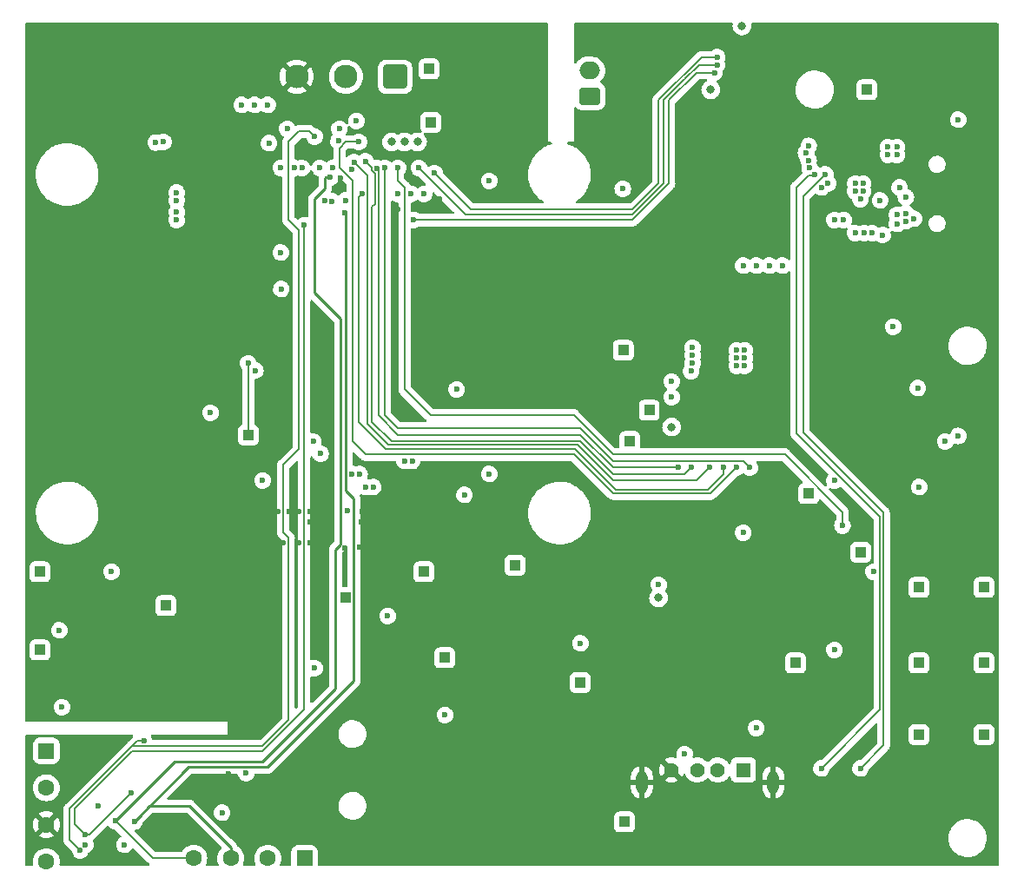
<source format=gbr>
%TF.GenerationSoftware,KiCad,Pcbnew,(6.0.5)*%
%TF.CreationDate,2022-05-15T18:43:58+01:00*%
%TF.ProjectId,CM4Carrier,434d3443-6172-4726-9965-722e6b696361,Rev1-Untested*%
%TF.SameCoordinates,Original*%
%TF.FileFunction,Copper,L3,Inr*%
%TF.FilePolarity,Positive*%
%FSLAX46Y46*%
G04 Gerber Fmt 4.6, Leading zero omitted, Abs format (unit mm)*
G04 Created by KiCad (PCBNEW (6.0.5)) date 2022-05-15 18:43:58*
%MOMM*%
%LPD*%
G01*
G04 APERTURE LIST*
G04 Aperture macros list*
%AMRoundRect*
0 Rectangle with rounded corners*
0 $1 Rounding radius*
0 $2 $3 $4 $5 $6 $7 $8 $9 X,Y pos of 4 corners*
0 Add a 4 corners polygon primitive as box body*
4,1,4,$2,$3,$4,$5,$6,$7,$8,$9,$2,$3,0*
0 Add four circle primitives for the rounded corners*
1,1,$1+$1,$2,$3*
1,1,$1+$1,$4,$5*
1,1,$1+$1,$6,$7*
1,1,$1+$1,$8,$9*
0 Add four rect primitives between the rounded corners*
20,1,$1+$1,$2,$3,$4,$5,0*
20,1,$1+$1,$4,$5,$6,$7,0*
20,1,$1+$1,$6,$7,$8,$9,0*
20,1,$1+$1,$8,$9,$2,$3,0*%
G04 Aperture macros list end*
%TA.AperFunction,ComponentPad*%
%ADD10R,1.000000X1.000000*%
%TD*%
%TA.AperFunction,ComponentPad*%
%ADD11RoundRect,0.250000X-0.550000X0.550000X-0.550000X-0.550000X0.550000X-0.550000X0.550000X0.550000X0*%
%TD*%
%TA.AperFunction,ComponentPad*%
%ADD12C,1.600000*%
%TD*%
%TA.AperFunction,ComponentPad*%
%ADD13RoundRect,0.250000X0.550000X0.550000X-0.550000X0.550000X-0.550000X-0.550000X0.550000X-0.550000X0*%
%TD*%
%TA.AperFunction,ComponentPad*%
%ADD14RoundRect,0.250001X0.899999X0.899999X-0.899999X0.899999X-0.899999X-0.899999X0.899999X-0.899999X0*%
%TD*%
%TA.AperFunction,ComponentPad*%
%ADD15C,2.300000*%
%TD*%
%TA.AperFunction,ComponentPad*%
%ADD16RoundRect,0.250000X0.750000X-0.600000X0.750000X0.600000X-0.750000X0.600000X-0.750000X-0.600000X0*%
%TD*%
%TA.AperFunction,ComponentPad*%
%ADD17O,2.000000X1.700000*%
%TD*%
%TA.AperFunction,ComponentPad*%
%ADD18R,1.428000X1.428000*%
%TD*%
%TA.AperFunction,ComponentPad*%
%ADD19C,1.428000*%
%TD*%
%TA.AperFunction,ComponentPad*%
%ADD20O,1.108000X2.216000*%
%TD*%
%TA.AperFunction,ViaPad*%
%ADD21C,0.600000*%
%TD*%
%TA.AperFunction,ViaPad*%
%ADD22C,0.800000*%
%TD*%
%TA.AperFunction,Conductor*%
%ADD23C,0.200000*%
%TD*%
%TA.AperFunction,Conductor*%
%ADD24C,0.250000*%
%TD*%
G04 APERTURE END LIST*
D10*
%TO.N,/bi11*%
%TO.C,TP26*%
X190500000Y-63500000D03*
%TD*%
%TO.N,/_5v*%
%TO.C,TP5*%
X166740000Y-88900000D03*
%TD*%
%TO.N,/bi0*%
%TO.C,TP7*%
X147320000Y-110490000D03*
%TD*%
%TO.N,/bi6*%
%TO.C,TP18*%
X156210000Y-109855000D03*
%TD*%
%TO.N,/3v3*%
%TO.C,TP2*%
X166878000Y-134874000D03*
%TD*%
%TO.N,/bi1*%
%TO.C,TP10*%
X162560000Y-121285000D03*
%TD*%
%TO.N,/bi9*%
%TO.C,TP23*%
X189865000Y-108585000D03*
%TD*%
D11*
%TO.N,/3v3*%
%TO.C,J2*%
X110490000Y-127949999D03*
D12*
%TO.N,Net-(J2-Pad2)*%
X110490000Y-131549999D03*
%TO.N,GND*%
X110490000Y-135149999D03*
%TO.N,Net-(J2-Pad4)*%
X110490000Y-138749999D03*
%TD*%
D10*
%TO.N,/bi4*%
%TO.C,TP6*%
X109855000Y-110490000D03*
%TD*%
%TO.N,/bi3*%
%TO.C,TP9*%
X109855000Y-118110000D03*
%TD*%
%TO.N,/bi12*%
%TO.C,TP27*%
X122174000Y-113792000D03*
%TD*%
%TO.N,Net-(R12-Pad2)*%
%TO.C,TP4*%
X169275000Y-94742000D03*
%TD*%
%TO.N,Net-(Module1-Pad95)*%
%TO.C,TP1*%
X147955000Y-66675000D03*
%TD*%
%TO.N,/bi8*%
%TO.C,TP19*%
X183515000Y-119380000D03*
%TD*%
D13*
%TO.N,/IO/SPI0_CE0_N*%
%TO.C,J8*%
X135680000Y-138430000D03*
D12*
%TO.N,/IO/SPIO_SCLK*%
X132080000Y-138430000D03*
%TO.N,/IO/SPI0_MISO*%
X128480000Y-138430000D03*
%TO.N,/IO/SPI0_MOSI*%
X124880000Y-138430000D03*
%TD*%
D14*
%TO.N,/3v3*%
%TO.C,J7*%
X144500000Y-62230000D03*
D15*
%TO.N,/bi10*%
X139700000Y-62230000D03*
%TO.N,GND*%
X134900000Y-62230000D03*
%TD*%
D10*
%TO.N,Net-(R11-Pad2)*%
%TO.C,TP3*%
X167386000Y-97790000D03*
%TD*%
%TO.N,/bi2*%
%TO.C,TP8*%
X130175000Y-97155000D03*
%TD*%
%TO.N,/Buttons/GLOBAL-EN*%
%TO.C,TP24*%
X147828000Y-61468000D03*
%TD*%
%TO.N,/bi5*%
%TO.C,TP11*%
X139700000Y-113030000D03*
%TD*%
%TO.N,/bi7*%
%TO.C,TP22*%
X184785000Y-102870000D03*
%TD*%
%TO.N,Net-(TP14-Pad1)*%
%TO.C,TP14*%
X201930000Y-119380000D03*
%TD*%
%TO.N,Net-(TP12-Pad1)*%
%TO.C,TP12*%
X195580000Y-119380000D03*
%TD*%
%TO.N,Net-(TP13-Pad1)*%
%TO.C,TP13*%
X195580000Y-126365000D03*
%TD*%
%TO.N,Net-(TP15-Pad1)*%
%TO.C,TP15*%
X201930000Y-126365000D03*
%TD*%
%TO.N,Net-(TP16-Pad1)*%
%TO.C,TP16*%
X195580000Y-112014000D03*
%TD*%
%TO.N,/bi13*%
%TO.C,TP28*%
X149352000Y-118872000D03*
%TD*%
D16*
%TO.N,/Battery/BATT__*%
%TO.C,BT1*%
X163470000Y-64115000D03*
D17*
%TO.N,Net-(BT1-Pad2)*%
X163470000Y-61615000D03*
%TD*%
D18*
%TO.N,Net-(F1-Pad1)*%
%TO.C,J3*%
X178450000Y-129822500D03*
D19*
%TO.N,/IO B/D-*%
X175950000Y-129822500D03*
%TO.N,/IO B/D+*%
X173950000Y-129822500D03*
%TO.N,GND*%
X171450000Y-129822500D03*
D20*
X181350000Y-131022500D03*
X168550000Y-131022500D03*
%TD*%
D10*
%TO.N,Net-(TP17-Pad1)*%
%TO.C,TP17*%
X201930000Y-112014001D03*
%TD*%
D21*
%TO.N,GND*%
X134155900Y-104648000D03*
X129032000Y-72136000D03*
X135128000Y-73660000D03*
X132588000Y-107696000D03*
X144780000Y-75184000D03*
X187706000Y-78994000D03*
X141224000Y-105664000D03*
X136187900Y-105664000D03*
X186055000Y-78994000D03*
X131572000Y-104648000D03*
D22*
X176530000Y-67945000D03*
D21*
X191135000Y-67310000D03*
X194945002Y-67310000D03*
X130048000Y-72043098D03*
X145796000Y-105664000D03*
X145796000Y-104648000D03*
X142779608Y-68963098D03*
X135084100Y-104648000D03*
X146812000Y-104648000D03*
X136187900Y-107696000D03*
X129540000Y-133985000D03*
X131064000Y-70612000D03*
X193675000Y-67310000D03*
X133096000Y-73660000D03*
X141292900Y-104648000D03*
X131572000Y-107696000D03*
X133096000Y-68072000D03*
X186944000Y-78994000D03*
X133560100Y-107696000D03*
D22*
X177800000Y-67945000D03*
D21*
X144780000Y-108204000D03*
D22*
X123825000Y-135255000D03*
D21*
X141038900Y-108050070D03*
D22*
X176530000Y-66675000D03*
D21*
X137668000Y-68580000D03*
X189230000Y-78994000D03*
X142211311Y-68580000D03*
X192405000Y-67310000D03*
X128270000Y-130175000D03*
X142748000Y-108204000D03*
X130556000Y-105156000D03*
X144780000Y-104648000D03*
X130048000Y-107696000D03*
X146812000Y-105664000D03*
X139631100Y-108204000D03*
X175260000Y-92964000D03*
X131581147Y-72122705D03*
X136187900Y-104648000D03*
X141224000Y-67564000D03*
X148844000Y-74168000D03*
D22*
X179070000Y-67945000D03*
X180340000Y-67945000D03*
D21*
X139885100Y-104494070D03*
X143764000Y-108204000D03*
X147828000Y-105664000D03*
D22*
X177800000Y-66675000D03*
D21*
X144272000Y-102616000D03*
X135636000Y-68580000D03*
X188468000Y-78994000D03*
D22*
X180340000Y-66675000D03*
D21*
X133052100Y-104648000D03*
X130048000Y-70612000D03*
D22*
X179070000Y-66675000D03*
D21*
X147828000Y-104648000D03*
X129032000Y-70612000D03*
X141732000Y-108204000D03*
X139194684Y-72132391D03*
X135084100Y-107696000D03*
%TO.N,/Battery/CHRG-VBUS*%
X189357000Y-72644000D03*
X189357000Y-73406000D03*
X190119000Y-72644000D03*
X190119000Y-73406000D03*
X189855747Y-74158747D03*
%TO.N,Net-(C4-Pad1)*%
X193421000Y-76581000D03*
X186055000Y-73025000D03*
X186690000Y-72644000D03*
X193421000Y-75692000D03*
%TO.N,Net-(C4-Pad2)*%
X191008000Y-77470000D03*
X190246000Y-77470000D03*
X189357000Y-77470000D03*
X187325000Y-76200000D03*
X192024000Y-77667900D03*
X188214000Y-76200000D03*
D22*
%TO.N,/_5v*%
X146685000Y-68580000D03*
D21*
X171450000Y-91948000D03*
D22*
X144161900Y-68580000D03*
X170180000Y-113030000D03*
X145415000Y-68580000D03*
D21*
X170180000Y-111760000D03*
X171450000Y-93472000D03*
%TO.N,/bi4*%
X126492000Y-94996000D03*
X134663900Y-71124877D03*
X130874548Y-90869548D03*
%TO.N,/bi0*%
X137232753Y-98987247D03*
X138992247Y-68507247D03*
%TO.N,Net-(C16-Pad2)*%
X195580000Y-102235000D03*
%TO.N,Net-(C17-Pad1)*%
X195453000Y-92583000D03*
%TO.N,/bi2*%
X133350000Y-71120000D03*
X130175000Y-90170000D03*
%TO.N,/bi3*%
X133985000Y-67310000D03*
%TO.N,/bi1*%
X139065000Y-67310000D03*
X150495000Y-92710000D03*
%TO.N,/bi5*%
X136525000Y-97790000D03*
X135415777Y-71118673D03*
%TO.N,/bi6*%
X153670000Y-100965000D03*
X140716000Y-66548000D03*
%TO.N,/bi8*%
X137160000Y-71120000D03*
%TO.N,/bi7*%
X140247734Y-71273883D03*
%TO.N,/bi9*%
X138430000Y-71120000D03*
%TO.N,/IO/SD_DAT2*%
X143510000Y-71120000D03*
X179070000Y-100330000D03*
%TO.N,/IO/SD_DAT3*%
X177800000Y-100330000D03*
X140970000Y-68580000D03*
%TO.N,/IO/SD_CMD*%
X141267901Y-73660000D03*
X176530000Y-100330000D03*
%TO.N,/IO/SD_CLK*%
X140492789Y-70563035D03*
X175143097Y-100330000D03*
%TO.N,/IO/SD_DAT0*%
X173355000Y-100330000D03*
X141605000Y-70485000D03*
%TO.N,/IO/SD_DAT1*%
X142752375Y-71142881D03*
X172085000Y-100330000D03*
%TO.N,/Battery/CHRG-CC2*%
X184900025Y-71119998D03*
%TO.N,/Battery/CHRG-CC1*%
X184812219Y-70373240D03*
%TO.N,/Battery/CHRG-D-*%
X184818842Y-68970742D03*
X194289849Y-73971122D03*
X193674998Y-73025001D03*
%TO.N,/Battery/CHRG-D+*%
X191770000Y-74295000D03*
X184544248Y-69670710D03*
%TO.N,Net-(L2-Pad2)*%
X173482000Y-88646000D03*
X177800000Y-90424000D03*
X173482000Y-90170000D03*
X178562000Y-89662000D03*
X178562000Y-88900000D03*
X173482000Y-89408000D03*
X177800000Y-89662000D03*
X173355000Y-90932000D03*
X177800000Y-88900000D03*
X178562000Y-90424000D03*
%TO.N,Net-(Module1-Pad21)*%
X133401464Y-82930829D03*
X151257000Y-102997000D03*
X132207000Y-68707000D03*
%TO.N,/IO/SPIO_SCLK*%
X114300000Y-136144000D03*
X135636000Y-76708000D03*
X118745000Y-132080000D03*
%TO.N,/IO/SPI0_CE0_N*%
X136652000Y-68072000D03*
X113792000Y-137668000D03*
X120015000Y-127000000D03*
%TO.N,/IO/SPI0_MISO*%
X139627247Y-75492247D03*
X119071449Y-134842152D03*
%TO.N,/IO/SPI0_MOSI*%
X117214598Y-134782477D03*
X138188560Y-72047591D03*
%TO.N,/Battery/ALRT*%
X146304000Y-76200000D03*
X175622000Y-61830000D03*
%TO.N,/IO/SD_PWR_ON*%
X144780000Y-71120000D03*
X188101949Y-106002148D03*
%TO.N,/IO/I2C_SDA*%
X175895000Y-61076903D03*
X146812000Y-71120000D03*
%TO.N,/IO/I2C_SCLK*%
X175895000Y-60325000D03*
X148336000Y-71628000D03*
%TO.N,/Buttons/GLOBAL-EN*%
X198120000Y-97790000D03*
X153670000Y-72390000D03*
%TO.N,/IO B/DSI0_L0_DN1*%
X121170587Y-68641129D03*
X140276900Y-100957643D03*
%TO.N,/IO B/DSI0_L0_DP1*%
X121920000Y-68580000D03*
X141028760Y-100965613D03*
%TO.N,/IO B/DSI0_L1_DN1*%
X141605000Y-102235000D03*
X123190000Y-76200000D03*
%TO.N,/IO B/DSI0_L1_DP1*%
X142356903Y-102235000D03*
X123204301Y-75433796D03*
%TO.N,/IO B/DSI0_CN*%
X145415000Y-99695000D03*
X123190000Y-74295000D03*
%TO.N,/IO B/DSI0_CP*%
X123204301Y-73528796D03*
X146166903Y-99695000D03*
%TO.N,Net-(R4-Pad2)*%
X189865000Y-129667000D03*
X186436000Y-71755000D03*
%TO.N,Net-(R5-Pad2)*%
X186055000Y-129667000D03*
X185420000Y-71755000D03*
D22*
%TO.N,Net-(R11-Pad2)*%
X171450000Y-96386189D03*
D21*
%TO.N,Net-(R13-Pad1)*%
X111760000Y-116205000D03*
%TO.N,/3v3*%
X147320000Y-73660000D03*
X131572000Y-101600000D03*
X130810000Y-64980100D03*
X187325000Y-118110000D03*
X178435000Y-106680000D03*
X127635000Y-133985000D03*
X149352000Y-124460000D03*
X116840000Y-110490000D03*
X114301217Y-137114778D03*
X144780000Y-73660000D03*
X172720000Y-128270000D03*
X143764000Y-114808000D03*
X162560000Y-117475000D03*
X179705000Y-125730000D03*
X199390000Y-66421000D03*
X129959747Y-130116900D03*
X146050000Y-73660000D03*
X112014000Y-123698000D03*
X132080000Y-64980100D03*
X136652000Y-119888000D03*
X129540000Y-64980100D03*
X187325000Y-101600000D03*
D22*
%TO.N,Net-(BT1-Pad2)*%
X175260000Y-63500000D03*
X178308000Y-57277000D03*
D21*
%TO.N,/IO/AUX_R*%
X118110000Y-137116100D03*
X138357247Y-74367753D03*
%TO.N,/IO/AUX_L*%
X137609622Y-74287665D03*
X115570000Y-133350000D03*
%TO.N,/Battery/BATT__*%
X178435000Y-80645000D03*
X179705000Y-80645000D03*
X180975000Y-80645000D03*
X182245000Y-80645000D03*
%TO.N,/BATT_S*%
X199390000Y-97250000D03*
X191135000Y-110490000D03*
X193040000Y-86614000D03*
%TO.N,/bi11*%
X166693192Y-73159908D03*
%TO.N,/bi13*%
X133350000Y-79375000D03*
X139700000Y-74295000D03*
%TO.N,Net-(F2-Pad1)*%
X193421000Y-69088000D03*
X194310000Y-75565000D03*
X192532000Y-69088000D03*
X192532000Y-69850000D03*
X195072000Y-76073000D03*
X193421000Y-69850000D03*
X194253900Y-76317614D03*
%TD*%
D23*
%TO.N,/bi2*%
X130175000Y-97155000D02*
X130175000Y-90170000D01*
%TO.N,/IO/SD_DAT2*%
X162560000Y-96520000D02*
X144780000Y-96520000D01*
X144780000Y-96520000D02*
X143510000Y-95250000D01*
X165735000Y-99695000D02*
X162560000Y-96520000D01*
X179070000Y-100330000D02*
X178435000Y-99695000D01*
X143510000Y-95250000D02*
X143510000Y-71120000D01*
X178435000Y-99695000D02*
X165735000Y-99695000D01*
%TO.N,/IO/SD_DAT3*%
X141605000Y-99060000D02*
X140335000Y-97790000D01*
X139065000Y-69215000D02*
X139700000Y-68580000D01*
X175260000Y-102870000D02*
X177800000Y-100330000D01*
X161925000Y-99060000D02*
X161290000Y-99060000D01*
X161290000Y-99060000D02*
X141605000Y-99060000D01*
X139700000Y-68580000D02*
X140970000Y-68580000D01*
X140335000Y-72390000D02*
X139065000Y-71120000D01*
X165735000Y-102870000D02*
X161925000Y-99060000D01*
X140335000Y-97790000D02*
X140335000Y-72390000D01*
X139065000Y-71120000D02*
X139065000Y-69215000D01*
X165735000Y-102870000D02*
X175260000Y-102870000D01*
%TO.N,/IO/SD_CMD*%
X166018089Y-102518089D02*
X174976911Y-102518089D01*
X143578822Y-98493822D02*
X161993822Y-98493822D01*
X140970000Y-95885000D02*
X143578822Y-98493822D01*
X174976911Y-102518089D02*
X176530000Y-100965000D01*
X141267901Y-73660000D02*
X140970000Y-73957901D01*
X176530000Y-100965000D02*
X176530000Y-100330000D01*
X161993822Y-98493822D02*
X166018089Y-102518089D01*
X140970000Y-73957901D02*
X140970000Y-95885000D01*
%TO.N,/IO/SD_CLK*%
X162276911Y-98141911D02*
X143861911Y-98141911D01*
X141819801Y-71890047D02*
X140492789Y-70563035D01*
X175143097Y-100330000D02*
X173873097Y-101600000D01*
X141819801Y-96099801D02*
X141819801Y-71890047D01*
X143861911Y-98141911D02*
X141819801Y-96099801D01*
X173873097Y-101600000D02*
X165735000Y-101600000D01*
X165735000Y-101600000D02*
X162276911Y-98141911D01*
%TO.N,/IO/SD_DAT0*%
X142200474Y-71080474D02*
X141605000Y-70485000D01*
X142523089Y-74646911D02*
X142523089Y-71694102D01*
X144145000Y-97790000D02*
X142240000Y-95885000D01*
X173355000Y-100330000D02*
X172720000Y-100965000D01*
X162560000Y-97790000D02*
X159385000Y-97790000D01*
X165735000Y-100965000D02*
X162560000Y-97790000D01*
X142240000Y-74930000D02*
X142523089Y-74646911D01*
X142523089Y-71694102D02*
X142200474Y-71371487D01*
X142200474Y-71371487D02*
X142200474Y-71080474D01*
X172720000Y-100965000D02*
X165735000Y-100965000D01*
X142240000Y-95885000D02*
X142240000Y-74930000D01*
X159385000Y-97790000D02*
X144145000Y-97790000D01*
%TO.N,/IO/SD_DAT1*%
X142875000Y-71265506D02*
X142752375Y-71142881D01*
X172085000Y-100330000D02*
X165735000Y-100330000D01*
X162560000Y-97155000D02*
X159385000Y-97155000D01*
X144780000Y-97155000D02*
X142875000Y-95250000D01*
X142875000Y-95250000D02*
X142875000Y-71265506D01*
X165735000Y-100330000D02*
X162560000Y-97155000D01*
X159385000Y-97155000D02*
X144780000Y-97155000D01*
%TO.N,/IO/SPIO_SCLK*%
X135636000Y-76708000D02*
X135636000Y-123952000D01*
X113284000Y-135128000D02*
X114300000Y-136144000D01*
X122428000Y-128016000D02*
X118872000Y-128016000D01*
X113284000Y-133604000D02*
X113284000Y-135128000D01*
X135636000Y-123952000D02*
X131572000Y-128016000D01*
X114681000Y-136144000D02*
X118745000Y-132080000D01*
X118872000Y-128016000D02*
X113284000Y-133604000D01*
X114300000Y-136144000D02*
X114681000Y-136144000D01*
X131572000Y-128016000D02*
X122428000Y-128016000D01*
%TO.N,/IO/SPI0_CE0_N*%
X119380000Y-127000000D02*
X120015000Y-127000000D01*
X112776000Y-136652000D02*
X112776000Y-135128000D01*
X118872000Y-127508000D02*
X131572000Y-127508000D01*
X135128000Y-98552000D02*
X135128000Y-77216000D01*
X112776000Y-135128000D02*
X112776000Y-133604000D01*
X133604000Y-100076000D02*
X135128000Y-98552000D01*
X118872000Y-127508000D02*
X119380000Y-127000000D01*
X112776000Y-133604000D02*
X118872000Y-127508000D01*
X136144000Y-67564000D02*
X136652000Y-68072000D01*
X135128000Y-67564000D02*
X136144000Y-67564000D01*
X133604000Y-105664000D02*
X133604000Y-102616000D01*
X134112000Y-76200000D02*
X134112000Y-70612000D01*
X113792000Y-137668000D02*
X112776000Y-136652000D01*
X133604000Y-106680000D02*
X133604000Y-105664000D01*
X134112000Y-124968000D02*
X134112000Y-107188000D01*
X134112000Y-107188000D02*
X133604000Y-106680000D01*
X135128000Y-77216000D02*
X134112000Y-76200000D01*
X131572000Y-127508000D02*
X134112000Y-124968000D01*
X134112000Y-70612000D02*
X134112000Y-68580000D01*
X134112000Y-68580000D02*
X135128000Y-67564000D01*
X133604000Y-102616000D02*
X133604000Y-100076000D01*
D24*
%TO.N,/IO/SPI0_MISO*%
X139700000Y-102616000D02*
X139700000Y-75565000D01*
X139700000Y-75565000D02*
X139627247Y-75492247D01*
X140462000Y-110998000D02*
X140462000Y-103378000D01*
X128480000Y-137370000D02*
X128480000Y-138430000D01*
X124460000Y-133350000D02*
X128480000Y-137370000D01*
X124373601Y-129540000D02*
X132080000Y-129540000D01*
X140476911Y-111012911D02*
X140462000Y-110998000D01*
X120563601Y-133350000D02*
X124460000Y-133350000D01*
X132080000Y-129540000D02*
X140476911Y-121143089D01*
X119071449Y-134842152D02*
X124373601Y-129540000D01*
X140462000Y-103378000D02*
X139700000Y-102616000D01*
X140476911Y-121143089D02*
X140476911Y-111012911D01*
X119071449Y-134842152D02*
X120563601Y-133350000D01*
%TO.N,/IO/SPI0_MOSI*%
X136652000Y-83312000D02*
X139192000Y-85852000D01*
X138188560Y-72047591D02*
X137756409Y-72047591D01*
X122965075Y-129032000D02*
X117214598Y-134782477D01*
X138684000Y-108335238D02*
X138684000Y-121920000D01*
D23*
X120862121Y-138430000D02*
X117214598Y-134782477D01*
D24*
X137668000Y-73152000D02*
X136652000Y-74168000D01*
X131572000Y-129032000D02*
X122965075Y-129032000D01*
X137668000Y-72136000D02*
X137668000Y-73152000D01*
D23*
X124880000Y-138430000D02*
X120862121Y-138430000D01*
D24*
X138684000Y-121920000D02*
X131572000Y-129032000D01*
X136652000Y-74168000D02*
X136652000Y-83312000D01*
X139192000Y-107827238D02*
X138684000Y-108335238D01*
X137756409Y-72047591D02*
X137668000Y-72136000D01*
X139192000Y-85852000D02*
X139192000Y-107827238D01*
D23*
%TO.N,/Battery/ALRT*%
X173882000Y-61830000D02*
X171196000Y-64516000D01*
X171196000Y-72644000D02*
X167640000Y-76200000D01*
X175622000Y-61830000D02*
X173882000Y-61830000D01*
X171196000Y-64516000D02*
X171196000Y-72644000D01*
X167640000Y-76200000D02*
X146304000Y-76200000D01*
%TO.N,/IO/SD_PWR_ON*%
X147955000Y-95250000D02*
X153035000Y-95250000D01*
X144780000Y-72390000D02*
X145415000Y-73025000D01*
X188101949Y-106002148D02*
X188101949Y-104683127D01*
X165735000Y-99060000D02*
X161925000Y-95250000D01*
X188101949Y-104683127D02*
X182478822Y-99060000D01*
X161925000Y-95250000D02*
X153035000Y-95250000D01*
X145415000Y-92710000D02*
X147955000Y-95250000D01*
X145415000Y-73025000D02*
X145415000Y-92710000D01*
X144780000Y-71120000D02*
X144780000Y-72390000D01*
X182478822Y-99060000D02*
X165735000Y-99060000D01*
%TO.N,/IO/I2C_SDA*%
X174127097Y-61076903D02*
X172720000Y-62484000D01*
X170688000Y-72644000D02*
X167640000Y-75692000D01*
X167640000Y-75692000D02*
X151384000Y-75692000D01*
X175143097Y-61076903D02*
X174127097Y-61076903D01*
X151384000Y-75692000D02*
X146812000Y-71120000D01*
X170688000Y-64516000D02*
X170688000Y-72644000D01*
X172720000Y-62484000D02*
X170688000Y-64516000D01*
X175895000Y-61076903D02*
X175143097Y-61076903D01*
%TO.N,/IO/I2C_SCLK*%
X174371000Y-60325000D02*
X170180000Y-64516000D01*
X170180000Y-64516000D02*
X170180000Y-72644000D01*
X175895000Y-60325000D02*
X174371000Y-60325000D01*
X151892000Y-75184000D02*
X148336000Y-71628000D01*
X170180000Y-72644000D02*
X167640000Y-75184000D01*
X159004000Y-75184000D02*
X151892000Y-75184000D01*
X167640000Y-75184000D02*
X159004000Y-75184000D01*
%TO.N,Net-(R4-Pad2)*%
X192121920Y-104745920D02*
X184277000Y-96901000D01*
X189865000Y-129667000D02*
X192121920Y-127410080D01*
X184277000Y-73914000D02*
X186436000Y-71755000D01*
X184277000Y-96901000D02*
X184277000Y-73914000D01*
X192121920Y-127410080D02*
X192121920Y-104745920D01*
%TO.N,Net-(R5-Pad2)*%
X183642000Y-97028000D02*
X191008000Y-104394000D01*
X191770000Y-105156000D02*
X191770000Y-116967000D01*
X191770000Y-116967000D02*
X191770000Y-123952000D01*
X183642000Y-75819000D02*
X183642000Y-97028000D01*
X183642000Y-73025000D02*
X183642000Y-75819000D01*
X185420000Y-71755000D02*
X185293000Y-71882000D01*
X191770000Y-123952000D02*
X186055000Y-129667000D01*
X184785000Y-71882000D02*
X183642000Y-73025000D01*
X185293000Y-71882000D02*
X184785000Y-71882000D01*
X191008000Y-104394000D02*
X191770000Y-105156000D01*
%TD*%
%TA.AperFunction,Conductor*%
%TO.N,GND*%
G36*
X173056750Y-56964051D02*
G01*
X177287301Y-56966036D01*
X177355412Y-56986070D01*
X177401880Y-57039747D01*
X177412552Y-57105206D01*
X177394496Y-57277000D01*
X177414458Y-57466928D01*
X177473473Y-57648556D01*
X177568960Y-57813944D01*
X177696747Y-57955866D01*
X177851248Y-58068118D01*
X177857276Y-58070802D01*
X177857278Y-58070803D01*
X178019681Y-58143109D01*
X178025712Y-58145794D01*
X178119113Y-58165647D01*
X178206056Y-58184128D01*
X178206061Y-58184128D01*
X178212513Y-58185500D01*
X178403487Y-58185500D01*
X178409939Y-58184128D01*
X178409944Y-58184128D01*
X178496887Y-58165647D01*
X178590288Y-58145794D01*
X178596319Y-58143109D01*
X178758722Y-58070803D01*
X178758724Y-58070802D01*
X178764752Y-58068118D01*
X178919253Y-57955866D01*
X179047040Y-57813944D01*
X179142527Y-57648556D01*
X179201542Y-57466928D01*
X179221504Y-57277000D01*
X179203549Y-57106164D01*
X179216321Y-57036326D01*
X179264823Y-56984479D01*
X179328918Y-56966994D01*
X190744836Y-56972351D01*
X203215559Y-56978202D01*
X203283670Y-56998236D01*
X203330138Y-57051913D01*
X203341500Y-57104202D01*
X203341500Y-139065500D01*
X203321498Y-139133621D01*
X203267842Y-139180114D01*
X203215500Y-139191500D01*
X172719667Y-139191500D01*
X137113883Y-139166762D01*
X137045777Y-139146713D01*
X136999321Y-139093025D01*
X136988135Y-139034338D01*
X136988173Y-139033589D01*
X136988500Y-139030400D01*
X136988500Y-137829600D01*
X136985584Y-137801498D01*
X136978238Y-137730692D01*
X136978237Y-137730688D01*
X136977526Y-137723834D01*
X136950431Y-137642619D01*
X136923868Y-137563002D01*
X136921550Y-137556054D01*
X136828478Y-137405652D01*
X136703303Y-137280695D01*
X136686133Y-137270111D01*
X136558968Y-137191725D01*
X136558966Y-137191724D01*
X136552738Y-137187885D01*
X136401980Y-137137881D01*
X136391389Y-137134368D01*
X136391387Y-137134368D01*
X136384861Y-137132203D01*
X136378025Y-137131503D01*
X136378022Y-137131502D01*
X136334969Y-137127091D01*
X136280400Y-137121500D01*
X135079600Y-137121500D01*
X135076354Y-137121837D01*
X135076350Y-137121837D01*
X134980692Y-137131762D01*
X134980688Y-137131763D01*
X134973834Y-137132474D01*
X134967298Y-137134655D01*
X134967296Y-137134655D01*
X134877604Y-137164579D01*
X134806054Y-137188450D01*
X134655652Y-137281522D01*
X134530695Y-137406697D01*
X134526855Y-137412927D01*
X134526854Y-137412928D01*
X134464838Y-137513537D01*
X134437885Y-137557262D01*
X134419556Y-137612524D01*
X134409574Y-137642619D01*
X134382203Y-137725139D01*
X134381503Y-137731975D01*
X134381502Y-137731978D01*
X134378837Y-137757989D01*
X134371500Y-137829600D01*
X134371500Y-139030400D01*
X134371715Y-139032470D01*
X134355309Y-139101322D01*
X134304127Y-139150525D01*
X134245846Y-139164769D01*
X133669488Y-139164369D01*
X133379114Y-139164168D01*
X133311008Y-139144119D01*
X133264552Y-139090431D01*
X133254497Y-139020150D01*
X133265007Y-138984918D01*
X133311961Y-138884225D01*
X133311961Y-138884224D01*
X133314284Y-138879243D01*
X133373543Y-138658087D01*
X133393498Y-138430000D01*
X133373543Y-138201913D01*
X133337661Y-138068001D01*
X133315707Y-137986067D01*
X133315706Y-137986065D01*
X133314284Y-137980757D01*
X133291236Y-137931330D01*
X133219849Y-137778238D01*
X133219846Y-137778233D01*
X133217523Y-137773251D01*
X133141579Y-137664792D01*
X133089357Y-137590211D01*
X133089355Y-137590208D01*
X133086198Y-137585700D01*
X132924300Y-137423802D01*
X132919792Y-137420645D01*
X132919789Y-137420643D01*
X132751760Y-137302988D01*
X132736749Y-137292477D01*
X132731767Y-137290154D01*
X132731762Y-137290151D01*
X132534225Y-137198039D01*
X132534224Y-137198039D01*
X132529243Y-137195716D01*
X132523935Y-137194294D01*
X132523933Y-137194293D01*
X132313402Y-137137881D01*
X132313400Y-137137881D01*
X132308087Y-137136457D01*
X132080000Y-137116502D01*
X131851913Y-137136457D01*
X131846600Y-137137881D01*
X131846598Y-137137881D01*
X131636067Y-137194293D01*
X131636065Y-137194294D01*
X131630757Y-137195716D01*
X131625776Y-137198039D01*
X131625775Y-137198039D01*
X131428238Y-137290151D01*
X131428233Y-137290154D01*
X131423251Y-137292477D01*
X131408240Y-137302988D01*
X131240211Y-137420643D01*
X131240208Y-137420645D01*
X131235700Y-137423802D01*
X131073802Y-137585700D01*
X131070645Y-137590208D01*
X131070643Y-137590211D01*
X131018421Y-137664792D01*
X130942477Y-137773251D01*
X130940154Y-137778233D01*
X130940151Y-137778238D01*
X130868764Y-137931330D01*
X130845716Y-137980757D01*
X130844294Y-137986065D01*
X130844293Y-137986067D01*
X130822339Y-138068001D01*
X130786457Y-138201913D01*
X130766502Y-138430000D01*
X130786457Y-138658087D01*
X130845716Y-138879243D01*
X130848037Y-138884220D01*
X130848039Y-138884226D01*
X130894150Y-138983111D01*
X130904811Y-139053303D01*
X130875831Y-139118116D01*
X130816411Y-139156972D01*
X130779868Y-139162361D01*
X129780281Y-139161667D01*
X129712174Y-139141618D01*
X129665718Y-139087930D01*
X129655663Y-139017649D01*
X129666173Y-138982417D01*
X129711961Y-138884225D01*
X129711961Y-138884224D01*
X129714284Y-138879243D01*
X129773543Y-138658087D01*
X129793498Y-138430000D01*
X129773543Y-138201913D01*
X129737661Y-138068001D01*
X129715707Y-137986067D01*
X129715706Y-137986065D01*
X129714284Y-137980757D01*
X129691236Y-137931330D01*
X129619849Y-137778238D01*
X129619846Y-137778233D01*
X129617523Y-137773251D01*
X129541579Y-137664792D01*
X129489357Y-137590211D01*
X129489355Y-137590208D01*
X129486198Y-137585700D01*
X129324300Y-137423802D01*
X129319792Y-137420645D01*
X129319789Y-137420643D01*
X129151760Y-137302988D01*
X129107432Y-137247531D01*
X129101931Y-137226616D01*
X129101438Y-137226743D01*
X129099467Y-137219067D01*
X129098474Y-137211203D01*
X129095558Y-137203837D01*
X129095556Y-137203831D01*
X129082200Y-137170098D01*
X129078355Y-137158868D01*
X129068230Y-137124017D01*
X129068230Y-137124016D01*
X129066019Y-137116407D01*
X129060927Y-137107797D01*
X129055705Y-137098966D01*
X129047008Y-137081213D01*
X129042472Y-137069758D01*
X129039552Y-137062383D01*
X129013563Y-137026612D01*
X129007047Y-137016692D01*
X128988578Y-136985463D01*
X128984542Y-136978638D01*
X128970221Y-136964317D01*
X128957380Y-136949283D01*
X128950131Y-136939306D01*
X128945472Y-136932893D01*
X128911395Y-136904702D01*
X128902616Y-136896712D01*
X128510181Y-136504277D01*
X198434009Y-136504277D01*
X198459625Y-136772769D01*
X198460710Y-136777203D01*
X198460711Y-136777209D01*
X198511671Y-136985463D01*
X198523731Y-137034750D01*
X198624985Y-137284733D01*
X198761265Y-137517482D01*
X198841322Y-137617588D01*
X198921061Y-137717296D01*
X198929716Y-137728119D01*
X199126809Y-137912234D01*
X199348416Y-138065968D01*
X199352499Y-138067999D01*
X199352502Y-138068001D01*
X199468013Y-138125466D01*
X199589894Y-138186101D01*
X199594228Y-138187522D01*
X199594231Y-138187523D01*
X199841853Y-138268698D01*
X199841859Y-138268699D01*
X199846186Y-138270118D01*
X199850677Y-138270898D01*
X199850678Y-138270898D01*
X200108140Y-138315601D01*
X200108148Y-138315602D01*
X200111921Y-138316257D01*
X200115758Y-138316448D01*
X200195578Y-138320422D01*
X200195586Y-138320422D01*
X200197149Y-138320500D01*
X200365512Y-138320500D01*
X200367780Y-138320335D01*
X200367792Y-138320335D01*
X200498884Y-138310823D01*
X200566004Y-138305953D01*
X200570459Y-138304969D01*
X200570462Y-138304969D01*
X200824912Y-138248791D01*
X200824916Y-138248790D01*
X200829372Y-138247806D01*
X200979357Y-138190982D01*
X201077318Y-138153868D01*
X201077321Y-138153867D01*
X201081588Y-138152250D01*
X201283853Y-138039902D01*
X201313375Y-138023504D01*
X201313376Y-138023503D01*
X201317368Y-138021286D01*
X201435238Y-137931330D01*
X201528141Y-137860429D01*
X201528142Y-137860428D01*
X201531773Y-137857657D01*
X201535896Y-137853440D01*
X201658405Y-137728119D01*
X201720312Y-137664792D01*
X201879034Y-137446730D01*
X201962190Y-137288676D01*
X202002490Y-137212079D01*
X202002493Y-137212073D01*
X202004615Y-137208039D01*
X202008147Y-137198039D01*
X202092902Y-136958033D01*
X202092902Y-136958032D01*
X202094425Y-136953720D01*
X202119605Y-136825968D01*
X202145700Y-136693572D01*
X202145701Y-136693566D01*
X202146581Y-136689100D01*
X202146808Y-136684544D01*
X202159764Y-136424292D01*
X202159764Y-136424286D01*
X202159991Y-136419723D01*
X202134375Y-136151231D01*
X202119160Y-136089049D01*
X202071355Y-135893688D01*
X202070269Y-135889250D01*
X201969015Y-135639267D01*
X201832735Y-135406518D01*
X201713573Y-135257514D01*
X201667136Y-135199447D01*
X201667135Y-135199445D01*
X201664284Y-135195881D01*
X201467191Y-135011766D01*
X201245584Y-134858032D01*
X201241501Y-134856001D01*
X201241498Y-134855999D01*
X201072632Y-134771990D01*
X201004106Y-134737899D01*
X200999772Y-134736478D01*
X200999769Y-134736477D01*
X200752147Y-134655302D01*
X200752141Y-134655301D01*
X200747814Y-134653882D01*
X200740321Y-134652581D01*
X200485860Y-134608399D01*
X200485852Y-134608398D01*
X200482079Y-134607743D01*
X200470817Y-134607182D01*
X200398422Y-134603578D01*
X200398414Y-134603578D01*
X200396851Y-134603500D01*
X200228488Y-134603500D01*
X200226220Y-134603665D01*
X200226208Y-134603665D01*
X200095116Y-134613177D01*
X200027996Y-134618047D01*
X200023541Y-134619031D01*
X200023538Y-134619031D01*
X199769088Y-134675209D01*
X199769084Y-134675210D01*
X199764628Y-134676194D01*
X199685328Y-134706238D01*
X199516682Y-134770132D01*
X199516679Y-134770133D01*
X199512412Y-134771750D01*
X199406116Y-134830792D01*
X199324815Y-134875951D01*
X199276632Y-134902714D01*
X199062227Y-135066343D01*
X199059034Y-135069609D01*
X199059032Y-135069611D01*
X198985800Y-135144524D01*
X198873688Y-135259208D01*
X198714966Y-135477270D01*
X198666459Y-135569467D01*
X198591510Y-135711921D01*
X198591507Y-135711927D01*
X198589385Y-135715961D01*
X198587865Y-135720266D01*
X198587863Y-135720270D01*
X198501098Y-135965967D01*
X198499575Y-135970280D01*
X198447419Y-136234900D01*
X198447192Y-136239453D01*
X198447192Y-136239456D01*
X198435223Y-136479895D01*
X198434009Y-136504277D01*
X128510181Y-136504277D01*
X127428039Y-135422134D01*
X165869500Y-135422134D01*
X165876255Y-135484316D01*
X165927385Y-135620705D01*
X166014739Y-135737261D01*
X166131295Y-135824615D01*
X166267684Y-135875745D01*
X166329866Y-135882500D01*
X167426134Y-135882500D01*
X167488316Y-135875745D01*
X167624705Y-135824615D01*
X167741261Y-135737261D01*
X167828615Y-135620705D01*
X167879745Y-135484316D01*
X167886500Y-135422134D01*
X167886500Y-134325866D01*
X167879745Y-134263684D01*
X167828615Y-134127295D01*
X167741261Y-134010739D01*
X167624705Y-133923385D01*
X167488316Y-133872255D01*
X167426134Y-133865500D01*
X166329866Y-133865500D01*
X166267684Y-133872255D01*
X166131295Y-133923385D01*
X166014739Y-134010739D01*
X165927385Y-134127295D01*
X165876255Y-134263684D01*
X165869500Y-134325866D01*
X165869500Y-135422134D01*
X127428039Y-135422134D01*
X125979545Y-133973640D01*
X126821463Y-133973640D01*
X126839163Y-134154160D01*
X126896418Y-134326273D01*
X126900065Y-134332295D01*
X126900066Y-134332297D01*
X126962218Y-134434922D01*
X126990380Y-134481424D01*
X126995269Y-134486487D01*
X126995270Y-134486488D01*
X127009586Y-134501312D01*
X127116382Y-134611902D01*
X127182704Y-134655302D01*
X127260543Y-134706238D01*
X127268159Y-134711222D01*
X127274763Y-134713678D01*
X127274765Y-134713679D01*
X127431558Y-134771990D01*
X127431560Y-134771990D01*
X127438168Y-134774448D01*
X127520697Y-134785460D01*
X127610980Y-134797507D01*
X127610984Y-134797507D01*
X127617961Y-134798438D01*
X127624972Y-134797800D01*
X127624976Y-134797800D01*
X127767459Y-134784832D01*
X127798600Y-134781998D01*
X127805302Y-134779820D01*
X127805304Y-134779820D01*
X127964409Y-134728124D01*
X127964412Y-134728123D01*
X127971108Y-134725947D01*
X128067593Y-134668430D01*
X128120860Y-134636677D01*
X128120862Y-134636676D01*
X128126912Y-134633069D01*
X128258266Y-134507982D01*
X128358643Y-134356902D01*
X128423055Y-134187338D01*
X128426414Y-134163438D01*
X128447748Y-134011639D01*
X128447748Y-134011636D01*
X128448299Y-134007717D01*
X128448616Y-133985000D01*
X128428397Y-133804745D01*
X128426080Y-133798091D01*
X128371064Y-133640106D01*
X128371062Y-133640103D01*
X128368745Y-133633448D01*
X128345227Y-133595811D01*
X128276359Y-133485598D01*
X128272626Y-133479624D01*
X128258941Y-133465843D01*
X128149778Y-133355915D01*
X128149774Y-133355912D01*
X128144815Y-133350918D01*
X128133697Y-133343862D01*
X128036701Y-133282307D01*
X127991666Y-133253727D01*
X127969331Y-133245774D01*
X138973102Y-133245774D01*
X138973302Y-133251103D01*
X138973302Y-133251105D01*
X138974784Y-133290571D01*
X138981751Y-133476158D01*
X139029093Y-133701791D01*
X139031051Y-133706750D01*
X139031052Y-133706752D01*
X139088212Y-133851488D01*
X139113776Y-133916221D01*
X139116543Y-133920780D01*
X139116544Y-133920783D01*
X139193448Y-134047516D01*
X139233377Y-134113317D01*
X139236874Y-134117347D01*
X139323438Y-134217103D01*
X139384477Y-134287445D01*
X139388608Y-134290832D01*
X139558627Y-134430240D01*
X139558633Y-134430244D01*
X139562755Y-134433624D01*
X139567391Y-134436263D01*
X139567394Y-134436265D01*
X139655624Y-134486488D01*
X139763114Y-134547675D01*
X139979825Y-134626337D01*
X139985074Y-134627286D01*
X139985077Y-134627287D01*
X140202608Y-134666623D01*
X140202615Y-134666624D01*
X140206692Y-134667361D01*
X140224414Y-134668197D01*
X140229356Y-134668430D01*
X140229363Y-134668430D01*
X140230844Y-134668500D01*
X140392890Y-134668500D01*
X140459809Y-134662822D01*
X140559409Y-134654371D01*
X140559413Y-134654370D01*
X140564720Y-134653920D01*
X140569875Y-134652582D01*
X140569881Y-134652581D01*
X140782703Y-134597343D01*
X140782707Y-134597342D01*
X140787872Y-134596001D01*
X140792738Y-134593809D01*
X140792741Y-134593808D01*
X140993202Y-134503507D01*
X140998075Y-134501312D01*
X141189319Y-134372559D01*
X141199578Y-134362773D01*
X141352278Y-134217103D01*
X141356135Y-134213424D01*
X141396687Y-134158921D01*
X141434010Y-134108757D01*
X141493754Y-134028458D01*
X141497849Y-134020405D01*
X141571761Y-133875029D01*
X141598240Y-133822949D01*
X141601720Y-133811744D01*
X141665024Y-133607871D01*
X141666607Y-133602773D01*
X141682137Y-133485598D01*
X141696198Y-133379511D01*
X141696198Y-133379506D01*
X141696898Y-133374226D01*
X141696321Y-133358842D01*
X141690430Y-133201928D01*
X141688249Y-133143842D01*
X141640907Y-132918209D01*
X141623395Y-132873865D01*
X141558185Y-132708744D01*
X141558184Y-132708742D01*
X141556224Y-132703779D01*
X141547771Y-132689848D01*
X141439390Y-132511243D01*
X141436623Y-132506683D01*
X141349755Y-132406576D01*
X141289023Y-132336588D01*
X141289021Y-132336586D01*
X141285523Y-132332555D01*
X141243970Y-132298484D01*
X141111373Y-132189760D01*
X141111367Y-132189756D01*
X141107245Y-132186376D01*
X141102609Y-132183737D01*
X141102606Y-132183735D01*
X140911529Y-132074968D01*
X140906886Y-132072325D01*
X140690175Y-131993663D01*
X140684926Y-131992714D01*
X140684923Y-131992713D01*
X140467392Y-131953377D01*
X140467385Y-131953376D01*
X140463308Y-131952639D01*
X140445586Y-131951803D01*
X140440644Y-131951570D01*
X140440637Y-131951570D01*
X140439156Y-131951500D01*
X140277110Y-131951500D01*
X140210191Y-131957178D01*
X140110591Y-131965629D01*
X140110587Y-131965630D01*
X140105280Y-131966080D01*
X140100125Y-131967418D01*
X140100119Y-131967419D01*
X139887297Y-132022657D01*
X139887293Y-132022658D01*
X139882128Y-132023999D01*
X139877262Y-132026191D01*
X139877259Y-132026192D01*
X139768980Y-132074968D01*
X139671925Y-132118688D01*
X139480681Y-132247441D01*
X139313865Y-132406576D01*
X139176246Y-132591542D01*
X139173830Y-132596293D01*
X139173828Y-132596297D01*
X139169664Y-132604488D01*
X139071760Y-132797051D01*
X139070178Y-132802145D01*
X139070177Y-132802148D01*
X139028131Y-132937557D01*
X139003393Y-133017227D01*
X139002692Y-133022516D01*
X138978914Y-133201925D01*
X138973102Y-133245774D01*
X127969331Y-133245774D01*
X127954489Y-133240489D01*
X127827425Y-133195243D01*
X127827420Y-133195242D01*
X127820790Y-133192881D01*
X127813802Y-133192048D01*
X127813799Y-133192047D01*
X127685454Y-133176743D01*
X127640680Y-133171404D01*
X127633677Y-133172140D01*
X127633676Y-133172140D01*
X127467288Y-133189628D01*
X127467286Y-133189629D01*
X127460288Y-133190364D01*
X127288579Y-133248818D01*
X127282575Y-133252512D01*
X127140095Y-133340166D01*
X127140092Y-133340168D01*
X127134088Y-133343862D01*
X127129053Y-133348793D01*
X127129050Y-133348795D01*
X127108525Y-133368895D01*
X127004493Y-133470771D01*
X126906235Y-133623238D01*
X126903826Y-133629858D01*
X126903824Y-133629861D01*
X126877644Y-133701791D01*
X126844197Y-133793685D01*
X126821463Y-133973640D01*
X125979545Y-133973640D01*
X124963652Y-132957747D01*
X124956112Y-132949461D01*
X124952000Y-132942982D01*
X124902348Y-132896356D01*
X124899507Y-132893602D01*
X124879770Y-132873865D01*
X124876573Y-132871385D01*
X124867551Y-132863680D01*
X124853620Y-132850598D01*
X124835321Y-132833414D01*
X124828375Y-132829595D01*
X124828372Y-132829593D01*
X124817566Y-132823652D01*
X124801047Y-132812801D01*
X124800583Y-132812441D01*
X124785041Y-132800386D01*
X124777772Y-132797241D01*
X124777768Y-132797238D01*
X124744463Y-132782826D01*
X124733813Y-132777609D01*
X124695060Y-132756305D01*
X124675437Y-132751267D01*
X124656734Y-132744863D01*
X124645420Y-132739967D01*
X124645419Y-132739967D01*
X124638145Y-132736819D01*
X124630322Y-132735580D01*
X124630312Y-132735577D01*
X124594476Y-132729901D01*
X124582856Y-132727495D01*
X124547711Y-132718472D01*
X124547710Y-132718472D01*
X124540030Y-132716500D01*
X124519776Y-132716500D01*
X124500065Y-132714949D01*
X124487886Y-132713020D01*
X124480057Y-132711780D01*
X124472165Y-132712526D01*
X124436039Y-132715941D01*
X124424181Y-132716500D01*
X122397195Y-132716500D01*
X122329074Y-132696498D01*
X122282581Y-132642842D01*
X122272477Y-132572568D01*
X122301971Y-132507988D01*
X122308100Y-132501405D01*
X123183675Y-131625830D01*
X167488000Y-131625830D01*
X167488301Y-131631978D01*
X167502583Y-131777642D01*
X167504966Y-131789677D01*
X167561600Y-131977254D01*
X167566273Y-131988594D01*
X167658264Y-132161604D01*
X167665053Y-132171822D01*
X167788894Y-132323668D01*
X167797538Y-132332372D01*
X167948513Y-132457269D01*
X167958684Y-132464129D01*
X168131049Y-132557326D01*
X168142354Y-132562078D01*
X168278692Y-132604282D01*
X168292795Y-132604488D01*
X168296000Y-132597733D01*
X168296000Y-132590718D01*
X168804000Y-132590718D01*
X168807973Y-132604249D01*
X168815768Y-132605369D01*
X168943838Y-132567676D01*
X168955222Y-132563077D01*
X169128866Y-132472298D01*
X169139127Y-132465584D01*
X169291838Y-132342801D01*
X169300597Y-132334223D01*
X169426552Y-132184116D01*
X169433478Y-132174002D01*
X169527878Y-132002288D01*
X169532708Y-131991018D01*
X169591956Y-131804244D01*
X169594506Y-131792250D01*
X169611607Y-131639787D01*
X169612000Y-131632763D01*
X169612000Y-131625830D01*
X180288000Y-131625830D01*
X180288301Y-131631978D01*
X180302583Y-131777642D01*
X180304966Y-131789677D01*
X180361600Y-131977254D01*
X180366273Y-131988594D01*
X180458264Y-132161604D01*
X180465053Y-132171822D01*
X180588894Y-132323668D01*
X180597538Y-132332372D01*
X180748513Y-132457269D01*
X180758684Y-132464129D01*
X180931049Y-132557326D01*
X180942354Y-132562078D01*
X181078692Y-132604282D01*
X181092795Y-132604488D01*
X181096000Y-132597733D01*
X181096000Y-132590718D01*
X181604000Y-132590718D01*
X181607973Y-132604249D01*
X181615768Y-132605369D01*
X181743838Y-132567676D01*
X181755222Y-132563077D01*
X181928866Y-132472298D01*
X181939127Y-132465584D01*
X182091838Y-132342801D01*
X182100597Y-132334223D01*
X182226552Y-132184116D01*
X182233478Y-132174002D01*
X182327878Y-132002288D01*
X182332708Y-131991018D01*
X182391956Y-131804244D01*
X182394506Y-131792250D01*
X182411607Y-131639787D01*
X182412000Y-131632763D01*
X182412000Y-131294615D01*
X182407525Y-131279376D01*
X182406135Y-131278171D01*
X182398452Y-131276500D01*
X181622115Y-131276500D01*
X181606876Y-131280975D01*
X181605671Y-131282365D01*
X181604000Y-131290048D01*
X181604000Y-132590718D01*
X181096000Y-132590718D01*
X181096000Y-131294615D01*
X181091525Y-131279376D01*
X181090135Y-131278171D01*
X181082452Y-131276500D01*
X180306115Y-131276500D01*
X180290876Y-131280975D01*
X180289671Y-131282365D01*
X180288000Y-131290048D01*
X180288000Y-131625830D01*
X169612000Y-131625830D01*
X169612000Y-131294615D01*
X169607525Y-131279376D01*
X169606135Y-131278171D01*
X169598452Y-131276500D01*
X168822115Y-131276500D01*
X168806876Y-131280975D01*
X168805671Y-131282365D01*
X168804000Y-131290048D01*
X168804000Y-132590718D01*
X168296000Y-132590718D01*
X168296000Y-131294615D01*
X168291525Y-131279376D01*
X168290135Y-131278171D01*
X168282452Y-131276500D01*
X167506115Y-131276500D01*
X167490876Y-131280975D01*
X167489671Y-131282365D01*
X167488000Y-131290048D01*
X167488000Y-131625830D01*
X123183675Y-131625830D01*
X124599100Y-130210405D01*
X124661412Y-130176379D01*
X124688195Y-130173500D01*
X129038754Y-130173500D01*
X129106875Y-130193502D01*
X129153368Y-130247158D01*
X129162000Y-130273299D01*
X129163223Y-130279049D01*
X129163910Y-130286060D01*
X129221165Y-130458173D01*
X129224812Y-130464195D01*
X129224813Y-130464197D01*
X129311175Y-130606798D01*
X129315127Y-130613324D01*
X129320016Y-130618387D01*
X129320017Y-130618388D01*
X129345466Y-130644741D01*
X129441129Y-130743802D01*
X129592906Y-130843122D01*
X129599510Y-130845578D01*
X129599512Y-130845579D01*
X129756305Y-130903890D01*
X129756307Y-130903890D01*
X129762915Y-130906348D01*
X129846742Y-130917533D01*
X129935727Y-130929407D01*
X129935731Y-130929407D01*
X129942708Y-130930338D01*
X129949719Y-130929700D01*
X129949723Y-130929700D01*
X130092206Y-130916732D01*
X130123347Y-130913898D01*
X130130049Y-130911720D01*
X130130051Y-130911720D01*
X130289156Y-130860024D01*
X130289159Y-130860023D01*
X130295855Y-130857847D01*
X130314365Y-130846813D01*
X170790242Y-130846813D01*
X170799536Y-130858827D01*
X170832154Y-130881667D01*
X170841656Y-130887153D01*
X171025473Y-130972868D01*
X171035765Y-130976614D01*
X171231676Y-131029108D01*
X171242471Y-131031011D01*
X171444525Y-131048689D01*
X171455475Y-131048689D01*
X171657529Y-131031011D01*
X171668324Y-131029108D01*
X171864235Y-130976614D01*
X171874527Y-130972868D01*
X172058344Y-130887153D01*
X172067846Y-130881667D01*
X172101300Y-130858241D01*
X172109675Y-130847764D01*
X172102606Y-130834316D01*
X171462812Y-130194522D01*
X171448868Y-130186908D01*
X171447035Y-130187039D01*
X171440420Y-130191290D01*
X170796672Y-130835038D01*
X170790242Y-130846813D01*
X130314365Y-130846813D01*
X130421068Y-130783205D01*
X130445607Y-130768577D01*
X130445609Y-130768576D01*
X130451659Y-130764969D01*
X130466974Y-130750385D01*
X167488000Y-130750385D01*
X167492475Y-130765624D01*
X167493865Y-130766829D01*
X167501548Y-130768500D01*
X168277885Y-130768500D01*
X168293124Y-130764025D01*
X168294329Y-130762635D01*
X168296000Y-130754952D01*
X168296000Y-130750385D01*
X168804000Y-130750385D01*
X168808475Y-130765624D01*
X168809865Y-130766829D01*
X168817548Y-130768500D01*
X169593885Y-130768500D01*
X169609124Y-130764025D01*
X169610329Y-130762635D01*
X169612000Y-130754952D01*
X169612000Y-130419170D01*
X169611699Y-130413022D01*
X169597417Y-130267358D01*
X169595034Y-130255323D01*
X169538400Y-130067746D01*
X169533727Y-130056406D01*
X169441736Y-129883396D01*
X169434947Y-129873178D01*
X169398081Y-129827975D01*
X170223811Y-129827975D01*
X170241489Y-130030029D01*
X170243392Y-130040824D01*
X170295886Y-130236735D01*
X170299632Y-130247027D01*
X170385347Y-130430844D01*
X170390833Y-130440346D01*
X170414259Y-130473800D01*
X170424736Y-130482175D01*
X170438184Y-130475106D01*
X171077978Y-129835312D01*
X171085592Y-129821368D01*
X171085461Y-129819535D01*
X171081210Y-129812920D01*
X170437462Y-129169172D01*
X170425687Y-129162742D01*
X170413673Y-129172036D01*
X170390833Y-129204654D01*
X170385347Y-129214156D01*
X170299632Y-129397973D01*
X170295886Y-129408265D01*
X170243392Y-129604176D01*
X170241489Y-129614971D01*
X170223811Y-129817025D01*
X170223811Y-129827975D01*
X169398081Y-129827975D01*
X169311106Y-129721332D01*
X169302462Y-129712628D01*
X169151487Y-129587731D01*
X169141316Y-129580871D01*
X168968951Y-129487674D01*
X168957646Y-129482922D01*
X168821308Y-129440718D01*
X168807205Y-129440512D01*
X168804000Y-129447267D01*
X168804000Y-130750385D01*
X168296000Y-130750385D01*
X168296000Y-129454282D01*
X168292027Y-129440751D01*
X168284232Y-129439631D01*
X168156162Y-129477324D01*
X168144778Y-129481923D01*
X167971134Y-129572702D01*
X167960873Y-129579416D01*
X167808162Y-129702199D01*
X167799403Y-129710777D01*
X167673448Y-129860884D01*
X167666522Y-129870998D01*
X167572122Y-130042712D01*
X167567292Y-130053982D01*
X167508044Y-130240756D01*
X167505494Y-130252750D01*
X167488393Y-130405213D01*
X167488000Y-130412237D01*
X167488000Y-130750385D01*
X130466974Y-130750385D01*
X130583013Y-130639882D01*
X130683390Y-130488802D01*
X130747802Y-130319238D01*
X130753040Y-130281965D01*
X130782327Y-130217291D01*
X130841931Y-130178718D01*
X130877814Y-130173500D01*
X132001233Y-130173500D01*
X132012416Y-130174027D01*
X132019909Y-130175702D01*
X132027835Y-130175453D01*
X132027836Y-130175453D01*
X132087986Y-130173562D01*
X132091945Y-130173500D01*
X132119856Y-130173500D01*
X132123791Y-130173003D01*
X132123856Y-130172995D01*
X132135693Y-130172062D01*
X132167951Y-130171048D01*
X132171970Y-130170922D01*
X132179889Y-130170673D01*
X132199343Y-130165021D01*
X132218700Y-130161013D01*
X132230930Y-130159468D01*
X132230931Y-130159468D01*
X132238797Y-130158474D01*
X132246168Y-130155555D01*
X132246170Y-130155555D01*
X132279912Y-130142196D01*
X132291142Y-130138351D01*
X132325983Y-130128229D01*
X132325984Y-130128229D01*
X132333593Y-130126018D01*
X132340412Y-130121985D01*
X132340417Y-130121983D01*
X132351028Y-130115707D01*
X132368776Y-130107012D01*
X132387617Y-130099552D01*
X132423387Y-130073564D01*
X132433307Y-130067048D01*
X132464535Y-130048580D01*
X132464538Y-130048578D01*
X132471362Y-130044542D01*
X132485683Y-130030221D01*
X132500717Y-130017380D01*
X132510694Y-130010131D01*
X132517107Y-130005472D01*
X132545298Y-129971395D01*
X132553288Y-129962616D01*
X133718668Y-128797236D01*
X170790325Y-128797236D01*
X170797394Y-128810684D01*
X172462538Y-130475828D01*
X172474313Y-130482258D01*
X172486327Y-130472964D01*
X172509167Y-130440346D01*
X172514653Y-130430844D01*
X172585529Y-130278849D01*
X172632446Y-130225564D01*
X172700723Y-130206103D01*
X172768683Y-130226645D01*
X172813919Y-130278849D01*
X172876208Y-130412426D01*
X172887240Y-130436085D01*
X173009933Y-130611310D01*
X173161190Y-130762567D01*
X173336415Y-130885260D01*
X173341393Y-130887581D01*
X173341396Y-130887583D01*
X173433084Y-130930338D01*
X173530283Y-130975663D01*
X173535591Y-130977085D01*
X173535593Y-130977086D01*
X173573022Y-130987115D01*
X173736904Y-131031027D01*
X173950000Y-131049670D01*
X174163096Y-131031027D01*
X174326978Y-130987115D01*
X174364407Y-130977086D01*
X174364409Y-130977085D01*
X174369717Y-130975663D01*
X174466916Y-130930338D01*
X174558604Y-130887583D01*
X174558607Y-130887581D01*
X174563585Y-130885260D01*
X174738810Y-130762567D01*
X174860905Y-130640472D01*
X174923217Y-130606446D01*
X174994032Y-130611511D01*
X175039095Y-130640472D01*
X175161190Y-130762567D01*
X175336415Y-130885260D01*
X175341393Y-130887581D01*
X175341396Y-130887583D01*
X175433084Y-130930338D01*
X175530283Y-130975663D01*
X175535591Y-130977085D01*
X175535593Y-130977086D01*
X175573022Y-130987115D01*
X175736904Y-131031027D01*
X175950000Y-131049670D01*
X176163096Y-131031027D01*
X176326978Y-130987115D01*
X176364407Y-130977086D01*
X176364409Y-130977085D01*
X176369717Y-130975663D01*
X176466916Y-130930338D01*
X176558604Y-130887583D01*
X176558607Y-130887581D01*
X176563585Y-130885260D01*
X176738810Y-130762567D01*
X176890067Y-130611310D01*
X176971737Y-130494673D01*
X176998287Y-130456755D01*
X177053744Y-130412426D01*
X177124363Y-130405117D01*
X177187724Y-130437147D01*
X177223709Y-130498349D01*
X177227500Y-130529025D01*
X177227500Y-130584634D01*
X177234255Y-130646816D01*
X177285385Y-130783205D01*
X177372739Y-130899761D01*
X177489295Y-130987115D01*
X177625684Y-131038245D01*
X177687866Y-131045000D01*
X179212134Y-131045000D01*
X179274316Y-131038245D01*
X179410705Y-130987115D01*
X179527261Y-130899761D01*
X179614615Y-130783205D01*
X179626919Y-130750385D01*
X180288000Y-130750385D01*
X180292475Y-130765624D01*
X180293865Y-130766829D01*
X180301548Y-130768500D01*
X181077885Y-130768500D01*
X181093124Y-130764025D01*
X181094329Y-130762635D01*
X181096000Y-130754952D01*
X181096000Y-130750385D01*
X181604000Y-130750385D01*
X181608475Y-130765624D01*
X181609865Y-130766829D01*
X181617548Y-130768500D01*
X182393885Y-130768500D01*
X182409124Y-130764025D01*
X182410329Y-130762635D01*
X182412000Y-130754952D01*
X182412000Y-130419170D01*
X182411699Y-130413022D01*
X182397417Y-130267358D01*
X182395034Y-130255323D01*
X182338400Y-130067746D01*
X182333727Y-130056406D01*
X182241736Y-129883396D01*
X182234947Y-129873178D01*
X182111106Y-129721332D01*
X182102462Y-129712628D01*
X181951487Y-129587731D01*
X181941316Y-129580871D01*
X181768951Y-129487674D01*
X181757646Y-129482922D01*
X181621308Y-129440718D01*
X181607205Y-129440512D01*
X181604000Y-129447267D01*
X181604000Y-130750385D01*
X181096000Y-130750385D01*
X181096000Y-129454282D01*
X181092027Y-129440751D01*
X181084232Y-129439631D01*
X180956162Y-129477324D01*
X180944778Y-129481923D01*
X180771134Y-129572702D01*
X180760873Y-129579416D01*
X180608162Y-129702199D01*
X180599403Y-129710777D01*
X180473448Y-129860884D01*
X180466522Y-129870998D01*
X180372122Y-130042712D01*
X180367292Y-130053982D01*
X180308044Y-130240756D01*
X180305494Y-130252750D01*
X180288393Y-130405213D01*
X180288000Y-130412237D01*
X180288000Y-130750385D01*
X179626919Y-130750385D01*
X179665745Y-130646816D01*
X179672500Y-130584634D01*
X179672500Y-129060366D01*
X179665745Y-128998184D01*
X179614615Y-128861795D01*
X179527261Y-128745239D01*
X179410705Y-128657885D01*
X179274316Y-128606755D01*
X179212134Y-128600000D01*
X177687866Y-128600000D01*
X177625684Y-128606755D01*
X177489295Y-128657885D01*
X177372739Y-128745239D01*
X177285385Y-128861795D01*
X177234255Y-128998184D01*
X177227500Y-129060366D01*
X177227500Y-129115975D01*
X177207498Y-129184096D01*
X177153842Y-129230589D01*
X177083568Y-129240693D01*
X177018988Y-129211199D01*
X176998287Y-129188245D01*
X176947683Y-129115975D01*
X176890067Y-129033690D01*
X176738810Y-128882433D01*
X176563585Y-128759740D01*
X176558607Y-128757419D01*
X176558604Y-128757417D01*
X176374699Y-128671660D01*
X176374697Y-128671659D01*
X176369717Y-128669337D01*
X176364409Y-128667915D01*
X176364407Y-128667914D01*
X176289642Y-128647881D01*
X176163096Y-128613973D01*
X175950000Y-128595330D01*
X175736904Y-128613973D01*
X175610358Y-128647881D01*
X175535593Y-128667914D01*
X175535591Y-128667915D01*
X175530283Y-128669337D01*
X175525303Y-128671659D01*
X175525301Y-128671660D01*
X175341396Y-128757417D01*
X175341393Y-128757419D01*
X175336415Y-128759740D01*
X175161190Y-128882433D01*
X175039095Y-129004528D01*
X174976783Y-129038554D01*
X174905968Y-129033489D01*
X174860905Y-129004528D01*
X174738810Y-128882433D01*
X174563585Y-128759740D01*
X174558607Y-128757419D01*
X174558604Y-128757417D01*
X174374699Y-128671660D01*
X174374697Y-128671659D01*
X174369717Y-128669337D01*
X174364409Y-128667915D01*
X174364407Y-128667914D01*
X174289642Y-128647881D01*
X174163096Y-128613973D01*
X173950000Y-128595330D01*
X173736904Y-128613973D01*
X173674098Y-128630802D01*
X173665809Y-128633023D01*
X173659501Y-128634713D01*
X173588525Y-128633023D01*
X173529729Y-128593229D01*
X173501781Y-128527964D01*
X173504848Y-128481673D01*
X173505555Y-128478919D01*
X173508055Y-128472338D01*
X173533299Y-128292717D01*
X173533616Y-128270000D01*
X173513397Y-128089745D01*
X173511080Y-128083091D01*
X173456064Y-127925106D01*
X173456062Y-127925103D01*
X173453745Y-127918448D01*
X173422568Y-127868554D01*
X173361359Y-127770598D01*
X173357626Y-127764624D01*
X173316797Y-127723509D01*
X173234778Y-127640915D01*
X173234774Y-127640912D01*
X173229815Y-127635918D01*
X173218697Y-127628862D01*
X173163460Y-127593808D01*
X173076666Y-127538727D01*
X173047463Y-127528328D01*
X172912425Y-127480243D01*
X172912420Y-127480242D01*
X172905790Y-127477881D01*
X172898802Y-127477048D01*
X172898799Y-127477047D01*
X172775698Y-127462368D01*
X172725680Y-127456404D01*
X172718677Y-127457140D01*
X172718676Y-127457140D01*
X172552288Y-127474628D01*
X172552286Y-127474629D01*
X172545288Y-127475364D01*
X172373579Y-127533818D01*
X172329815Y-127560742D01*
X172225095Y-127625166D01*
X172225092Y-127625168D01*
X172219088Y-127628862D01*
X172214053Y-127633793D01*
X172214050Y-127633795D01*
X172094525Y-127750843D01*
X172089493Y-127755771D01*
X171991235Y-127908238D01*
X171988826Y-127914858D01*
X171988824Y-127914861D01*
X171931606Y-128072066D01*
X171929197Y-128078685D01*
X171906463Y-128258640D01*
X171924163Y-128439160D01*
X171939879Y-128486404D01*
X171942403Y-128557352D01*
X171906166Y-128618405D01*
X171842675Y-128650175D01*
X171787710Y-128647881D01*
X171668324Y-128615892D01*
X171657529Y-128613989D01*
X171455475Y-128596311D01*
X171444525Y-128596311D01*
X171242471Y-128613989D01*
X171231676Y-128615892D01*
X171035765Y-128668386D01*
X171025473Y-128672132D01*
X170841656Y-128757847D01*
X170832154Y-128763333D01*
X170798700Y-128786759D01*
X170790325Y-128797236D01*
X133718668Y-128797236D01*
X136270130Y-126245774D01*
X138973102Y-126245774D01*
X138973302Y-126251103D01*
X138973302Y-126251105D01*
X138973555Y-126257841D01*
X138981751Y-126476158D01*
X138982846Y-126481377D01*
X139000604Y-126566013D01*
X139029093Y-126701791D01*
X139031051Y-126706750D01*
X139031052Y-126706752D01*
X139107173Y-126899500D01*
X139113776Y-126916221D01*
X139116543Y-126920780D01*
X139116544Y-126920783D01*
X139178998Y-127023703D01*
X139233377Y-127113317D01*
X139236874Y-127117347D01*
X139353700Y-127251977D01*
X139384477Y-127287445D01*
X139388608Y-127290832D01*
X139558627Y-127430240D01*
X139558633Y-127430244D01*
X139562755Y-127433624D01*
X139567391Y-127436263D01*
X139567394Y-127436265D01*
X139640503Y-127477881D01*
X139763114Y-127547675D01*
X139979825Y-127626337D01*
X139985074Y-127627286D01*
X139985077Y-127627287D01*
X140202608Y-127666623D01*
X140202615Y-127666624D01*
X140206692Y-127667361D01*
X140224414Y-127668197D01*
X140229356Y-127668430D01*
X140229363Y-127668430D01*
X140230844Y-127668500D01*
X140392890Y-127668500D01*
X140459809Y-127662822D01*
X140559409Y-127654371D01*
X140559413Y-127654370D01*
X140564720Y-127653920D01*
X140569875Y-127652582D01*
X140569881Y-127652581D01*
X140782703Y-127597343D01*
X140782707Y-127597342D01*
X140787872Y-127596001D01*
X140792738Y-127593809D01*
X140792741Y-127593808D01*
X140993202Y-127503507D01*
X140998075Y-127501312D01*
X141189319Y-127372559D01*
X141194520Y-127367598D01*
X141329733Y-127238610D01*
X141356135Y-127213424D01*
X141493754Y-127028458D01*
X141598240Y-126822949D01*
X141605151Y-126800694D01*
X141665024Y-126607871D01*
X141666607Y-126602773D01*
X141674556Y-126542800D01*
X141696198Y-126379511D01*
X141696198Y-126379506D01*
X141696898Y-126374226D01*
X141696393Y-126360760D01*
X141688449Y-126149173D01*
X141688249Y-126143842D01*
X141640907Y-125918209D01*
X141602234Y-125820283D01*
X141562093Y-125718640D01*
X178891463Y-125718640D01*
X178909163Y-125899160D01*
X178966418Y-126071273D01*
X178970065Y-126077295D01*
X178970066Y-126077297D01*
X179013596Y-126149173D01*
X179060380Y-126226424D01*
X179065269Y-126231487D01*
X179065270Y-126231488D01*
X179079066Y-126245774D01*
X179186382Y-126356902D01*
X179239253Y-126391500D01*
X179287206Y-126422879D01*
X179338159Y-126456222D01*
X179344763Y-126458678D01*
X179344765Y-126458679D01*
X179501558Y-126516990D01*
X179501560Y-126516990D01*
X179508168Y-126519448D01*
X179591995Y-126530633D01*
X179680980Y-126542507D01*
X179680984Y-126542507D01*
X179687961Y-126543438D01*
X179694972Y-126542800D01*
X179694976Y-126542800D01*
X179837459Y-126529832D01*
X179868600Y-126526998D01*
X179875302Y-126524820D01*
X179875304Y-126524820D01*
X180034409Y-126473124D01*
X180034412Y-126473123D01*
X180041108Y-126470947D01*
X180148108Y-126407162D01*
X180190860Y-126381677D01*
X180190862Y-126381676D01*
X180196912Y-126378069D01*
X180328266Y-126252982D01*
X180428643Y-126101902D01*
X180493055Y-125932338D01*
X180495738Y-125913248D01*
X180517748Y-125756639D01*
X180517748Y-125756636D01*
X180518299Y-125752717D01*
X180518616Y-125730000D01*
X180498397Y-125549745D01*
X180496080Y-125543091D01*
X180441064Y-125385106D01*
X180441062Y-125385103D01*
X180438745Y-125378448D01*
X180429923Y-125364330D01*
X180346359Y-125230598D01*
X180342626Y-125224624D01*
X180315532Y-125197340D01*
X180219778Y-125100915D01*
X180219774Y-125100912D01*
X180214815Y-125095918D01*
X180206688Y-125090760D01*
X180101488Y-125023999D01*
X180061666Y-124998727D01*
X179973743Y-124967419D01*
X179897425Y-124940243D01*
X179897420Y-124940242D01*
X179890790Y-124937881D01*
X179883802Y-124937048D01*
X179883799Y-124937047D01*
X179760698Y-124922368D01*
X179710680Y-124916404D01*
X179703677Y-124917140D01*
X179703676Y-124917140D01*
X179537288Y-124934628D01*
X179537286Y-124934629D01*
X179530288Y-124935364D01*
X179358579Y-124993818D01*
X179352575Y-124997512D01*
X179210095Y-125085166D01*
X179210092Y-125085168D01*
X179204088Y-125088862D01*
X179199053Y-125093793D01*
X179199050Y-125093795D01*
X179079525Y-125210843D01*
X179074493Y-125215771D01*
X178976235Y-125368238D01*
X178973826Y-125374858D01*
X178973824Y-125374861D01*
X178925845Y-125506683D01*
X178914197Y-125538685D01*
X178891463Y-125718640D01*
X141562093Y-125718640D01*
X141558185Y-125708744D01*
X141558184Y-125708742D01*
X141556224Y-125703779D01*
X141436623Y-125506683D01*
X141432333Y-125501739D01*
X141289023Y-125336588D01*
X141289021Y-125336586D01*
X141285523Y-125332555D01*
X141191259Y-125255263D01*
X141111373Y-125189760D01*
X141111367Y-125189756D01*
X141107245Y-125186376D01*
X141102609Y-125183737D01*
X141102606Y-125183735D01*
X140911529Y-125074968D01*
X140906886Y-125072325D01*
X140690175Y-124993663D01*
X140684926Y-124992714D01*
X140684923Y-124992713D01*
X140467392Y-124953377D01*
X140467385Y-124953376D01*
X140463308Y-124952639D01*
X140445586Y-124951803D01*
X140440644Y-124951570D01*
X140440637Y-124951570D01*
X140439156Y-124951500D01*
X140277110Y-124951500D01*
X140219079Y-124956424D01*
X140110591Y-124965629D01*
X140110587Y-124965630D01*
X140105280Y-124966080D01*
X140100125Y-124967418D01*
X140100119Y-124967419D01*
X139887297Y-125022657D01*
X139887293Y-125022658D01*
X139882128Y-125023999D01*
X139877262Y-125026191D01*
X139877259Y-125026192D01*
X139742488Y-125086902D01*
X139671925Y-125118688D01*
X139480681Y-125247441D01*
X139476824Y-125251120D01*
X139476822Y-125251122D01*
X139427881Y-125297810D01*
X139313865Y-125406576D01*
X139176246Y-125591542D01*
X139173830Y-125596293D01*
X139173828Y-125596297D01*
X139162644Y-125618295D01*
X139071760Y-125797051D01*
X139070178Y-125802145D01*
X139070177Y-125802148D01*
X139031917Y-125925366D01*
X139003393Y-126017227D01*
X139002692Y-126022516D01*
X138975667Y-126226424D01*
X138973102Y-126245774D01*
X136270130Y-126245774D01*
X138067264Y-124448640D01*
X148538463Y-124448640D01*
X148556163Y-124629160D01*
X148613418Y-124801273D01*
X148617065Y-124807295D01*
X148617066Y-124807297D01*
X148697581Y-124940243D01*
X148707380Y-124956424D01*
X148712269Y-124961487D01*
X148712270Y-124961488D01*
X148743491Y-124993818D01*
X148833382Y-125086902D01*
X148985159Y-125186222D01*
X148991763Y-125188678D01*
X148991765Y-125188679D01*
X149148558Y-125246990D01*
X149148560Y-125246990D01*
X149155168Y-125249448D01*
X149238995Y-125260633D01*
X149327980Y-125272507D01*
X149327984Y-125272507D01*
X149334961Y-125273438D01*
X149341972Y-125272800D01*
X149341976Y-125272800D01*
X149484459Y-125259832D01*
X149515600Y-125256998D01*
X149522302Y-125254820D01*
X149522304Y-125254820D01*
X149681409Y-125203124D01*
X149681412Y-125203123D01*
X149688108Y-125200947D01*
X149821091Y-125121673D01*
X149837860Y-125111677D01*
X149837862Y-125111676D01*
X149843912Y-125108069D01*
X149975266Y-124982982D01*
X150075643Y-124831902D01*
X150140055Y-124662338D01*
X150141035Y-124655366D01*
X150164748Y-124486639D01*
X150164748Y-124486636D01*
X150165299Y-124482717D01*
X150165616Y-124460000D01*
X150145397Y-124279745D01*
X150143080Y-124273091D01*
X150088064Y-124115106D01*
X150088062Y-124115103D01*
X150085745Y-124108448D01*
X149989626Y-123954624D01*
X149942254Y-123906920D01*
X149866778Y-123830915D01*
X149866774Y-123830912D01*
X149861815Y-123825918D01*
X149850697Y-123818862D01*
X149786735Y-123778271D01*
X149708666Y-123728727D01*
X149633501Y-123701962D01*
X149544425Y-123670243D01*
X149544420Y-123670242D01*
X149537790Y-123667881D01*
X149530802Y-123667048D01*
X149530799Y-123667047D01*
X149407698Y-123652368D01*
X149357680Y-123646404D01*
X149350677Y-123647140D01*
X149350676Y-123647140D01*
X149184288Y-123664628D01*
X149184286Y-123664629D01*
X149177288Y-123665364D01*
X149005579Y-123723818D01*
X148999575Y-123727512D01*
X148857095Y-123815166D01*
X148857092Y-123815168D01*
X148851088Y-123818862D01*
X148846053Y-123823793D01*
X148846050Y-123823795D01*
X148761166Y-123906920D01*
X148721493Y-123945771D01*
X148623235Y-124098238D01*
X148620826Y-124104858D01*
X148620824Y-124104861D01*
X148576791Y-124225841D01*
X148561197Y-124268685D01*
X148538463Y-124448640D01*
X138067264Y-124448640D01*
X140682770Y-121833134D01*
X161551500Y-121833134D01*
X161558255Y-121895316D01*
X161609385Y-122031705D01*
X161696739Y-122148261D01*
X161813295Y-122235615D01*
X161949684Y-122286745D01*
X162011866Y-122293500D01*
X163108134Y-122293500D01*
X163170316Y-122286745D01*
X163306705Y-122235615D01*
X163423261Y-122148261D01*
X163510615Y-122031705D01*
X163561745Y-121895316D01*
X163568500Y-121833134D01*
X163568500Y-120736866D01*
X163561745Y-120674684D01*
X163510615Y-120538295D01*
X163423261Y-120421739D01*
X163306705Y-120334385D01*
X163170316Y-120283255D01*
X163108134Y-120276500D01*
X162011866Y-120276500D01*
X161949684Y-120283255D01*
X161813295Y-120334385D01*
X161696739Y-120421739D01*
X161609385Y-120538295D01*
X161558255Y-120674684D01*
X161551500Y-120736866D01*
X161551500Y-121833134D01*
X140682770Y-121833134D01*
X140869158Y-121646746D01*
X140877448Y-121639202D01*
X140883929Y-121635089D01*
X140930570Y-121585421D01*
X140933324Y-121582580D01*
X140953045Y-121562859D01*
X140955523Y-121559664D01*
X140963229Y-121550642D01*
X140988069Y-121524190D01*
X140993497Y-121518410D01*
X141003257Y-121500657D01*
X141014110Y-121484134D01*
X141021664Y-121474395D01*
X141026524Y-121468130D01*
X141044087Y-121427546D01*
X141049294Y-121416916D01*
X141070606Y-121378149D01*
X141072577Y-121370472D01*
X141072579Y-121370467D01*
X141075643Y-121358531D01*
X141082049Y-121339819D01*
X141086945Y-121328506D01*
X141090092Y-121321234D01*
X141097008Y-121277570D01*
X141099415Y-121265949D01*
X141108439Y-121230800D01*
X141108439Y-121230799D01*
X141110411Y-121223119D01*
X141110411Y-121202858D01*
X141111962Y-121183147D01*
X141113890Y-121170974D01*
X141115130Y-121163146D01*
X141110970Y-121119135D01*
X141110411Y-121107278D01*
X141110411Y-119928134D01*
X182506500Y-119928134D01*
X182513255Y-119990316D01*
X182564385Y-120126705D01*
X182651739Y-120243261D01*
X182768295Y-120330615D01*
X182904684Y-120381745D01*
X182966866Y-120388500D01*
X184063134Y-120388500D01*
X184125316Y-120381745D01*
X184261705Y-120330615D01*
X184378261Y-120243261D01*
X184465615Y-120126705D01*
X184516745Y-119990316D01*
X184523500Y-119928134D01*
X184523500Y-118831866D01*
X184516745Y-118769684D01*
X184465615Y-118633295D01*
X184378261Y-118516739D01*
X184261705Y-118429385D01*
X184125316Y-118378255D01*
X184063134Y-118371500D01*
X182966866Y-118371500D01*
X182904684Y-118378255D01*
X182768295Y-118429385D01*
X182651739Y-118516739D01*
X182564385Y-118633295D01*
X182513255Y-118769684D01*
X182506500Y-118831866D01*
X182506500Y-119928134D01*
X141110411Y-119928134D01*
X141110411Y-119420134D01*
X148343500Y-119420134D01*
X148350255Y-119482316D01*
X148401385Y-119618705D01*
X148488739Y-119735261D01*
X148605295Y-119822615D01*
X148741684Y-119873745D01*
X148803866Y-119880500D01*
X149900134Y-119880500D01*
X149962316Y-119873745D01*
X150098705Y-119822615D01*
X150215261Y-119735261D01*
X150302615Y-119618705D01*
X150353745Y-119482316D01*
X150360500Y-119420134D01*
X150360500Y-118323866D01*
X150353745Y-118261684D01*
X150302615Y-118125295D01*
X150215261Y-118008739D01*
X150098705Y-117921385D01*
X149962316Y-117870255D01*
X149900134Y-117863500D01*
X148803866Y-117863500D01*
X148741684Y-117870255D01*
X148605295Y-117921385D01*
X148488739Y-118008739D01*
X148401385Y-118125295D01*
X148350255Y-118261684D01*
X148343500Y-118323866D01*
X148343500Y-119420134D01*
X141110411Y-119420134D01*
X141110411Y-117463640D01*
X161746463Y-117463640D01*
X161764163Y-117644160D01*
X161821418Y-117816273D01*
X161825065Y-117822295D01*
X161825066Y-117822297D01*
X161890139Y-117929745D01*
X161915380Y-117971424D01*
X161920269Y-117976487D01*
X161920270Y-117976488D01*
X161997121Y-118056068D01*
X162041382Y-118101902D01*
X162193159Y-118201222D01*
X162199763Y-118203678D01*
X162199765Y-118203679D01*
X162356558Y-118261990D01*
X162356560Y-118261990D01*
X162363168Y-118264448D01*
X162446995Y-118275633D01*
X162535980Y-118287507D01*
X162535984Y-118287507D01*
X162542961Y-118288438D01*
X162549972Y-118287800D01*
X162549976Y-118287800D01*
X162692459Y-118274832D01*
X162723600Y-118271998D01*
X162730302Y-118269820D01*
X162730304Y-118269820D01*
X162889409Y-118218124D01*
X162889412Y-118218123D01*
X162896108Y-118215947D01*
X163029148Y-118136639D01*
X163045860Y-118126677D01*
X163045862Y-118126676D01*
X163051912Y-118123069D01*
X163077565Y-118098640D01*
X186511463Y-118098640D01*
X186529163Y-118279160D01*
X186586418Y-118451273D01*
X186590065Y-118457295D01*
X186590066Y-118457297D01*
X186630414Y-118523919D01*
X186680380Y-118606424D01*
X186685269Y-118611487D01*
X186685270Y-118611488D01*
X186762121Y-118691068D01*
X186806382Y-118736902D01*
X186958159Y-118836222D01*
X186964763Y-118838678D01*
X186964765Y-118838679D01*
X187121558Y-118896990D01*
X187121560Y-118896990D01*
X187128168Y-118899448D01*
X187211995Y-118910633D01*
X187300980Y-118922507D01*
X187300984Y-118922507D01*
X187307961Y-118923438D01*
X187314972Y-118922800D01*
X187314976Y-118922800D01*
X187457459Y-118909832D01*
X187488600Y-118906998D01*
X187495302Y-118904820D01*
X187495304Y-118904820D01*
X187654409Y-118853124D01*
X187654412Y-118853123D01*
X187661108Y-118850947D01*
X187816912Y-118758069D01*
X187948266Y-118632982D01*
X188048643Y-118481902D01*
X188108676Y-118323866D01*
X188110555Y-118318920D01*
X188110556Y-118318918D01*
X188113055Y-118312338D01*
X188116545Y-118287507D01*
X188137748Y-118136639D01*
X188137748Y-118136636D01*
X188138299Y-118132717D01*
X188138452Y-118121738D01*
X188138561Y-118113962D01*
X188138561Y-118113957D01*
X188138616Y-118110000D01*
X188118397Y-117929745D01*
X188115486Y-117921385D01*
X188061064Y-117765106D01*
X188061062Y-117765103D01*
X188058745Y-117758448D01*
X187962626Y-117604624D01*
X187923559Y-117565283D01*
X187839778Y-117480915D01*
X187839774Y-117480912D01*
X187834815Y-117475918D01*
X187827164Y-117471062D01*
X187775538Y-117438300D01*
X187681666Y-117378727D01*
X187618147Y-117356109D01*
X187517425Y-117320243D01*
X187517420Y-117320242D01*
X187510790Y-117317881D01*
X187503802Y-117317048D01*
X187503799Y-117317047D01*
X187375462Y-117301744D01*
X187330680Y-117296404D01*
X187323677Y-117297140D01*
X187323676Y-117297140D01*
X187157288Y-117314628D01*
X187157286Y-117314629D01*
X187150288Y-117315364D01*
X186978579Y-117373818D01*
X186972575Y-117377512D01*
X186830095Y-117465166D01*
X186830092Y-117465168D01*
X186824088Y-117468862D01*
X186819053Y-117473793D01*
X186819050Y-117473795D01*
X186725626Y-117565283D01*
X186694493Y-117595771D01*
X186596235Y-117748238D01*
X186593826Y-117754858D01*
X186593824Y-117754861D01*
X186536606Y-117912066D01*
X186534197Y-117918685D01*
X186511463Y-118098640D01*
X163077565Y-118098640D01*
X163183266Y-117997982D01*
X163283643Y-117846902D01*
X163348055Y-117677338D01*
X163349035Y-117670366D01*
X163372748Y-117501639D01*
X163372748Y-117501636D01*
X163373299Y-117497717D01*
X163373452Y-117486738D01*
X163373561Y-117478962D01*
X163373561Y-117478957D01*
X163373616Y-117475000D01*
X163353397Y-117294745D01*
X163351080Y-117288091D01*
X163296064Y-117130106D01*
X163296062Y-117130103D01*
X163293745Y-117123448D01*
X163285985Y-117111029D01*
X163201359Y-116975598D01*
X163197626Y-116969624D01*
X163155660Y-116927364D01*
X163074778Y-116845915D01*
X163074774Y-116845912D01*
X163069815Y-116840918D01*
X163061688Y-116835760D01*
X163010538Y-116803300D01*
X162916666Y-116743727D01*
X162855961Y-116722111D01*
X162752425Y-116685243D01*
X162752420Y-116685242D01*
X162745790Y-116682881D01*
X162738802Y-116682048D01*
X162738799Y-116682047D01*
X162615698Y-116667368D01*
X162565680Y-116661404D01*
X162558677Y-116662140D01*
X162558676Y-116662140D01*
X162392288Y-116679628D01*
X162392286Y-116679629D01*
X162385288Y-116680364D01*
X162213579Y-116738818D01*
X162207575Y-116742512D01*
X162065095Y-116830166D01*
X162065092Y-116830168D01*
X162059088Y-116833862D01*
X162054053Y-116838793D01*
X162054050Y-116838795D01*
X161934525Y-116955843D01*
X161929493Y-116960771D01*
X161831235Y-117113238D01*
X161828826Y-117119858D01*
X161828824Y-117119861D01*
X161812478Y-117164771D01*
X161769197Y-117283685D01*
X161746463Y-117463640D01*
X141110411Y-117463640D01*
X141110411Y-114796640D01*
X142950463Y-114796640D01*
X142968163Y-114977160D01*
X143025418Y-115149273D01*
X143029065Y-115155295D01*
X143029066Y-115155297D01*
X143039978Y-115173314D01*
X143119380Y-115304424D01*
X143245382Y-115434902D01*
X143397159Y-115534222D01*
X143403763Y-115536678D01*
X143403765Y-115536679D01*
X143560558Y-115594990D01*
X143560560Y-115594990D01*
X143567168Y-115597448D01*
X143650995Y-115608633D01*
X143739980Y-115620507D01*
X143739984Y-115620507D01*
X143746961Y-115621438D01*
X143753972Y-115620800D01*
X143753976Y-115620800D01*
X143896459Y-115607832D01*
X143927600Y-115604998D01*
X143934302Y-115602820D01*
X143934304Y-115602820D01*
X144093409Y-115551124D01*
X144093412Y-115551123D01*
X144100108Y-115548947D01*
X144219951Y-115477506D01*
X144249860Y-115459677D01*
X144249862Y-115459676D01*
X144255912Y-115456069D01*
X144387266Y-115330982D01*
X144487643Y-115179902D01*
X144552055Y-115010338D01*
X144553035Y-115003366D01*
X144576748Y-114834639D01*
X144576748Y-114834636D01*
X144577299Y-114830717D01*
X144577616Y-114808000D01*
X144557397Y-114627745D01*
X144555080Y-114621091D01*
X144500064Y-114463106D01*
X144500062Y-114463103D01*
X144497745Y-114456448D01*
X144425065Y-114340134D01*
X144405359Y-114308598D01*
X144401626Y-114302624D01*
X144387941Y-114288843D01*
X144278778Y-114178915D01*
X144278774Y-114178912D01*
X144273815Y-114173918D01*
X144262697Y-114166862D01*
X144214538Y-114136300D01*
X144120666Y-114076727D01*
X144069484Y-114058502D01*
X143956425Y-114018243D01*
X143956420Y-114018242D01*
X143949790Y-114015881D01*
X143942802Y-114015048D01*
X143942799Y-114015047D01*
X143819698Y-114000368D01*
X143769680Y-113994404D01*
X143762677Y-113995140D01*
X143762676Y-113995140D01*
X143596288Y-114012628D01*
X143596286Y-114012629D01*
X143589288Y-114013364D01*
X143417579Y-114071818D01*
X143411575Y-114075512D01*
X143269095Y-114163166D01*
X143269092Y-114163168D01*
X143263088Y-114166862D01*
X143258053Y-114171793D01*
X143258050Y-114171795D01*
X143138525Y-114288843D01*
X143133493Y-114293771D01*
X143035235Y-114446238D01*
X143032826Y-114452858D01*
X143032824Y-114452861D01*
X142998964Y-114545891D01*
X142973197Y-114616685D01*
X142950463Y-114796640D01*
X141110411Y-114796640D01*
X141110411Y-113030000D01*
X169266496Y-113030000D01*
X169286458Y-113219928D01*
X169345473Y-113401556D01*
X169440960Y-113566944D01*
X169568747Y-113708866D01*
X169723248Y-113821118D01*
X169729276Y-113823802D01*
X169729278Y-113823803D01*
X169891681Y-113896109D01*
X169897712Y-113898794D01*
X169991112Y-113918647D01*
X170078056Y-113937128D01*
X170078061Y-113937128D01*
X170084513Y-113938500D01*
X170275487Y-113938500D01*
X170281939Y-113937128D01*
X170281944Y-113937128D01*
X170368887Y-113918647D01*
X170462288Y-113898794D01*
X170468319Y-113896109D01*
X170630722Y-113823803D01*
X170630724Y-113823802D01*
X170636752Y-113821118D01*
X170791253Y-113708866D01*
X170919040Y-113566944D01*
X171014527Y-113401556D01*
X171073542Y-113219928D01*
X171093504Y-113030000D01*
X171082296Y-112923358D01*
X171074232Y-112846635D01*
X171074232Y-112846633D01*
X171073542Y-112840072D01*
X171014527Y-112658444D01*
X170990288Y-112616460D01*
X170960884Y-112565532D01*
X170919040Y-112493056D01*
X170837506Y-112402504D01*
X170806791Y-112338499D01*
X170815554Y-112268046D01*
X170826196Y-112248469D01*
X170899742Y-112137773D01*
X170903643Y-112131902D01*
X170968055Y-111962338D01*
X170970092Y-111947842D01*
X170992748Y-111786639D01*
X170992748Y-111786636D01*
X170993299Y-111782717D01*
X170993616Y-111760000D01*
X170973397Y-111579745D01*
X170971080Y-111573091D01*
X170916064Y-111415106D01*
X170916062Y-111415103D01*
X170913745Y-111408448D01*
X170830798Y-111275704D01*
X170821359Y-111260598D01*
X170817626Y-111254624D01*
X170775660Y-111212364D01*
X170694778Y-111130915D01*
X170694774Y-111130912D01*
X170689815Y-111125918D01*
X170681688Y-111120760D01*
X170599765Y-111068771D01*
X170536666Y-111028727D01*
X170498200Y-111015030D01*
X170372425Y-110970243D01*
X170372420Y-110970242D01*
X170365790Y-110967881D01*
X170358802Y-110967048D01*
X170358799Y-110967047D01*
X170235698Y-110952368D01*
X170185680Y-110946404D01*
X170178677Y-110947140D01*
X170178676Y-110947140D01*
X170012288Y-110964628D01*
X170012286Y-110964629D01*
X170005288Y-110965364D01*
X169833579Y-111023818D01*
X169774388Y-111060233D01*
X169685095Y-111115166D01*
X169685092Y-111115168D01*
X169679088Y-111118862D01*
X169674053Y-111123793D01*
X169674050Y-111123795D01*
X169558751Y-111236705D01*
X169549493Y-111245771D01*
X169451235Y-111398238D01*
X169448826Y-111404858D01*
X169448824Y-111404861D01*
X169414742Y-111498500D01*
X169389197Y-111568685D01*
X169366463Y-111748640D01*
X169384163Y-111929160D01*
X169441418Y-112101273D01*
X169445065Y-112107295D01*
X169445066Y-112107297D01*
X169534616Y-112255163D01*
X169552795Y-112323793D01*
X169530984Y-112391356D01*
X169520481Y-112404739D01*
X169440960Y-112493056D01*
X169399116Y-112565532D01*
X169369713Y-112616460D01*
X169345473Y-112658444D01*
X169286458Y-112840072D01*
X169285768Y-112846633D01*
X169285768Y-112846635D01*
X169277704Y-112923358D01*
X169266496Y-113030000D01*
X141110411Y-113030000D01*
X141110411Y-111091674D01*
X141110938Y-111080490D01*
X141112612Y-111073002D01*
X141111516Y-111038134D01*
X146311500Y-111038134D01*
X146318255Y-111100316D01*
X146369385Y-111236705D01*
X146456739Y-111353261D01*
X146573295Y-111440615D01*
X146709684Y-111491745D01*
X146771866Y-111498500D01*
X147868134Y-111498500D01*
X147930316Y-111491745D01*
X148066705Y-111440615D01*
X148183261Y-111353261D01*
X148270615Y-111236705D01*
X148321745Y-111100316D01*
X148328500Y-111038134D01*
X148328500Y-110403134D01*
X155201500Y-110403134D01*
X155208255Y-110465316D01*
X155259385Y-110601705D01*
X155346739Y-110718261D01*
X155463295Y-110805615D01*
X155599684Y-110856745D01*
X155661866Y-110863500D01*
X156758134Y-110863500D01*
X156820316Y-110856745D01*
X156956705Y-110805615D01*
X157073261Y-110718261D01*
X157160615Y-110601705D01*
X157211745Y-110465316D01*
X157218500Y-110403134D01*
X157218500Y-109306866D01*
X157211745Y-109244684D01*
X157169927Y-109133134D01*
X188856500Y-109133134D01*
X188863255Y-109195316D01*
X188914385Y-109331705D01*
X189001739Y-109448261D01*
X189118295Y-109535615D01*
X189254684Y-109586745D01*
X189316866Y-109593500D01*
X190413134Y-109593500D01*
X190475316Y-109586745D01*
X190611705Y-109535615D01*
X190728261Y-109448261D01*
X190815615Y-109331705D01*
X190866745Y-109195316D01*
X190873500Y-109133134D01*
X190873500Y-108036866D01*
X190866745Y-107974684D01*
X190815615Y-107838295D01*
X190728261Y-107721739D01*
X190611705Y-107634385D01*
X190475316Y-107583255D01*
X190413134Y-107576500D01*
X189316866Y-107576500D01*
X189254684Y-107583255D01*
X189118295Y-107634385D01*
X189001739Y-107721739D01*
X188914385Y-107838295D01*
X188863255Y-107974684D01*
X188856500Y-108036866D01*
X188856500Y-109133134D01*
X157169927Y-109133134D01*
X157160615Y-109108295D01*
X157073261Y-108991739D01*
X156956705Y-108904385D01*
X156820316Y-108853255D01*
X156758134Y-108846500D01*
X155661866Y-108846500D01*
X155599684Y-108853255D01*
X155463295Y-108904385D01*
X155346739Y-108991739D01*
X155259385Y-109108295D01*
X155208255Y-109244684D01*
X155201500Y-109306866D01*
X155201500Y-110403134D01*
X148328500Y-110403134D01*
X148328500Y-109941866D01*
X148321745Y-109879684D01*
X148270615Y-109743295D01*
X148183261Y-109626739D01*
X148066705Y-109539385D01*
X147930316Y-109488255D01*
X147868134Y-109481500D01*
X146771866Y-109481500D01*
X146709684Y-109488255D01*
X146573295Y-109539385D01*
X146456739Y-109626739D01*
X146369385Y-109743295D01*
X146318255Y-109879684D01*
X146311500Y-109941866D01*
X146311500Y-111038134D01*
X141111516Y-111038134D01*
X141110473Y-111004943D01*
X141110411Y-111000986D01*
X141110411Y-110973055D01*
X141109905Y-110969049D01*
X141108972Y-110957203D01*
X141107833Y-110920948D01*
X141107584Y-110913021D01*
X141101933Y-110893569D01*
X141097925Y-110874218D01*
X141096494Y-110862888D01*
X141095500Y-110847097D01*
X141095500Y-104818326D01*
X157469982Y-104818326D01*
X157495657Y-105163821D01*
X157560278Y-105504188D01*
X157663014Y-105835053D01*
X157664455Y-105838327D01*
X157664455Y-105838328D01*
X157760367Y-106056303D01*
X157802545Y-106152160D01*
X157977076Y-106451434D01*
X157979212Y-106454294D01*
X157979213Y-106454296D01*
X158013151Y-106499745D01*
X158184364Y-106729027D01*
X158186808Y-106731625D01*
X158186813Y-106731631D01*
X158265791Y-106815586D01*
X158421744Y-106981369D01*
X158478185Y-107029150D01*
X158676589Y-107197111D01*
X158686164Y-107205217D01*
X158689128Y-107207197D01*
X158689130Y-107207199D01*
X158893450Y-107343721D01*
X158974225Y-107397693D01*
X158977407Y-107399332D01*
X158977409Y-107399333D01*
X159279040Y-107554684D01*
X159279045Y-107554686D01*
X159282223Y-107556323D01*
X159285564Y-107557589D01*
X159285569Y-107557591D01*
X159402094Y-107601738D01*
X159606199Y-107679066D01*
X159609663Y-107679946D01*
X159609667Y-107679947D01*
X159938519Y-107763465D01*
X159938527Y-107763467D01*
X159941986Y-107764345D01*
X160110779Y-107787317D01*
X160282277Y-107810657D01*
X160282284Y-107810658D01*
X160285270Y-107811064D01*
X160398174Y-107815500D01*
X160612754Y-107815500D01*
X160751975Y-107807594D01*
X160867322Y-107801045D01*
X160867329Y-107801044D01*
X160870890Y-107800842D01*
X161212334Y-107742171D01*
X161215766Y-107741171D01*
X161215769Y-107741170D01*
X161541497Y-107646229D01*
X161541500Y-107646228D01*
X161544941Y-107645225D01*
X161548241Y-107643841D01*
X161548250Y-107643838D01*
X161760857Y-107554684D01*
X161864436Y-107511250D01*
X162166710Y-107341968D01*
X162447878Y-107139556D01*
X162450529Y-107137148D01*
X162450534Y-107137144D01*
X162701675Y-106909023D01*
X162704325Y-106906616D01*
X162913024Y-106668640D01*
X177621463Y-106668640D01*
X177639163Y-106849160D01*
X177696418Y-107021273D01*
X177700065Y-107027295D01*
X177700066Y-107027297D01*
X177773240Y-107148122D01*
X177790380Y-107176424D01*
X177916382Y-107306902D01*
X177969969Y-107341968D01*
X178052086Y-107395704D01*
X178068159Y-107406222D01*
X178074763Y-107408678D01*
X178074765Y-107408679D01*
X178231558Y-107466990D01*
X178231560Y-107466990D01*
X178238168Y-107469448D01*
X178321995Y-107480633D01*
X178410980Y-107492507D01*
X178410984Y-107492507D01*
X178417961Y-107493438D01*
X178424972Y-107492800D01*
X178424976Y-107492800D01*
X178567459Y-107479832D01*
X178598600Y-107476998D01*
X178605302Y-107474820D01*
X178605304Y-107474820D01*
X178764409Y-107423124D01*
X178764412Y-107423123D01*
X178771108Y-107420947D01*
X178900656Y-107343721D01*
X178920860Y-107331677D01*
X178920862Y-107331676D01*
X178926912Y-107328069D01*
X179058266Y-107202982D01*
X179158643Y-107051902D01*
X179213833Y-106906616D01*
X179220555Y-106888920D01*
X179220556Y-106888918D01*
X179223055Y-106882338D01*
X179224146Y-106874574D01*
X179247748Y-106706639D01*
X179247748Y-106706636D01*
X179248299Y-106702717D01*
X179248616Y-106680000D01*
X179228397Y-106499745D01*
X179225891Y-106492549D01*
X179171064Y-106335106D01*
X179171062Y-106335103D01*
X179168745Y-106328448D01*
X179072626Y-106174624D01*
X179053395Y-106155258D01*
X178949778Y-106050915D01*
X178949774Y-106050912D01*
X178944815Y-106045918D01*
X178933697Y-106038862D01*
X178846923Y-105983794D01*
X178791666Y-105948727D01*
X178762463Y-105938328D01*
X178627425Y-105890243D01*
X178627420Y-105890242D01*
X178620790Y-105887881D01*
X178613802Y-105887048D01*
X178613799Y-105887047D01*
X178490698Y-105872368D01*
X178440680Y-105866404D01*
X178433677Y-105867140D01*
X178433676Y-105867140D01*
X178267288Y-105884628D01*
X178267286Y-105884629D01*
X178260288Y-105885364D01*
X178088579Y-105943818D01*
X178082575Y-105947512D01*
X177940095Y-106035166D01*
X177940092Y-106035168D01*
X177934088Y-106038862D01*
X177929053Y-106043793D01*
X177929050Y-106043795D01*
X177809525Y-106160843D01*
X177804493Y-106165771D01*
X177706235Y-106318238D01*
X177703826Y-106324858D01*
X177703824Y-106324861D01*
X177652870Y-106464856D01*
X177644197Y-106488685D01*
X177621463Y-106668640D01*
X162913024Y-106668640D01*
X162932753Y-106646143D01*
X163130228Y-106361485D01*
X163294208Y-106056303D01*
X163422587Y-105734519D01*
X163513713Y-105400271D01*
X163550106Y-105163821D01*
X163565874Y-105061378D01*
X163565874Y-105061374D01*
X163566416Y-105057855D01*
X163575688Y-104821886D01*
X163579878Y-104715244D01*
X163579878Y-104715239D01*
X163580018Y-104711674D01*
X163555092Y-104376252D01*
X163554608Y-104369741D01*
X163554607Y-104369736D01*
X163554343Y-104366179D01*
X163489722Y-104025812D01*
X163386986Y-103694947D01*
X163362987Y-103640405D01*
X163248899Y-103381121D01*
X163248897Y-103381116D01*
X163247455Y-103377840D01*
X163072924Y-103078566D01*
X163066814Y-103070383D01*
X162982418Y-102957364D01*
X162865636Y-102800973D01*
X162863192Y-102798375D01*
X162863187Y-102798369D01*
X162701107Y-102626074D01*
X162628256Y-102548631D01*
X162465497Y-102410845D01*
X162366558Y-102327087D01*
X162366554Y-102327084D01*
X162363836Y-102324783D01*
X162359471Y-102321866D01*
X162078752Y-102134296D01*
X162078750Y-102134295D01*
X162075775Y-102132307D01*
X162058277Y-102123295D01*
X161770960Y-101975316D01*
X161770955Y-101975314D01*
X161767777Y-101973677D01*
X161764436Y-101972411D01*
X161764431Y-101972409D01*
X161487030Y-101867312D01*
X161443801Y-101850934D01*
X161440337Y-101850054D01*
X161440333Y-101850053D01*
X161111481Y-101766535D01*
X161111473Y-101766533D01*
X161108014Y-101765655D01*
X160919865Y-101740049D01*
X160767723Y-101719343D01*
X160767716Y-101719342D01*
X160764730Y-101718936D01*
X160651826Y-101714500D01*
X160437246Y-101714500D01*
X160298025Y-101722406D01*
X160182678Y-101728955D01*
X160182671Y-101728956D01*
X160179110Y-101729158D01*
X159837666Y-101787829D01*
X159834234Y-101788829D01*
X159834231Y-101788830D01*
X159508503Y-101883771D01*
X159508500Y-101883772D01*
X159505059Y-101884775D01*
X159501759Y-101886159D01*
X159501750Y-101886162D01*
X159312995Y-101965314D01*
X159185564Y-102018750D01*
X158985722Y-102130667D01*
X158890065Y-102184238D01*
X158883290Y-102188032D01*
X158602122Y-102390444D01*
X158599471Y-102392852D01*
X158599466Y-102392856D01*
X158458612Y-102520799D01*
X158345675Y-102623384D01*
X158117247Y-102883857D01*
X157919772Y-103168515D01*
X157755792Y-103473697D01*
X157627413Y-103795481D01*
X157536287Y-104129729D01*
X157535745Y-104133251D01*
X157488679Y-104439045D01*
X157483584Y-104472145D01*
X157483444Y-104475710D01*
X157470936Y-104794056D01*
X157469982Y-104818326D01*
X141095500Y-104818326D01*
X141095500Y-103456768D01*
X141096027Y-103445585D01*
X141097702Y-103438092D01*
X141095562Y-103370001D01*
X141095500Y-103366044D01*
X141095500Y-103338144D01*
X141094996Y-103334153D01*
X141094063Y-103322311D01*
X141093282Y-103297437D01*
X141092674Y-103278111D01*
X141090462Y-103270497D01*
X141090461Y-103270492D01*
X141087023Y-103258659D01*
X141083012Y-103239295D01*
X141081467Y-103227064D01*
X141080474Y-103219203D01*
X141077557Y-103211836D01*
X141077556Y-103211831D01*
X141064198Y-103178092D01*
X141060354Y-103166865D01*
X141050230Y-103132022D01*
X141048018Y-103124407D01*
X141043982Y-103117582D01*
X141040834Y-103110308D01*
X141043131Y-103109314D01*
X141028705Y-103052461D01*
X141051219Y-102985129D01*
X141106562Y-102940658D01*
X141177162Y-102933167D01*
X141223611Y-102951702D01*
X141238159Y-102961222D01*
X141244763Y-102963678D01*
X141244765Y-102963679D01*
X141401558Y-103021990D01*
X141401560Y-103021990D01*
X141408168Y-103024448D01*
X141491995Y-103035633D01*
X141580980Y-103047507D01*
X141580984Y-103047507D01*
X141587961Y-103048438D01*
X141594972Y-103047800D01*
X141594976Y-103047800D01*
X141737459Y-103034832D01*
X141768600Y-103031998D01*
X141775302Y-103029820D01*
X141775304Y-103029820D01*
X141941108Y-102975947D01*
X141941660Y-102977646D01*
X142002960Y-102968992D01*
X142028625Y-102975563D01*
X142160071Y-103024448D01*
X142243898Y-103035633D01*
X142332883Y-103047507D01*
X142332887Y-103047507D01*
X142339864Y-103048438D01*
X142346875Y-103047800D01*
X142346879Y-103047800D01*
X142489362Y-103034832D01*
X142520503Y-103031998D01*
X142527205Y-103029820D01*
X142527207Y-103029820D01*
X142663180Y-102985640D01*
X150443463Y-102985640D01*
X150461163Y-103166160D01*
X150518418Y-103338273D01*
X150522065Y-103344295D01*
X150522066Y-103344297D01*
X150604442Y-103480316D01*
X150612380Y-103493424D01*
X150738382Y-103623902D01*
X150770729Y-103645069D01*
X150841946Y-103691672D01*
X150890159Y-103723222D01*
X150896763Y-103725678D01*
X150896765Y-103725679D01*
X151053558Y-103783990D01*
X151053560Y-103783990D01*
X151060168Y-103786448D01*
X151127866Y-103795481D01*
X151232980Y-103809507D01*
X151232984Y-103809507D01*
X151239961Y-103810438D01*
X151246972Y-103809800D01*
X151246976Y-103809800D01*
X151404305Y-103795481D01*
X151420600Y-103793998D01*
X151427302Y-103791820D01*
X151427304Y-103791820D01*
X151586409Y-103740124D01*
X151586412Y-103740123D01*
X151593108Y-103737947D01*
X151748912Y-103645069D01*
X151880266Y-103519982D01*
X151980643Y-103368902D01*
X152037509Y-103219203D01*
X152042555Y-103205920D01*
X152042556Y-103205918D01*
X152045055Y-103199338D01*
X152048041Y-103178092D01*
X152069748Y-103023639D01*
X152069748Y-103023636D01*
X152070299Y-103019717D01*
X152070616Y-102997000D01*
X152050397Y-102816745D01*
X152048080Y-102810091D01*
X151993064Y-102652106D01*
X151993062Y-102652103D01*
X151990745Y-102645448D01*
X151894626Y-102491624D01*
X151880941Y-102477843D01*
X151771778Y-102367915D01*
X151771774Y-102367912D01*
X151766815Y-102362918D01*
X151755697Y-102355862D01*
X151706724Y-102324783D01*
X151613666Y-102265727D01*
X151574209Y-102251677D01*
X151449425Y-102207243D01*
X151449420Y-102207242D01*
X151442790Y-102204881D01*
X151435802Y-102204048D01*
X151435799Y-102204047D01*
X151286790Y-102186279D01*
X151262680Y-102183404D01*
X151255677Y-102184140D01*
X151255676Y-102184140D01*
X151089288Y-102201628D01*
X151089286Y-102201629D01*
X151082288Y-102202364D01*
X150910579Y-102260818D01*
X150904575Y-102264512D01*
X150762095Y-102352166D01*
X150762092Y-102352168D01*
X150756088Y-102355862D01*
X150751053Y-102360793D01*
X150751050Y-102360795D01*
X150666166Y-102443920D01*
X150626493Y-102482771D01*
X150528235Y-102635238D01*
X150525826Y-102641858D01*
X150525824Y-102641861D01*
X150481791Y-102762841D01*
X150466197Y-102805685D01*
X150443463Y-102985640D01*
X142663180Y-102985640D01*
X142686312Y-102978124D01*
X142686315Y-102978123D01*
X142693011Y-102975947D01*
X142848815Y-102883069D01*
X142980169Y-102757982D01*
X143080546Y-102606902D01*
X143126235Y-102486627D01*
X143142458Y-102443920D01*
X143142459Y-102443918D01*
X143144958Y-102437338D01*
X143148681Y-102410845D01*
X143169651Y-102261639D01*
X143169651Y-102261636D01*
X143170202Y-102257717D01*
X143170380Y-102244966D01*
X143170464Y-102238962D01*
X143170464Y-102238957D01*
X143170519Y-102235000D01*
X143150300Y-102054745D01*
X143147983Y-102048091D01*
X143092967Y-101890106D01*
X143092965Y-101890103D01*
X143090648Y-101883448D01*
X143081171Y-101868282D01*
X142998262Y-101735598D01*
X142994529Y-101729624D01*
X142989567Y-101724627D01*
X142871681Y-101605915D01*
X142871677Y-101605912D01*
X142866718Y-101600918D01*
X142859067Y-101596062D01*
X142807441Y-101563300D01*
X142713569Y-101503727D01*
X142652864Y-101482111D01*
X142549328Y-101445243D01*
X142549323Y-101445242D01*
X142542693Y-101442881D01*
X142535705Y-101442048D01*
X142535702Y-101442047D01*
X142407365Y-101426744D01*
X142362583Y-101421404D01*
X142355580Y-101422140D01*
X142355579Y-101422140D01*
X142189191Y-101439628D01*
X142189189Y-101439629D01*
X142182191Y-101440364D01*
X142138020Y-101455401D01*
X142020013Y-101495573D01*
X141949080Y-101498591D01*
X141937141Y-101494994D01*
X141842933Y-101461448D01*
X141785469Y-101419754D01*
X141759669Y-101353611D01*
X141767412Y-101298005D01*
X141814315Y-101174534D01*
X141814316Y-101174529D01*
X141816815Y-101167951D01*
X141826281Y-101100598D01*
X141841508Y-100992252D01*
X141841508Y-100992249D01*
X141842059Y-100988330D01*
X141842376Y-100965613D01*
X141841033Y-100953640D01*
X152856463Y-100953640D01*
X152874163Y-101134160D01*
X152931418Y-101306273D01*
X152935065Y-101312295D01*
X152935066Y-101312297D01*
X153015581Y-101445243D01*
X153025380Y-101461424D01*
X153030269Y-101466487D01*
X153030270Y-101466488D01*
X153059298Y-101496547D01*
X153151382Y-101591902D01*
X153303159Y-101691222D01*
X153309763Y-101693678D01*
X153309765Y-101693679D01*
X153466558Y-101751990D01*
X153466560Y-101751990D01*
X153473168Y-101754448D01*
X153556995Y-101765633D01*
X153645980Y-101777507D01*
X153645984Y-101777507D01*
X153652961Y-101778438D01*
X153659972Y-101777800D01*
X153659976Y-101777800D01*
X153812130Y-101763952D01*
X153833600Y-101761998D01*
X153840302Y-101759820D01*
X153840304Y-101759820D01*
X153999409Y-101708124D01*
X153999412Y-101708123D01*
X154006108Y-101705947D01*
X154139148Y-101626639D01*
X154155860Y-101616677D01*
X154155862Y-101616676D01*
X154161912Y-101613069D01*
X154293266Y-101487982D01*
X154393643Y-101336902D01*
X154435423Y-101226917D01*
X154455555Y-101173920D01*
X154455556Y-101173918D01*
X154458055Y-101167338D01*
X154461545Y-101142507D01*
X154482748Y-100991639D01*
X154482748Y-100991636D01*
X154483299Y-100987717D01*
X154483452Y-100976738D01*
X154483561Y-100968962D01*
X154483561Y-100968957D01*
X154483616Y-100965000D01*
X154463397Y-100784745D01*
X154461080Y-100778091D01*
X154406064Y-100620106D01*
X154406062Y-100620103D01*
X154403745Y-100613448D01*
X154307626Y-100459624D01*
X154284114Y-100435947D01*
X154184778Y-100335915D01*
X154184774Y-100335912D01*
X154179815Y-100330918D01*
X154172164Y-100326062D01*
X154117141Y-100291144D01*
X154026666Y-100233727D01*
X153965961Y-100212111D01*
X153862425Y-100175243D01*
X153862420Y-100175242D01*
X153855790Y-100172881D01*
X153848802Y-100172048D01*
X153848799Y-100172047D01*
X153720462Y-100156744D01*
X153675680Y-100151404D01*
X153668677Y-100152140D01*
X153668676Y-100152140D01*
X153502288Y-100169628D01*
X153502286Y-100169629D01*
X153495288Y-100170364D01*
X153323579Y-100228818D01*
X153309457Y-100237506D01*
X153175095Y-100320166D01*
X153175092Y-100320168D01*
X153169088Y-100323862D01*
X153164053Y-100328793D01*
X153164050Y-100328795D01*
X153044525Y-100445843D01*
X153039493Y-100450771D01*
X152941235Y-100603238D01*
X152938826Y-100609858D01*
X152938824Y-100609861D01*
X152934872Y-100620719D01*
X152879197Y-100773685D01*
X152856463Y-100953640D01*
X141841033Y-100953640D01*
X141822157Y-100785358D01*
X141819681Y-100778247D01*
X141764824Y-100620719D01*
X141764822Y-100620716D01*
X141762505Y-100614061D01*
X141666386Y-100460237D01*
X141638683Y-100432340D01*
X141543538Y-100336528D01*
X141543534Y-100336525D01*
X141538575Y-100331531D01*
X141529958Y-100326062D01*
X141474935Y-100291144D01*
X141385426Y-100234340D01*
X141323000Y-100212111D01*
X141221185Y-100175856D01*
X141221180Y-100175855D01*
X141214550Y-100173494D01*
X141207562Y-100172661D01*
X141207559Y-100172660D01*
X141074081Y-100156744D01*
X141034440Y-100152017D01*
X141027437Y-100152753D01*
X141027436Y-100152753D01*
X140861048Y-100170241D01*
X140861046Y-100170242D01*
X140854048Y-100170977D01*
X140793985Y-100191424D01*
X140703335Y-100222283D01*
X140632402Y-100225301D01*
X140620463Y-100221704D01*
X140469325Y-100167886D01*
X140469320Y-100167885D01*
X140462690Y-100165524D01*
X140455700Y-100164691D01*
X140455698Y-100164690D01*
X140444584Y-100163365D01*
X140379310Y-100135439D01*
X140339496Y-100076657D01*
X140333500Y-100038251D01*
X140333500Y-98953239D01*
X140353502Y-98885118D01*
X140407158Y-98838625D01*
X140477432Y-98828521D01*
X140542012Y-98858015D01*
X140548595Y-98864144D01*
X141140685Y-99456234D01*
X141151552Y-99468625D01*
X141171013Y-99493987D01*
X141202925Y-99518474D01*
X141202928Y-99518477D01*
X141298124Y-99591524D01*
X141305754Y-99594684D01*
X141305755Y-99594685D01*
X141357843Y-99616260D01*
X141446150Y-99652838D01*
X141565115Y-99668500D01*
X141565120Y-99668500D01*
X141565129Y-99668501D01*
X141596812Y-99672672D01*
X141605000Y-99673750D01*
X141636693Y-99669578D01*
X141653136Y-99668500D01*
X144485728Y-99668500D01*
X144553849Y-99688502D01*
X144600342Y-99742158D01*
X144611127Y-99782204D01*
X144619163Y-99864160D01*
X144676418Y-100036273D01*
X144680065Y-100042295D01*
X144680066Y-100042297D01*
X144760952Y-100175856D01*
X144770380Y-100191424D01*
X144896382Y-100321902D01*
X145048159Y-100421222D01*
X145054763Y-100423678D01*
X145054765Y-100423679D01*
X145211558Y-100481990D01*
X145211560Y-100481990D01*
X145218168Y-100484448D01*
X145301995Y-100495633D01*
X145390980Y-100507507D01*
X145390984Y-100507507D01*
X145397961Y-100508438D01*
X145404972Y-100507800D01*
X145404976Y-100507800D01*
X145547459Y-100494832D01*
X145578600Y-100491998D01*
X145585302Y-100489820D01*
X145585304Y-100489820D01*
X145751108Y-100435947D01*
X145751660Y-100437646D01*
X145812960Y-100428992D01*
X145838625Y-100435563D01*
X145970071Y-100484448D01*
X146053898Y-100495633D01*
X146142883Y-100507507D01*
X146142887Y-100507507D01*
X146149864Y-100508438D01*
X146156875Y-100507800D01*
X146156879Y-100507800D01*
X146299362Y-100494832D01*
X146330503Y-100491998D01*
X146337205Y-100489820D01*
X146337207Y-100489820D01*
X146496312Y-100438124D01*
X146496315Y-100438123D01*
X146503011Y-100435947D01*
X146636051Y-100356639D01*
X146652763Y-100346677D01*
X146652765Y-100346676D01*
X146658815Y-100343069D01*
X146790169Y-100217982D01*
X146890546Y-100066902D01*
X146954958Y-99897338D01*
X146971875Y-99776964D01*
X147001163Y-99712291D01*
X147060767Y-99673717D01*
X147096649Y-99668500D01*
X161620761Y-99668500D01*
X161688882Y-99688502D01*
X161709856Y-99705405D01*
X165270685Y-103266234D01*
X165281552Y-103278625D01*
X165301013Y-103303987D01*
X165307563Y-103309013D01*
X165332921Y-103328471D01*
X165332937Y-103328485D01*
X165377025Y-103362314D01*
X165428124Y-103401524D01*
X165576149Y-103462838D01*
X165735000Y-103483751D01*
X165766699Y-103479578D01*
X165783144Y-103478500D01*
X175211864Y-103478500D01*
X175228307Y-103479578D01*
X175260000Y-103483750D01*
X175268189Y-103482672D01*
X175299874Y-103478501D01*
X175299884Y-103478500D01*
X175299885Y-103478500D01*
X175399457Y-103465391D01*
X175410664Y-103463916D01*
X175410666Y-103463915D01*
X175418851Y-103462838D01*
X175566876Y-103401524D01*
X175593466Y-103381121D01*
X175662069Y-103328480D01*
X175662075Y-103328474D01*
X175687434Y-103309015D01*
X175693987Y-103303987D01*
X175699017Y-103297432D01*
X175713452Y-103278621D01*
X175724319Y-103266230D01*
X177821282Y-101169267D01*
X177883594Y-101135241D01*
X177898955Y-101132881D01*
X177963600Y-101126998D01*
X177970302Y-101124820D01*
X177970304Y-101124820D01*
X178129409Y-101073124D01*
X178129412Y-101073123D01*
X178136108Y-101070947D01*
X178274699Y-100988330D01*
X178285860Y-100981677D01*
X178285862Y-100981676D01*
X178291912Y-100978069D01*
X178347118Y-100925497D01*
X178410243Y-100893005D01*
X178480914Y-100899798D01*
X178524643Y-100929214D01*
X178551382Y-100956902D01*
X178703159Y-101056222D01*
X178709763Y-101058678D01*
X178709765Y-101058679D01*
X178866558Y-101116990D01*
X178866560Y-101116990D01*
X178873168Y-101119448D01*
X178956995Y-101130633D01*
X179045980Y-101142507D01*
X179045984Y-101142507D01*
X179052961Y-101143438D01*
X179059972Y-101142800D01*
X179059976Y-101142800D01*
X179202459Y-101129832D01*
X179233600Y-101126998D01*
X179240302Y-101124820D01*
X179240304Y-101124820D01*
X179399409Y-101073124D01*
X179399412Y-101073123D01*
X179406108Y-101070947D01*
X179544699Y-100988330D01*
X179555860Y-100981677D01*
X179555862Y-100981676D01*
X179561912Y-100978069D01*
X179693266Y-100852982D01*
X179793643Y-100701902D01*
X179858055Y-100532338D01*
X179863635Y-100492637D01*
X179882748Y-100356639D01*
X179882748Y-100356636D01*
X179883299Y-100352717D01*
X179883452Y-100341738D01*
X179883561Y-100333962D01*
X179883561Y-100333957D01*
X179883616Y-100330000D01*
X179863397Y-100149745D01*
X179837945Y-100076657D01*
X179806064Y-99985106D01*
X179806062Y-99985103D01*
X179803745Y-99978448D01*
X179730524Y-99861269D01*
X179711388Y-99792900D01*
X179732253Y-99725039D01*
X179786495Y-99679231D01*
X179837378Y-99668500D01*
X182174583Y-99668500D01*
X182242704Y-99688502D01*
X182263678Y-99705405D01*
X184219478Y-101661205D01*
X184253504Y-101723517D01*
X184248439Y-101794332D01*
X184205892Y-101851168D01*
X184174612Y-101868282D01*
X184046705Y-101916232D01*
X184046704Y-101916233D01*
X184038295Y-101919385D01*
X183921739Y-102006739D01*
X183834385Y-102123295D01*
X183783255Y-102259684D01*
X183776500Y-102321866D01*
X183776500Y-103418134D01*
X183783255Y-103480316D01*
X183834385Y-103616705D01*
X183921739Y-103733261D01*
X184038295Y-103820615D01*
X184174684Y-103871745D01*
X184236866Y-103878500D01*
X185333134Y-103878500D01*
X185395316Y-103871745D01*
X185531705Y-103820615D01*
X185648261Y-103733261D01*
X185735615Y-103616705D01*
X185786718Y-103480388D01*
X185829359Y-103423623D01*
X185895921Y-103398923D01*
X185965270Y-103414130D01*
X185993795Y-103435522D01*
X187456544Y-104898271D01*
X187490570Y-104960583D01*
X187493449Y-104987366D01*
X187493449Y-105417312D01*
X187473447Y-105485433D01*
X187472137Y-105487238D01*
X187471442Y-105487919D01*
X187469843Y-105490401D01*
X187469841Y-105490403D01*
X187377003Y-105634460D01*
X187373184Y-105640386D01*
X187370775Y-105647006D01*
X187370773Y-105647009D01*
X187313555Y-105804214D01*
X187311146Y-105810833D01*
X187288412Y-105990788D01*
X187306112Y-106171308D01*
X187363367Y-106343421D01*
X187367014Y-106349443D01*
X187367015Y-106349445D01*
X187447333Y-106482066D01*
X187457329Y-106498572D01*
X187462218Y-106503635D01*
X187462219Y-106503636D01*
X187477306Y-106519259D01*
X187583331Y-106629050D01*
X187613566Y-106648835D01*
X187722142Y-106719885D01*
X187735108Y-106728370D01*
X187741712Y-106730826D01*
X187741714Y-106730827D01*
X187898507Y-106789138D01*
X187898509Y-106789138D01*
X187905117Y-106791596D01*
X187988944Y-106802781D01*
X188077929Y-106814655D01*
X188077933Y-106814655D01*
X188084910Y-106815586D01*
X188091921Y-106814948D01*
X188091925Y-106814948D01*
X188234408Y-106801980D01*
X188265549Y-106799146D01*
X188272251Y-106796968D01*
X188272253Y-106796968D01*
X188431358Y-106745272D01*
X188431361Y-106745271D01*
X188438057Y-106743095D01*
X188593861Y-106650217D01*
X188725215Y-106525130D01*
X188825592Y-106374050D01*
X188890004Y-106204486D01*
X188893361Y-106180598D01*
X188914697Y-106028787D01*
X188914697Y-106028784D01*
X188915248Y-106024865D01*
X188915565Y-106002148D01*
X188895346Y-105821893D01*
X188893029Y-105815239D01*
X188838013Y-105657254D01*
X188838011Y-105657251D01*
X188835694Y-105650596D01*
X188739575Y-105496772D01*
X188737164Y-105494344D01*
X188711066Y-105429864D01*
X188710449Y-105417411D01*
X188710449Y-104731263D01*
X188711527Y-104714817D01*
X188714621Y-104691315D01*
X188715699Y-104683127D01*
X188710449Y-104643249D01*
X188710449Y-104643242D01*
X188694787Y-104524277D01*
X188633473Y-104376252D01*
X188584119Y-104311933D01*
X188560426Y-104281055D01*
X188560423Y-104281052D01*
X188560420Y-104281048D01*
X188540965Y-104255693D01*
X188540962Y-104255690D01*
X188535936Y-104249140D01*
X188529381Y-104244110D01*
X188510570Y-104229675D01*
X188498179Y-104218808D01*
X186800170Y-102520799D01*
X186766144Y-102458487D01*
X186771209Y-102387672D01*
X186813756Y-102330836D01*
X186880276Y-102306025D01*
X186946075Y-102319238D01*
X186952263Y-102322364D01*
X186958159Y-102326222D01*
X186964763Y-102328678D01*
X186964765Y-102328679D01*
X187121558Y-102386990D01*
X187121560Y-102386990D01*
X187128168Y-102389448D01*
X187211995Y-102400633D01*
X187300980Y-102412507D01*
X187300984Y-102412507D01*
X187307961Y-102413438D01*
X187314972Y-102412800D01*
X187314976Y-102412800D01*
X187457459Y-102399832D01*
X187488600Y-102396998D01*
X187495302Y-102394820D01*
X187495304Y-102394820D01*
X187654409Y-102343124D01*
X187654412Y-102343123D01*
X187661108Y-102340947D01*
X187784249Y-102267540D01*
X187810860Y-102251677D01*
X187810862Y-102251676D01*
X187816912Y-102248069D01*
X187822012Y-102243212D01*
X187822015Y-102243210D01*
X187822436Y-102242809D01*
X187822769Y-102242638D01*
X187827626Y-102238951D01*
X187828274Y-102239805D01*
X187885563Y-102210321D01*
X187956234Y-102217120D01*
X187998417Y-102244966D01*
X191124595Y-105371144D01*
X191158621Y-105433456D01*
X191161500Y-105460239D01*
X191161500Y-109560765D01*
X191141498Y-109628886D01*
X191087842Y-109675379D01*
X191048672Y-109686074D01*
X190993722Y-109691850D01*
X190967289Y-109694628D01*
X190967288Y-109694628D01*
X190960288Y-109695364D01*
X190788579Y-109753818D01*
X190782575Y-109757512D01*
X190640095Y-109845166D01*
X190640092Y-109845168D01*
X190634088Y-109848862D01*
X190629053Y-109853793D01*
X190629050Y-109853795D01*
X190535626Y-109945283D01*
X190504493Y-109975771D01*
X190406235Y-110128238D01*
X190403826Y-110134858D01*
X190403824Y-110134861D01*
X190346606Y-110292066D01*
X190344197Y-110298685D01*
X190321463Y-110478640D01*
X190339163Y-110659160D01*
X190396418Y-110831273D01*
X190400065Y-110837295D01*
X190400066Y-110837297D01*
X190484679Y-110977010D01*
X190490380Y-110986424D01*
X190495269Y-110991487D01*
X190495270Y-110991488D01*
X190543848Y-111041791D01*
X190616382Y-111116902D01*
X190768159Y-111216222D01*
X190774763Y-111218678D01*
X190774765Y-111218679D01*
X190931558Y-111276990D01*
X190931560Y-111276990D01*
X190938168Y-111279448D01*
X191013016Y-111289435D01*
X191052165Y-111294659D01*
X191117042Y-111323495D01*
X191156030Y-111382828D01*
X191161500Y-111419552D01*
X191161500Y-123647761D01*
X191141498Y-123715882D01*
X191124595Y-123736856D01*
X186033416Y-128828035D01*
X185971104Y-128862061D01*
X185957495Y-128864249D01*
X185935802Y-128866529D01*
X185887296Y-128871627D01*
X185887292Y-128871628D01*
X185880288Y-128872364D01*
X185708579Y-128930818D01*
X185702575Y-128934512D01*
X185560095Y-129022166D01*
X185560092Y-129022168D01*
X185554088Y-129025862D01*
X185549053Y-129030793D01*
X185549050Y-129030795D01*
X185429525Y-129147843D01*
X185424493Y-129152771D01*
X185326235Y-129305238D01*
X185323826Y-129311858D01*
X185323824Y-129311861D01*
X185276999Y-129440512D01*
X185264197Y-129475685D01*
X185241463Y-129655640D01*
X185259163Y-129836160D01*
X185316418Y-130008273D01*
X185320065Y-130014295D01*
X185320066Y-130014297D01*
X185385283Y-130121983D01*
X185410380Y-130163424D01*
X185415269Y-130168487D01*
X185415270Y-130168488D01*
X185425149Y-130178718D01*
X185536382Y-130293902D01*
X185688159Y-130393222D01*
X185694763Y-130395678D01*
X185694765Y-130395679D01*
X185851558Y-130453990D01*
X185851560Y-130453990D01*
X185858168Y-130456448D01*
X185941995Y-130467633D01*
X186030980Y-130479507D01*
X186030984Y-130479507D01*
X186037961Y-130480438D01*
X186044972Y-130479800D01*
X186044976Y-130479800D01*
X186187459Y-130466832D01*
X186218600Y-130463998D01*
X186225302Y-130461820D01*
X186225304Y-130461820D01*
X186384409Y-130410124D01*
X186384412Y-130410123D01*
X186391108Y-130407947D01*
X186528877Y-130325820D01*
X186540860Y-130318677D01*
X186540862Y-130318676D01*
X186546912Y-130315069D01*
X186678266Y-130189982D01*
X186778643Y-130038902D01*
X186843055Y-129869338D01*
X186846779Y-129842844D01*
X186858420Y-129760009D01*
X186887708Y-129695335D01*
X186894099Y-129688450D01*
X191298325Y-125284224D01*
X191360637Y-125250198D01*
X191431452Y-125255263D01*
X191488288Y-125297810D01*
X191513099Y-125364330D01*
X191513420Y-125373319D01*
X191513420Y-127105841D01*
X191493418Y-127173962D01*
X191476515Y-127194936D01*
X189843416Y-128828035D01*
X189781104Y-128862061D01*
X189767495Y-128864249D01*
X189745802Y-128866529D01*
X189697296Y-128871627D01*
X189697292Y-128871628D01*
X189690288Y-128872364D01*
X189518579Y-128930818D01*
X189512575Y-128934512D01*
X189370095Y-129022166D01*
X189370092Y-129022168D01*
X189364088Y-129025862D01*
X189359053Y-129030793D01*
X189359050Y-129030795D01*
X189239525Y-129147843D01*
X189234493Y-129152771D01*
X189136235Y-129305238D01*
X189133826Y-129311858D01*
X189133824Y-129311861D01*
X189086999Y-129440512D01*
X189074197Y-129475685D01*
X189051463Y-129655640D01*
X189069163Y-129836160D01*
X189126418Y-130008273D01*
X189130065Y-130014295D01*
X189130066Y-130014297D01*
X189195283Y-130121983D01*
X189220380Y-130163424D01*
X189225269Y-130168487D01*
X189225270Y-130168488D01*
X189235149Y-130178718D01*
X189346382Y-130293902D01*
X189498159Y-130393222D01*
X189504763Y-130395678D01*
X189504765Y-130395679D01*
X189661558Y-130453990D01*
X189661560Y-130453990D01*
X189668168Y-130456448D01*
X189751995Y-130467633D01*
X189840980Y-130479507D01*
X189840984Y-130479507D01*
X189847961Y-130480438D01*
X189854972Y-130479800D01*
X189854976Y-130479800D01*
X189997459Y-130466832D01*
X190028600Y-130463998D01*
X190035302Y-130461820D01*
X190035304Y-130461820D01*
X190194409Y-130410124D01*
X190194412Y-130410123D01*
X190201108Y-130407947D01*
X190338877Y-130325820D01*
X190350860Y-130318677D01*
X190350862Y-130318676D01*
X190356912Y-130315069D01*
X190488266Y-130189982D01*
X190588643Y-130038902D01*
X190653055Y-129869338D01*
X190656779Y-129842844D01*
X190668420Y-129760009D01*
X190697708Y-129695335D01*
X190704099Y-129688450D01*
X192518154Y-127874395D01*
X192530545Y-127863528D01*
X192549357Y-127849093D01*
X192555907Y-127844067D01*
X192580394Y-127812155D01*
X192580398Y-127812151D01*
X192653444Y-127716956D01*
X192714758Y-127568931D01*
X192718974Y-127536908D01*
X192730420Y-127449965D01*
X192730420Y-127449960D01*
X192735670Y-127410080D01*
X192731498Y-127378387D01*
X192730420Y-127361944D01*
X192730420Y-126913134D01*
X194571500Y-126913134D01*
X194578255Y-126975316D01*
X194629385Y-127111705D01*
X194716739Y-127228261D01*
X194833295Y-127315615D01*
X194969684Y-127366745D01*
X195031866Y-127373500D01*
X196128134Y-127373500D01*
X196190316Y-127366745D01*
X196326705Y-127315615D01*
X196443261Y-127228261D01*
X196530615Y-127111705D01*
X196581745Y-126975316D01*
X196588500Y-126913134D01*
X200921500Y-126913134D01*
X200928255Y-126975316D01*
X200979385Y-127111705D01*
X201066739Y-127228261D01*
X201183295Y-127315615D01*
X201319684Y-127366745D01*
X201381866Y-127373500D01*
X202478134Y-127373500D01*
X202540316Y-127366745D01*
X202676705Y-127315615D01*
X202793261Y-127228261D01*
X202880615Y-127111705D01*
X202931745Y-126975316D01*
X202938500Y-126913134D01*
X202938500Y-125816866D01*
X202931745Y-125754684D01*
X202880615Y-125618295D01*
X202793261Y-125501739D01*
X202676705Y-125414385D01*
X202540316Y-125363255D01*
X202478134Y-125356500D01*
X201381866Y-125356500D01*
X201319684Y-125363255D01*
X201183295Y-125414385D01*
X201066739Y-125501739D01*
X200979385Y-125618295D01*
X200928255Y-125754684D01*
X200921500Y-125816866D01*
X200921500Y-126913134D01*
X196588500Y-126913134D01*
X196588500Y-125816866D01*
X196581745Y-125754684D01*
X196530615Y-125618295D01*
X196443261Y-125501739D01*
X196326705Y-125414385D01*
X196190316Y-125363255D01*
X196128134Y-125356500D01*
X195031866Y-125356500D01*
X194969684Y-125363255D01*
X194833295Y-125414385D01*
X194716739Y-125501739D01*
X194629385Y-125618295D01*
X194578255Y-125754684D01*
X194571500Y-125816866D01*
X194571500Y-126913134D01*
X192730420Y-126913134D01*
X192730420Y-119928134D01*
X194571500Y-119928134D01*
X194578255Y-119990316D01*
X194629385Y-120126705D01*
X194716739Y-120243261D01*
X194833295Y-120330615D01*
X194969684Y-120381745D01*
X195031866Y-120388500D01*
X196128134Y-120388500D01*
X196190316Y-120381745D01*
X196326705Y-120330615D01*
X196443261Y-120243261D01*
X196530615Y-120126705D01*
X196581745Y-119990316D01*
X196588500Y-119928134D01*
X200921500Y-119928134D01*
X200928255Y-119990316D01*
X200979385Y-120126705D01*
X201066739Y-120243261D01*
X201183295Y-120330615D01*
X201319684Y-120381745D01*
X201381866Y-120388500D01*
X202478134Y-120388500D01*
X202540316Y-120381745D01*
X202676705Y-120330615D01*
X202793261Y-120243261D01*
X202880615Y-120126705D01*
X202931745Y-119990316D01*
X202938500Y-119928134D01*
X202938500Y-118831866D01*
X202931745Y-118769684D01*
X202880615Y-118633295D01*
X202793261Y-118516739D01*
X202676705Y-118429385D01*
X202540316Y-118378255D01*
X202478134Y-118371500D01*
X201381866Y-118371500D01*
X201319684Y-118378255D01*
X201183295Y-118429385D01*
X201066739Y-118516739D01*
X200979385Y-118633295D01*
X200928255Y-118769684D01*
X200921500Y-118831866D01*
X200921500Y-119928134D01*
X196588500Y-119928134D01*
X196588500Y-118831866D01*
X196581745Y-118769684D01*
X196530615Y-118633295D01*
X196443261Y-118516739D01*
X196326705Y-118429385D01*
X196190316Y-118378255D01*
X196128134Y-118371500D01*
X195031866Y-118371500D01*
X194969684Y-118378255D01*
X194833295Y-118429385D01*
X194716739Y-118516739D01*
X194629385Y-118633295D01*
X194578255Y-118769684D01*
X194571500Y-118831866D01*
X194571500Y-119928134D01*
X192730420Y-119928134D01*
X192730420Y-112562134D01*
X194571500Y-112562134D01*
X194578255Y-112624316D01*
X194629385Y-112760705D01*
X194716739Y-112877261D01*
X194833295Y-112964615D01*
X194969684Y-113015745D01*
X195031866Y-113022500D01*
X196128134Y-113022500D01*
X196190316Y-113015745D01*
X196326705Y-112964615D01*
X196443261Y-112877261D01*
X196530615Y-112760705D01*
X196581745Y-112624316D01*
X196588500Y-112562135D01*
X200921500Y-112562135D01*
X200928255Y-112624317D01*
X200979385Y-112760706D01*
X201066739Y-112877262D01*
X201183295Y-112964616D01*
X201319684Y-113015746D01*
X201381866Y-113022501D01*
X202478134Y-113022501D01*
X202540316Y-113015746D01*
X202676705Y-112964616D01*
X202793261Y-112877262D01*
X202880615Y-112760706D01*
X202931745Y-112624317D01*
X202938500Y-112562135D01*
X202938500Y-111465867D01*
X202931745Y-111403685D01*
X202880615Y-111267296D01*
X202793261Y-111150740D01*
X202676705Y-111063386D01*
X202540316Y-111012256D01*
X202478134Y-111005501D01*
X201381866Y-111005501D01*
X201319684Y-111012256D01*
X201183295Y-111063386D01*
X201066739Y-111150740D01*
X200979385Y-111267296D01*
X200928255Y-111403685D01*
X200921500Y-111465867D01*
X200921500Y-112562135D01*
X196588500Y-112562135D01*
X196588500Y-112562134D01*
X196588500Y-111465866D01*
X196581745Y-111403684D01*
X196530615Y-111267295D01*
X196443261Y-111150739D01*
X196326705Y-111063385D01*
X196190316Y-111012255D01*
X196128134Y-111005500D01*
X195031866Y-111005500D01*
X194969684Y-111012255D01*
X194833295Y-111063385D01*
X194716739Y-111150739D01*
X194629385Y-111267295D01*
X194578255Y-111403684D01*
X194571500Y-111465866D01*
X194571500Y-112562134D01*
X192730420Y-112562134D01*
X192730420Y-104794056D01*
X192731498Y-104777610D01*
X192734592Y-104754108D01*
X192735670Y-104745920D01*
X192730420Y-104706042D01*
X192730420Y-104706035D01*
X192714758Y-104587070D01*
X192653444Y-104439045D01*
X192605261Y-104376252D01*
X192580397Y-104343848D01*
X192580394Y-104343845D01*
X192580391Y-104343841D01*
X192560936Y-104318486D01*
X192560933Y-104318483D01*
X192555907Y-104311933D01*
X192549352Y-104306903D01*
X192530541Y-104292468D01*
X192518150Y-104281601D01*
X190460189Y-102223640D01*
X194766463Y-102223640D01*
X194784163Y-102404160D01*
X194841418Y-102576273D01*
X194845065Y-102582295D01*
X194845066Y-102582297D01*
X194896605Y-102667398D01*
X194935380Y-102731424D01*
X194940269Y-102736487D01*
X194940270Y-102736488D01*
X195011348Y-102810091D01*
X195061382Y-102861902D01*
X195213159Y-102961222D01*
X195219763Y-102963678D01*
X195219765Y-102963679D01*
X195376558Y-103021990D01*
X195376560Y-103021990D01*
X195383168Y-103024448D01*
X195466995Y-103035633D01*
X195555980Y-103047507D01*
X195555984Y-103047507D01*
X195562961Y-103048438D01*
X195569972Y-103047800D01*
X195569976Y-103047800D01*
X195712459Y-103034832D01*
X195743600Y-103031998D01*
X195750302Y-103029820D01*
X195750304Y-103029820D01*
X195909409Y-102978124D01*
X195909412Y-102978123D01*
X195916108Y-102975947D01*
X196071912Y-102883069D01*
X196203266Y-102757982D01*
X196303643Y-102606902D01*
X196349332Y-102486627D01*
X196365555Y-102443920D01*
X196365556Y-102443918D01*
X196368055Y-102437338D01*
X196371778Y-102410845D01*
X196392748Y-102261639D01*
X196392748Y-102261636D01*
X196393299Y-102257717D01*
X196393477Y-102244966D01*
X196393561Y-102238962D01*
X196393561Y-102238957D01*
X196393616Y-102235000D01*
X196373397Y-102054745D01*
X196371080Y-102048091D01*
X196316064Y-101890106D01*
X196316062Y-101890103D01*
X196313745Y-101883448D01*
X196304268Y-101868282D01*
X196221359Y-101735598D01*
X196217626Y-101729624D01*
X196212664Y-101724627D01*
X196094778Y-101605915D01*
X196094774Y-101605912D01*
X196089815Y-101600918D01*
X196082164Y-101596062D01*
X196030538Y-101563300D01*
X195936666Y-101503727D01*
X195875961Y-101482111D01*
X195772425Y-101445243D01*
X195772420Y-101445242D01*
X195765790Y-101442881D01*
X195758802Y-101442048D01*
X195758799Y-101442047D01*
X195630462Y-101426744D01*
X195585680Y-101421404D01*
X195578677Y-101422140D01*
X195578676Y-101422140D01*
X195412288Y-101439628D01*
X195412286Y-101439629D01*
X195405288Y-101440364D01*
X195233579Y-101498818D01*
X195171109Y-101537250D01*
X195085095Y-101590166D01*
X195085092Y-101590168D01*
X195079088Y-101593862D01*
X195074053Y-101598793D01*
X195074050Y-101598795D01*
X194954525Y-101715843D01*
X194949493Y-101720771D01*
X194851235Y-101873238D01*
X194848826Y-101879858D01*
X194848824Y-101879861D01*
X194797635Y-102020502D01*
X194789197Y-102043685D01*
X194766463Y-102223640D01*
X190460189Y-102223640D01*
X186015189Y-97778640D01*
X197306463Y-97778640D01*
X197324163Y-97959160D01*
X197381418Y-98131273D01*
X197385065Y-98137295D01*
X197385066Y-98137297D01*
X197459228Y-98259753D01*
X197475380Y-98286424D01*
X197480269Y-98291487D01*
X197480270Y-98291488D01*
X197524082Y-98336856D01*
X197601382Y-98416902D01*
X197753159Y-98516222D01*
X197759763Y-98518678D01*
X197759765Y-98518679D01*
X197916558Y-98576990D01*
X197916560Y-98576990D01*
X197923168Y-98579448D01*
X198006995Y-98590633D01*
X198095980Y-98602507D01*
X198095984Y-98602507D01*
X198102961Y-98603438D01*
X198109972Y-98602800D01*
X198109976Y-98602800D01*
X198252459Y-98589832D01*
X198283600Y-98586998D01*
X198290302Y-98584820D01*
X198290304Y-98584820D01*
X198449409Y-98533124D01*
X198449412Y-98533123D01*
X198456108Y-98530947D01*
X198563108Y-98467162D01*
X198605860Y-98441677D01*
X198605862Y-98441676D01*
X198611912Y-98438069D01*
X198743266Y-98312982D01*
X198843643Y-98161902D01*
X198883235Y-98057676D01*
X198926124Y-98001098D01*
X198992792Y-97976689D01*
X199044940Y-97984322D01*
X199193168Y-98039448D01*
X199276995Y-98050633D01*
X199365980Y-98062507D01*
X199365984Y-98062507D01*
X199372961Y-98063438D01*
X199379972Y-98062800D01*
X199379976Y-98062800D01*
X199522459Y-98049832D01*
X199553600Y-98046998D01*
X199560302Y-98044820D01*
X199560304Y-98044820D01*
X199719409Y-97993124D01*
X199719412Y-97993123D01*
X199726108Y-97990947D01*
X199863758Y-97908891D01*
X199875860Y-97901677D01*
X199875862Y-97901676D01*
X199881912Y-97898069D01*
X200013266Y-97772982D01*
X200113643Y-97621902D01*
X200155423Y-97511917D01*
X200175555Y-97458920D01*
X200175556Y-97458918D01*
X200178055Y-97452338D01*
X200179035Y-97445366D01*
X200202748Y-97276639D01*
X200202748Y-97276636D01*
X200203299Y-97272717D01*
X200203452Y-97261738D01*
X200203561Y-97253962D01*
X200203561Y-97253957D01*
X200203616Y-97250000D01*
X200183397Y-97069745D01*
X200180876Y-97062506D01*
X200126064Y-96905106D01*
X200126062Y-96905103D01*
X200123745Y-96898448D01*
X200050899Y-96781869D01*
X200031359Y-96750598D01*
X200027626Y-96744624D01*
X199969267Y-96685856D01*
X199904778Y-96620915D01*
X199904774Y-96620912D01*
X199899815Y-96615918D01*
X199888697Y-96608862D01*
X199799947Y-96552540D01*
X199746666Y-96518727D01*
X199717463Y-96508328D01*
X199582425Y-96460243D01*
X199582420Y-96460242D01*
X199575790Y-96457881D01*
X199568802Y-96457048D01*
X199568799Y-96457047D01*
X199445698Y-96442368D01*
X199395680Y-96436404D01*
X199388677Y-96437140D01*
X199388676Y-96437140D01*
X199222288Y-96454628D01*
X199222286Y-96454629D01*
X199215288Y-96455364D01*
X199043579Y-96513818D01*
X199037575Y-96517512D01*
X198895095Y-96605166D01*
X198895092Y-96605168D01*
X198889088Y-96608862D01*
X198884053Y-96613793D01*
X198884050Y-96613795D01*
X198810464Y-96685856D01*
X198759493Y-96735771D01*
X198661235Y-96888238D01*
X198658824Y-96894862D01*
X198658823Y-96894864D01*
X198650615Y-96917415D01*
X198628842Y-96977238D01*
X198627920Y-96979770D01*
X198585826Y-97036942D01*
X198519505Y-97062280D01*
X198467252Y-97055375D01*
X198462880Y-97053818D01*
X198433328Y-97043295D01*
X198312425Y-97000243D01*
X198312420Y-97000242D01*
X198305790Y-96997881D01*
X198298802Y-96997048D01*
X198298799Y-96997047D01*
X198154696Y-96979864D01*
X198125680Y-96976404D01*
X198118677Y-96977140D01*
X198118676Y-96977140D01*
X197952288Y-96994628D01*
X197952286Y-96994629D01*
X197945288Y-96995364D01*
X197773579Y-97053818D01*
X197759457Y-97062506D01*
X197625095Y-97145166D01*
X197625092Y-97145168D01*
X197619088Y-97148862D01*
X197614053Y-97153793D01*
X197614050Y-97153795D01*
X197510721Y-97254983D01*
X197489493Y-97275771D01*
X197391235Y-97428238D01*
X197388826Y-97434858D01*
X197388824Y-97434861D01*
X197370298Y-97485761D01*
X197329197Y-97598685D01*
X197306463Y-97778640D01*
X186015189Y-97778640D01*
X184922405Y-96685856D01*
X184888379Y-96623544D01*
X184885500Y-96596761D01*
X184885500Y-92571640D01*
X194639463Y-92571640D01*
X194657163Y-92752160D01*
X194714418Y-92924273D01*
X194718065Y-92930295D01*
X194718066Y-92930297D01*
X194794980Y-93057297D01*
X194808380Y-93079424D01*
X194813269Y-93084487D01*
X194813270Y-93084488D01*
X194828357Y-93100111D01*
X194934382Y-93209902D01*
X194940278Y-93213760D01*
X195053232Y-93287675D01*
X195086159Y-93309222D01*
X195092763Y-93311678D01*
X195092765Y-93311679D01*
X195249558Y-93369990D01*
X195249560Y-93369990D01*
X195256168Y-93372448D01*
X195339995Y-93383633D01*
X195428980Y-93395507D01*
X195428984Y-93395507D01*
X195435961Y-93396438D01*
X195442972Y-93395800D01*
X195442976Y-93395800D01*
X195585459Y-93382832D01*
X195616600Y-93379998D01*
X195623302Y-93377820D01*
X195623304Y-93377820D01*
X195782409Y-93326124D01*
X195782412Y-93326123D01*
X195789108Y-93323947D01*
X195944912Y-93231069D01*
X196076266Y-93105982D01*
X196176643Y-92954902D01*
X196241055Y-92785338D01*
X196242035Y-92778366D01*
X196265748Y-92609639D01*
X196265748Y-92609636D01*
X196266299Y-92605717D01*
X196266452Y-92594738D01*
X196266561Y-92586962D01*
X196266561Y-92586957D01*
X196266616Y-92583000D01*
X196246397Y-92402745D01*
X196244080Y-92396091D01*
X196189064Y-92238106D01*
X196189062Y-92238103D01*
X196186745Y-92231448D01*
X196090626Y-92077624D01*
X196076941Y-92063843D01*
X195967778Y-91953915D01*
X195967774Y-91953912D01*
X195962815Y-91948918D01*
X195955164Y-91944062D01*
X195881380Y-91897238D01*
X195809666Y-91851727D01*
X195780463Y-91841328D01*
X195645425Y-91793243D01*
X195645420Y-91793242D01*
X195638790Y-91790881D01*
X195631802Y-91790048D01*
X195631799Y-91790047D01*
X195503462Y-91774744D01*
X195458680Y-91769404D01*
X195451677Y-91770140D01*
X195451676Y-91770140D01*
X195285288Y-91787628D01*
X195285286Y-91787629D01*
X195278288Y-91788364D01*
X195106579Y-91846818D01*
X195100575Y-91850512D01*
X194958095Y-91938166D01*
X194958092Y-91938168D01*
X194952088Y-91941862D01*
X194947053Y-91946793D01*
X194947050Y-91946795D01*
X194827525Y-92063843D01*
X194822493Y-92068771D01*
X194724235Y-92221238D01*
X194721826Y-92227858D01*
X194721824Y-92227861D01*
X194675600Y-92354861D01*
X194662197Y-92391685D01*
X194639463Y-92571640D01*
X184885500Y-92571640D01*
X184885500Y-88506277D01*
X198434009Y-88506277D01*
X198459625Y-88774769D01*
X198460710Y-88779203D01*
X198460711Y-88779209D01*
X198509745Y-88979594D01*
X198523731Y-89036750D01*
X198624985Y-89286733D01*
X198761265Y-89519482D01*
X198856284Y-89638297D01*
X198896544Y-89688639D01*
X198929716Y-89730119D01*
X199126809Y-89914234D01*
X199348416Y-90067968D01*
X199352499Y-90069999D01*
X199352502Y-90070001D01*
X199357421Y-90072448D01*
X199589894Y-90188101D01*
X199594228Y-90189522D01*
X199594231Y-90189523D01*
X199841853Y-90270698D01*
X199841859Y-90270699D01*
X199846186Y-90272118D01*
X199850677Y-90272898D01*
X199850678Y-90272898D01*
X200108140Y-90317601D01*
X200108148Y-90317602D01*
X200111921Y-90318257D01*
X200115758Y-90318448D01*
X200195578Y-90322422D01*
X200195586Y-90322422D01*
X200197149Y-90322500D01*
X200365512Y-90322500D01*
X200367780Y-90322335D01*
X200367792Y-90322335D01*
X200498884Y-90312823D01*
X200566004Y-90307953D01*
X200570459Y-90306969D01*
X200570462Y-90306969D01*
X200824912Y-90250791D01*
X200824916Y-90250790D01*
X200829372Y-90249806D01*
X200980056Y-90192717D01*
X201077318Y-90155868D01*
X201077321Y-90155867D01*
X201081588Y-90154250D01*
X201317368Y-90023286D01*
X201464354Y-89911110D01*
X201528141Y-89862429D01*
X201528142Y-89862428D01*
X201531773Y-89859657D01*
X201545878Y-89845229D01*
X201717117Y-89670060D01*
X201720312Y-89666792D01*
X201879034Y-89448730D01*
X201946881Y-89319774D01*
X202002490Y-89214079D01*
X202002493Y-89214073D01*
X202004615Y-89210039D01*
X202042649Y-89102338D01*
X202092902Y-88960033D01*
X202092902Y-88960032D01*
X202094425Y-88955720D01*
X202140935Y-88719745D01*
X202145700Y-88695572D01*
X202145701Y-88695566D01*
X202146581Y-88691100D01*
X202147695Y-88668717D01*
X202159764Y-88426292D01*
X202159764Y-88426286D01*
X202159991Y-88421723D01*
X202134375Y-88153231D01*
X202132633Y-88146109D01*
X202071355Y-87895688D01*
X202070269Y-87891250D01*
X201969015Y-87641267D01*
X201832735Y-87408518D01*
X201714928Y-87261208D01*
X201667136Y-87201447D01*
X201667135Y-87201445D01*
X201664284Y-87197881D01*
X201467191Y-87013766D01*
X201245584Y-86860032D01*
X201241501Y-86858001D01*
X201241498Y-86857999D01*
X201076606Y-86775967D01*
X201004106Y-86739899D01*
X200999772Y-86738478D01*
X200999769Y-86738477D01*
X200752147Y-86657302D01*
X200752141Y-86657301D01*
X200747814Y-86655882D01*
X200743322Y-86655102D01*
X200485860Y-86610399D01*
X200485852Y-86610398D01*
X200482079Y-86609743D01*
X200470817Y-86609182D01*
X200398422Y-86605578D01*
X200398414Y-86605578D01*
X200396851Y-86605500D01*
X200228488Y-86605500D01*
X200226220Y-86605665D01*
X200226208Y-86605665D01*
X200095116Y-86615177D01*
X200027996Y-86620047D01*
X200023541Y-86621031D01*
X200023538Y-86621031D01*
X199769088Y-86677209D01*
X199769084Y-86677210D01*
X199764628Y-86678194D01*
X199638520Y-86725972D01*
X199516682Y-86772132D01*
X199516679Y-86772133D01*
X199512412Y-86773750D01*
X199276632Y-86904714D01*
X199062227Y-87068343D01*
X199059034Y-87071609D01*
X199059032Y-87071611D01*
X198990378Y-87141841D01*
X198873688Y-87261208D01*
X198714966Y-87479270D01*
X198712844Y-87483304D01*
X198591510Y-87713921D01*
X198591507Y-87713927D01*
X198589385Y-87717961D01*
X198587865Y-87722266D01*
X198587863Y-87722270D01*
X198522435Y-87907547D01*
X198499575Y-87972280D01*
X198490778Y-88016915D01*
X198457720Y-88184638D01*
X198447419Y-88236900D01*
X198447192Y-88241453D01*
X198447192Y-88241456D01*
X198436027Y-88465745D01*
X198434009Y-88506277D01*
X184885500Y-88506277D01*
X184885500Y-86602640D01*
X192226463Y-86602640D01*
X192244163Y-86783160D01*
X192301418Y-86955273D01*
X192305065Y-86961295D01*
X192305066Y-86961297D01*
X192315978Y-86979314D01*
X192395380Y-87110424D01*
X192521382Y-87240902D01*
X192673159Y-87340222D01*
X192679763Y-87342678D01*
X192679765Y-87342679D01*
X192836558Y-87400990D01*
X192836560Y-87400990D01*
X192843168Y-87403448D01*
X192926995Y-87414633D01*
X193015980Y-87426507D01*
X193015984Y-87426507D01*
X193022961Y-87427438D01*
X193029972Y-87426800D01*
X193029976Y-87426800D01*
X193172459Y-87413832D01*
X193203600Y-87410998D01*
X193210302Y-87408820D01*
X193210304Y-87408820D01*
X193369409Y-87357124D01*
X193369412Y-87357123D01*
X193376108Y-87354947D01*
X193531912Y-87262069D01*
X193663266Y-87136982D01*
X193763643Y-86985902D01*
X193828055Y-86816338D01*
X193829035Y-86809366D01*
X193852748Y-86640639D01*
X193852748Y-86640636D01*
X193853299Y-86636717D01*
X193853616Y-86614000D01*
X193833397Y-86433745D01*
X193831080Y-86427091D01*
X193776064Y-86269106D01*
X193776062Y-86269103D01*
X193773745Y-86262448D01*
X193677626Y-86108624D01*
X193663941Y-86094843D01*
X193554778Y-85984915D01*
X193554774Y-85984912D01*
X193549815Y-85979918D01*
X193538697Y-85972862D01*
X193490538Y-85942300D01*
X193396666Y-85882727D01*
X193367463Y-85872328D01*
X193232425Y-85824243D01*
X193232420Y-85824242D01*
X193225790Y-85821881D01*
X193218802Y-85821048D01*
X193218799Y-85821047D01*
X193095698Y-85806368D01*
X193045680Y-85800404D01*
X193038677Y-85801140D01*
X193038676Y-85801140D01*
X192872288Y-85818628D01*
X192872286Y-85818629D01*
X192865288Y-85819364D01*
X192693579Y-85877818D01*
X192687575Y-85881512D01*
X192545095Y-85969166D01*
X192545092Y-85969168D01*
X192539088Y-85972862D01*
X192534053Y-85977793D01*
X192534050Y-85977795D01*
X192432236Y-86077499D01*
X192409493Y-86099771D01*
X192311235Y-86252238D01*
X192308826Y-86258858D01*
X192308824Y-86258861D01*
X192251606Y-86416066D01*
X192249197Y-86422685D01*
X192226463Y-86602640D01*
X184885500Y-86602640D01*
X184885500Y-76188640D01*
X186511463Y-76188640D01*
X186529163Y-76369160D01*
X186586418Y-76541273D01*
X186590065Y-76547295D01*
X186590066Y-76547297D01*
X186670581Y-76680243D01*
X186680380Y-76696424D01*
X186685269Y-76701487D01*
X186685270Y-76701488D01*
X186734167Y-76752122D01*
X186806382Y-76826902D01*
X186849531Y-76855138D01*
X186947123Y-76919000D01*
X186958159Y-76926222D01*
X186964763Y-76928678D01*
X186964765Y-76928679D01*
X187121558Y-76986990D01*
X187121560Y-76986990D01*
X187128168Y-76989448D01*
X187211995Y-77000633D01*
X187300980Y-77012507D01*
X187300984Y-77012507D01*
X187307961Y-77013438D01*
X187314972Y-77012800D01*
X187314976Y-77012800D01*
X187457459Y-76999832D01*
X187488600Y-76996998D01*
X187495302Y-76994820D01*
X187495304Y-76994820D01*
X187654409Y-76943124D01*
X187654412Y-76943123D01*
X187661108Y-76940947D01*
X187692281Y-76922364D01*
X187702613Y-76916205D01*
X187771368Y-76898505D01*
X187836121Y-76919000D01*
X187841124Y-76922273D01*
X187847159Y-76926222D01*
X187909093Y-76949255D01*
X188010558Y-76986990D01*
X188010560Y-76986990D01*
X188017168Y-76989448D01*
X188100995Y-77000633D01*
X188189980Y-77012507D01*
X188189984Y-77012507D01*
X188196961Y-77013438D01*
X188203972Y-77012800D01*
X188203976Y-77012800D01*
X188346459Y-76999832D01*
X188377600Y-76996998D01*
X188462077Y-76969550D01*
X188533042Y-76967522D01*
X188593840Y-77004185D01*
X188625165Y-77067897D01*
X188619412Y-77132478D01*
X188568606Y-77272066D01*
X188566197Y-77278685D01*
X188543463Y-77458640D01*
X188561163Y-77639160D01*
X188618418Y-77811273D01*
X188712380Y-77966424D01*
X188838382Y-78096902D01*
X188844278Y-78100760D01*
X188981999Y-78190882D01*
X188990159Y-78196222D01*
X188996763Y-78198678D01*
X188996765Y-78198679D01*
X189153558Y-78256990D01*
X189153560Y-78256990D01*
X189160168Y-78259448D01*
X189243995Y-78270633D01*
X189332980Y-78282507D01*
X189332984Y-78282507D01*
X189339961Y-78283438D01*
X189346972Y-78282800D01*
X189346976Y-78282800D01*
X189489459Y-78269832D01*
X189520600Y-78266998D01*
X189527302Y-78264820D01*
X189527304Y-78264820D01*
X189686409Y-78213124D01*
X189686412Y-78213123D01*
X189693108Y-78210947D01*
X189724281Y-78192364D01*
X189734613Y-78186205D01*
X189803368Y-78168505D01*
X189868121Y-78189000D01*
X189873260Y-78192362D01*
X189879159Y-78196222D01*
X189981604Y-78234321D01*
X190042558Y-78256990D01*
X190042560Y-78256990D01*
X190049168Y-78259448D01*
X190132995Y-78270633D01*
X190221980Y-78282507D01*
X190221984Y-78282507D01*
X190228961Y-78283438D01*
X190235972Y-78282800D01*
X190235976Y-78282800D01*
X190378459Y-78269832D01*
X190409600Y-78266998D01*
X190416302Y-78264820D01*
X190416304Y-78264820D01*
X190495854Y-78238972D01*
X190582108Y-78210947D01*
X190582219Y-78211288D01*
X190648503Y-78201927D01*
X190674174Y-78208500D01*
X190811168Y-78259448D01*
X190894995Y-78270633D01*
X190983980Y-78282507D01*
X190983984Y-78282507D01*
X190990961Y-78283438D01*
X190997972Y-78282800D01*
X190997976Y-78282800D01*
X191140459Y-78269832D01*
X191171600Y-78266998D01*
X191178302Y-78264820D01*
X191178304Y-78264820D01*
X191227611Y-78248799D01*
X191330348Y-78215418D01*
X191401313Y-78213390D01*
X191459919Y-78247724D01*
X191505382Y-78294802D01*
X191657159Y-78394122D01*
X191663763Y-78396578D01*
X191663765Y-78396579D01*
X191820558Y-78454890D01*
X191820560Y-78454890D01*
X191827168Y-78457348D01*
X191910995Y-78468533D01*
X191999980Y-78480407D01*
X191999984Y-78480407D01*
X192006961Y-78481338D01*
X192013972Y-78480700D01*
X192013976Y-78480700D01*
X192156459Y-78467732D01*
X192187600Y-78464898D01*
X192194302Y-78462720D01*
X192194304Y-78462720D01*
X192353409Y-78411024D01*
X192353412Y-78411023D01*
X192360108Y-78408847D01*
X192515912Y-78315969D01*
X192647266Y-78190882D01*
X192747643Y-78039802D01*
X192812055Y-77870238D01*
X192813035Y-77863266D01*
X192836748Y-77694539D01*
X192836748Y-77694536D01*
X192837299Y-77690617D01*
X192837616Y-77667900D01*
X192817397Y-77487645D01*
X192787867Y-77402846D01*
X192784355Y-77331938D01*
X192819736Y-77270386D01*
X192882778Y-77237733D01*
X192953466Y-77244348D01*
X192975849Y-77255978D01*
X193054159Y-77307222D01*
X193060763Y-77309678D01*
X193060765Y-77309679D01*
X193217558Y-77367990D01*
X193217560Y-77367990D01*
X193224168Y-77370448D01*
X193307995Y-77381633D01*
X193396980Y-77393507D01*
X193396984Y-77393507D01*
X193403961Y-77394438D01*
X193410972Y-77393800D01*
X193410976Y-77393800D01*
X193553459Y-77380832D01*
X193584600Y-77377998D01*
X193591302Y-77375820D01*
X193591304Y-77375820D01*
X193750409Y-77324124D01*
X193750412Y-77324123D01*
X193757108Y-77321947D01*
X193867770Y-77255979D01*
X193906860Y-77232677D01*
X193906862Y-77232676D01*
X193912912Y-77229069D01*
X193999285Y-77146817D01*
X194062410Y-77114325D01*
X194102841Y-77113170D01*
X194229879Y-77130121D01*
X194229884Y-77130121D01*
X194236861Y-77131052D01*
X194243872Y-77130414D01*
X194243876Y-77130414D01*
X194386359Y-77117446D01*
X194417500Y-77114612D01*
X194424202Y-77112434D01*
X194424204Y-77112434D01*
X194583309Y-77060738D01*
X194583312Y-77060737D01*
X194590008Y-77058561D01*
X194698964Y-76993610D01*
X194739760Y-76969291D01*
X194739762Y-76969290D01*
X194745812Y-76965683D01*
X194790856Y-76922788D01*
X194813077Y-76901628D01*
X194876202Y-76869136D01*
X194916634Y-76867981D01*
X195047980Y-76885507D01*
X195047984Y-76885507D01*
X195054961Y-76886438D01*
X195061972Y-76885800D01*
X195061976Y-76885800D01*
X195207801Y-76872528D01*
X195235600Y-76869998D01*
X195242302Y-76867820D01*
X195242304Y-76867820D01*
X195401409Y-76816124D01*
X195401412Y-76816123D01*
X195408108Y-76813947D01*
X195511820Y-76752122D01*
X195557860Y-76724677D01*
X195557862Y-76724676D01*
X195563912Y-76721069D01*
X195695266Y-76595982D01*
X195756911Y-76503198D01*
X196490392Y-76503198D01*
X196490749Y-76510015D01*
X196490749Y-76510019D01*
X196495917Y-76608623D01*
X196499870Y-76684047D01*
X196501681Y-76690620D01*
X196501681Y-76690623D01*
X196540281Y-76830760D01*
X196547961Y-76858641D01*
X196632422Y-77018836D01*
X196636827Y-77024049D01*
X196636830Y-77024053D01*
X196744906Y-77151943D01*
X196744910Y-77151947D01*
X196749313Y-77157157D01*
X196754737Y-77161304D01*
X196754738Y-77161305D01*
X196887757Y-77263006D01*
X196887761Y-77263009D01*
X196893178Y-77267150D01*
X196979113Y-77307222D01*
X197051131Y-77340805D01*
X197051134Y-77340806D01*
X197057308Y-77343685D01*
X197063956Y-77345171D01*
X197063959Y-77345172D01*
X197181208Y-77371380D01*
X197234043Y-77383190D01*
X197239588Y-77383500D01*
X197372744Y-77383500D01*
X197507537Y-77368857D01*
X197625690Y-77329094D01*
X197672704Y-77313272D01*
X197672706Y-77313271D01*
X197679175Y-77311094D01*
X197834405Y-77217823D01*
X197839362Y-77213135D01*
X197839365Y-77213133D01*
X197961027Y-77098082D01*
X197961029Y-77098080D01*
X197965985Y-77093393D01*
X197969817Y-77087755D01*
X197969820Y-77087751D01*
X198063942Y-76949255D01*
X198067777Y-76943612D01*
X198135030Y-76775466D01*
X198136144Y-76768738D01*
X198136145Y-76768734D01*
X198163493Y-76603539D01*
X198163493Y-76603536D01*
X198164608Y-76596802D01*
X198163185Y-76569640D01*
X198155487Y-76422766D01*
X198155130Y-76415953D01*
X198149460Y-76395366D01*
X198108852Y-76247941D01*
X198107039Y-76241359D01*
X198022578Y-76081164D01*
X198018173Y-76075951D01*
X198018170Y-76075947D01*
X197910094Y-75948057D01*
X197910090Y-75948053D01*
X197905687Y-75942843D01*
X197879137Y-75922544D01*
X197767243Y-75836994D01*
X197767239Y-75836991D01*
X197761822Y-75832850D01*
X197605595Y-75760000D01*
X197603869Y-75759195D01*
X197603866Y-75759194D01*
X197597692Y-75756315D01*
X197591044Y-75754829D01*
X197591041Y-75754828D01*
X197425994Y-75717936D01*
X197425995Y-75717936D01*
X197420957Y-75716810D01*
X197415412Y-75716500D01*
X197282256Y-75716500D01*
X197147463Y-75731143D01*
X197064109Y-75759195D01*
X196982296Y-75786728D01*
X196982294Y-75786729D01*
X196975825Y-75788906D01*
X196820595Y-75882177D01*
X196815638Y-75886865D01*
X196815635Y-75886867D01*
X196702621Y-75993740D01*
X196689015Y-76006607D01*
X196685183Y-76012245D01*
X196685180Y-76012249D01*
X196600401Y-76136997D01*
X196587223Y-76156388D01*
X196519970Y-76324534D01*
X196518856Y-76331262D01*
X196518855Y-76331266D01*
X196500043Y-76444902D01*
X196490392Y-76503198D01*
X195756911Y-76503198D01*
X195795643Y-76444902D01*
X195860055Y-76275338D01*
X195861035Y-76268366D01*
X195884748Y-76099639D01*
X195884748Y-76099636D01*
X195885299Y-76095717D01*
X195885616Y-76073000D01*
X195865397Y-75892745D01*
X195861717Y-75882177D01*
X195808064Y-75728106D01*
X195808062Y-75728103D01*
X195805745Y-75721448D01*
X195709626Y-75567624D01*
X195697255Y-75555166D01*
X195586778Y-75443915D01*
X195586774Y-75443912D01*
X195581815Y-75438918D01*
X195566895Y-75429449D01*
X195500380Y-75387238D01*
X195428666Y-75341727D01*
X195379759Y-75324312D01*
X195264425Y-75283243D01*
X195264420Y-75283242D01*
X195257790Y-75280881D01*
X195250804Y-75280048D01*
X195250800Y-75280047D01*
X195190132Y-75272813D01*
X195131983Y-75265879D01*
X195066712Y-75237953D01*
X195040050Y-75207535D01*
X195037878Y-75204058D01*
X194947626Y-75059624D01*
X194819815Y-74930918D01*
X194811688Y-74925760D01*
X194721025Y-74868224D01*
X194674226Y-74814835D01*
X194663721Y-74744620D01*
X194692845Y-74679872D01*
X194724020Y-74653611D01*
X194781761Y-74619191D01*
X194913115Y-74494104D01*
X195013492Y-74343024D01*
X195077904Y-74173460D01*
X195080381Y-74155835D01*
X195102597Y-73997761D01*
X195102597Y-73997758D01*
X195103148Y-73993839D01*
X195103465Y-73971122D01*
X195083246Y-73790867D01*
X195080929Y-73784213D01*
X195025913Y-73626228D01*
X195025911Y-73626225D01*
X195023594Y-73619570D01*
X194982720Y-73554157D01*
X194931208Y-73471720D01*
X194927475Y-73465746D01*
X194902899Y-73440998D01*
X194804627Y-73342037D01*
X194804623Y-73342034D01*
X194799664Y-73337040D01*
X194788800Y-73330145D01*
X194721146Y-73287211D01*
X194646515Y-73239849D01*
X194566929Y-73211510D01*
X194509468Y-73169818D01*
X194483667Y-73103675D01*
X194484424Y-73075277D01*
X194485885Y-73064880D01*
X194488297Y-73047718D01*
X194488456Y-73036359D01*
X194488559Y-73028963D01*
X194488559Y-73028958D01*
X194488614Y-73025001D01*
X194468395Y-72844746D01*
X194465020Y-72835053D01*
X194411062Y-72680107D01*
X194411060Y-72680104D01*
X194408743Y-72673449D01*
X194398660Y-72657313D01*
X194316357Y-72525599D01*
X194312624Y-72519625D01*
X194298939Y-72505844D01*
X194189776Y-72395916D01*
X194189772Y-72395913D01*
X194184813Y-72390919D01*
X194176516Y-72385653D01*
X194120516Y-72350115D01*
X194031664Y-72293728D01*
X193982754Y-72276312D01*
X193867423Y-72235244D01*
X193867418Y-72235243D01*
X193860788Y-72232882D01*
X193853800Y-72232049D01*
X193853797Y-72232048D01*
X193725452Y-72216744D01*
X193680678Y-72211405D01*
X193673675Y-72212141D01*
X193673674Y-72212141D01*
X193507286Y-72229629D01*
X193507284Y-72229630D01*
X193500286Y-72230365D01*
X193328577Y-72288819D01*
X193322573Y-72292513D01*
X193180093Y-72380167D01*
X193180090Y-72380169D01*
X193174086Y-72383863D01*
X193169051Y-72388794D01*
X193169048Y-72388796D01*
X193051214Y-72504188D01*
X193044491Y-72510772D01*
X192946233Y-72663239D01*
X192943824Y-72669859D01*
X192943822Y-72669862D01*
X192895418Y-72802850D01*
X192884195Y-72833686D01*
X192861461Y-73013641D01*
X192879161Y-73194161D01*
X192936416Y-73366274D01*
X192940063Y-73372296D01*
X192940064Y-73372298D01*
X193023727Y-73510442D01*
X193030378Y-73521425D01*
X193035267Y-73526488D01*
X193035268Y-73526489D01*
X193074878Y-73567506D01*
X193156380Y-73651903D01*
X193216046Y-73690947D01*
X193302260Y-73747364D01*
X193308157Y-73751223D01*
X193374358Y-73775843D01*
X193400327Y-73785501D01*
X193457203Y-73827994D01*
X193482076Y-73894490D01*
X193481413Y-73919383D01*
X193476312Y-73959762D01*
X193494012Y-74140282D01*
X193551267Y-74312395D01*
X193554914Y-74318417D01*
X193554915Y-74318419D01*
X193638934Y-74457151D01*
X193645229Y-74467546D01*
X193650118Y-74472609D01*
X193650119Y-74472610D01*
X193650919Y-74473438D01*
X193771231Y-74598024D01*
X193777127Y-74601882D01*
X193777128Y-74601883D01*
X193880090Y-74669260D01*
X193926139Y-74723298D01*
X193935662Y-74793653D01*
X193905637Y-74857988D01*
X193877124Y-74882006D01*
X193811029Y-74922668D01*
X193742531Y-74941325D01*
X193702743Y-74934048D01*
X193613425Y-74902243D01*
X193613420Y-74902242D01*
X193606790Y-74899881D01*
X193599802Y-74899048D01*
X193599799Y-74899047D01*
X193476698Y-74884368D01*
X193426680Y-74878404D01*
X193419677Y-74879140D01*
X193419676Y-74879140D01*
X193253288Y-74896628D01*
X193253286Y-74896629D01*
X193246288Y-74897364D01*
X193074579Y-74955818D01*
X193049012Y-74971547D01*
X192926095Y-75047166D01*
X192926092Y-75047168D01*
X192920088Y-75050862D01*
X192915053Y-75055793D01*
X192915050Y-75055795D01*
X192803136Y-75165390D01*
X192790493Y-75177771D01*
X192692235Y-75330238D01*
X192689826Y-75336858D01*
X192689824Y-75336861D01*
X192637403Y-75480887D01*
X192630197Y-75500685D01*
X192607463Y-75680640D01*
X192625163Y-75861160D01*
X192682418Y-76033273D01*
X192686065Y-76039295D01*
X192686066Y-76039297D01*
X192704449Y-76069651D01*
X192722628Y-76138281D01*
X192702586Y-76203174D01*
X192696055Y-76213309D01*
X192696052Y-76213315D01*
X192692235Y-76219238D01*
X192689826Y-76225858D01*
X192689825Y-76225859D01*
X192635235Y-76375844D01*
X192630197Y-76389685D01*
X192607463Y-76569640D01*
X192625163Y-76750160D01*
X192627387Y-76756845D01*
X192657528Y-76847452D01*
X192660051Y-76918404D01*
X192623814Y-76979456D01*
X192560322Y-77011226D01*
X192489734Y-77003625D01*
X192470462Y-76993613D01*
X192380666Y-76936627D01*
X192350277Y-76925806D01*
X192216425Y-76878143D01*
X192216420Y-76878142D01*
X192209790Y-76875781D01*
X192202802Y-76874948D01*
X192202799Y-76874947D01*
X192050989Y-76856845D01*
X192029680Y-76854304D01*
X192022677Y-76855040D01*
X192022676Y-76855040D01*
X191856288Y-76872528D01*
X191856286Y-76872529D01*
X191849288Y-76873264D01*
X191765969Y-76901628D01*
X191703810Y-76922788D01*
X191632877Y-76925806D01*
X191573799Y-76892294D01*
X191522778Y-76840915D01*
X191522774Y-76840912D01*
X191517815Y-76835918D01*
X191509688Y-76830760D01*
X191451630Y-76793916D01*
X191364666Y-76738727D01*
X191320449Y-76722982D01*
X191200425Y-76680243D01*
X191200420Y-76680242D01*
X191193790Y-76677881D01*
X191186802Y-76677048D01*
X191186799Y-76677047D01*
X191063698Y-76662368D01*
X191013680Y-76656404D01*
X191006677Y-76657140D01*
X191006676Y-76657140D01*
X190840288Y-76674628D01*
X190840286Y-76674629D01*
X190833288Y-76675364D01*
X190665947Y-76732331D01*
X190595016Y-76735349D01*
X190583088Y-76731756D01*
X190467574Y-76690623D01*
X190438424Y-76680243D01*
X190438422Y-76680243D01*
X190431790Y-76677881D01*
X190424802Y-76677048D01*
X190424799Y-76677047D01*
X190301698Y-76662368D01*
X190251680Y-76656404D01*
X190244677Y-76657140D01*
X190244676Y-76657140D01*
X190078288Y-76674628D01*
X190078286Y-76674629D01*
X190071288Y-76675364D01*
X189899579Y-76733818D01*
X189868309Y-76753056D01*
X189799810Y-76771714D01*
X189734774Y-76752123D01*
X189713666Y-76738727D01*
X189669449Y-76722982D01*
X189549425Y-76680243D01*
X189549420Y-76680242D01*
X189542790Y-76677881D01*
X189535802Y-76677048D01*
X189535799Y-76677047D01*
X189412698Y-76662368D01*
X189362680Y-76656404D01*
X189355677Y-76657140D01*
X189355676Y-76657140D01*
X189189288Y-76674628D01*
X189189286Y-76674629D01*
X189182288Y-76675364D01*
X189109646Y-76700093D01*
X189038715Y-76703111D01*
X188977411Y-76667301D01*
X188945200Y-76604032D01*
X188951254Y-76536071D01*
X188999555Y-76408920D01*
X188999556Y-76408918D01*
X189002055Y-76402338D01*
X189003833Y-76389685D01*
X189026748Y-76226639D01*
X189026748Y-76226636D01*
X189027299Y-76222717D01*
X189027616Y-76200000D01*
X189007397Y-76019745D01*
X189004787Y-76012249D01*
X188950064Y-75855106D01*
X188950062Y-75855103D01*
X188947745Y-75848448D01*
X188891974Y-75759195D01*
X188855359Y-75700598D01*
X188851626Y-75694624D01*
X188846664Y-75689627D01*
X188728778Y-75570915D01*
X188728774Y-75570912D01*
X188723815Y-75565918D01*
X188712697Y-75558862D01*
X188658251Y-75524310D01*
X188570666Y-75468727D01*
X188500986Y-75443915D01*
X188406425Y-75410243D01*
X188406420Y-75410242D01*
X188399790Y-75407881D01*
X188392802Y-75407048D01*
X188392799Y-75407047D01*
X188269698Y-75392368D01*
X188219680Y-75386404D01*
X188212677Y-75387140D01*
X188212676Y-75387140D01*
X188046288Y-75404628D01*
X188046286Y-75404629D01*
X188039288Y-75405364D01*
X187867579Y-75463818D01*
X187836309Y-75483056D01*
X187767810Y-75501714D01*
X187702774Y-75482123D01*
X187681666Y-75468727D01*
X187611986Y-75443915D01*
X187517425Y-75410243D01*
X187517420Y-75410242D01*
X187510790Y-75407881D01*
X187503802Y-75407048D01*
X187503799Y-75407047D01*
X187380698Y-75392368D01*
X187330680Y-75386404D01*
X187323677Y-75387140D01*
X187323676Y-75387140D01*
X187157288Y-75404628D01*
X187157286Y-75404629D01*
X187150288Y-75405364D01*
X186978579Y-75463818D01*
X186929412Y-75494066D01*
X186830095Y-75555166D01*
X186830092Y-75555168D01*
X186824088Y-75558862D01*
X186819053Y-75563793D01*
X186819050Y-75563795D01*
X186699525Y-75680843D01*
X186694493Y-75685771D01*
X186596235Y-75838238D01*
X186593826Y-75844858D01*
X186593824Y-75844861D01*
X186536660Y-76001918D01*
X186534197Y-76008685D01*
X186511463Y-76188640D01*
X184885500Y-76188640D01*
X184885500Y-74218239D01*
X184905502Y-74150118D01*
X184922405Y-74129144D01*
X185381326Y-73670223D01*
X185443638Y-73636197D01*
X185514453Y-73641262D01*
X185539414Y-73653886D01*
X185679302Y-73745426D01*
X185688159Y-73751222D01*
X185694763Y-73753678D01*
X185694765Y-73753679D01*
X185851558Y-73811990D01*
X185851560Y-73811990D01*
X185858168Y-73814448D01*
X185941995Y-73825633D01*
X186030980Y-73837507D01*
X186030984Y-73837507D01*
X186037961Y-73838438D01*
X186044972Y-73837800D01*
X186044976Y-73837800D01*
X186187459Y-73824832D01*
X186218600Y-73821998D01*
X186225302Y-73819820D01*
X186225304Y-73819820D01*
X186384409Y-73768124D01*
X186384412Y-73768123D01*
X186391108Y-73765947D01*
X186505164Y-73697956D01*
X186540860Y-73676677D01*
X186540862Y-73676676D01*
X186546912Y-73673069D01*
X186678266Y-73547982D01*
X186693630Y-73524858D01*
X186709229Y-73501379D01*
X186763587Y-73455708D01*
X186802755Y-73445625D01*
X186853600Y-73440998D01*
X186860302Y-73438820D01*
X186860304Y-73438820D01*
X186996277Y-73394640D01*
X188543463Y-73394640D01*
X188561163Y-73575160D01*
X188618418Y-73747273D01*
X188622065Y-73753295D01*
X188622066Y-73753297D01*
X188704244Y-73888989D01*
X188712380Y-73902424D01*
X188717269Y-73907487D01*
X188717270Y-73907488D01*
X188774523Y-73966775D01*
X188838382Y-74032902D01*
X188974147Y-74121744D01*
X188990159Y-74132222D01*
X188988986Y-74134014D01*
X189033227Y-74175510D01*
X189050027Y-74227107D01*
X189059910Y-74327907D01*
X189117165Y-74500020D01*
X189120812Y-74506042D01*
X189120813Y-74506044D01*
X189205712Y-74646229D01*
X189211127Y-74655171D01*
X189216016Y-74660234D01*
X189216017Y-74660235D01*
X189235053Y-74679947D01*
X189337129Y-74785649D01*
X189360657Y-74801045D01*
X189478874Y-74878404D01*
X189488906Y-74884969D01*
X189495510Y-74887425D01*
X189495512Y-74887426D01*
X189652305Y-74945737D01*
X189652307Y-74945737D01*
X189658915Y-74948195D01*
X189742742Y-74959380D01*
X189831727Y-74971254D01*
X189831731Y-74971254D01*
X189838708Y-74972185D01*
X189845719Y-74971547D01*
X189845723Y-74971547D01*
X189988206Y-74958579D01*
X190019347Y-74955745D01*
X190026049Y-74953567D01*
X190026051Y-74953567D01*
X190185156Y-74901871D01*
X190185159Y-74901870D01*
X190191855Y-74899694D01*
X190288260Y-74842225D01*
X190341607Y-74810424D01*
X190341609Y-74810423D01*
X190347659Y-74806816D01*
X190479013Y-74681729D01*
X190579390Y-74530649D01*
X190643802Y-74361085D01*
X190647266Y-74336436D01*
X190654686Y-74283640D01*
X190956463Y-74283640D01*
X190974163Y-74464160D01*
X191031418Y-74636273D01*
X191035065Y-74642295D01*
X191035066Y-74642297D01*
X191121732Y-74785400D01*
X191125380Y-74791424D01*
X191130269Y-74796487D01*
X191130270Y-74796488D01*
X191196382Y-74864948D01*
X191251382Y-74921902D01*
X191403159Y-75021222D01*
X191409763Y-75023678D01*
X191409765Y-75023679D01*
X191566558Y-75081990D01*
X191566560Y-75081990D01*
X191573168Y-75084448D01*
X191656995Y-75095633D01*
X191745980Y-75107507D01*
X191745984Y-75107507D01*
X191752961Y-75108438D01*
X191759972Y-75107800D01*
X191759976Y-75107800D01*
X191911877Y-75093975D01*
X191933600Y-75091998D01*
X191940302Y-75089820D01*
X191940304Y-75089820D01*
X192099409Y-75038124D01*
X192099412Y-75038123D01*
X192106108Y-75035947D01*
X192234329Y-74959512D01*
X192255860Y-74946677D01*
X192255862Y-74946676D01*
X192261912Y-74943069D01*
X192393266Y-74817982D01*
X192493643Y-74666902D01*
X192552244Y-74512636D01*
X192555555Y-74503920D01*
X192555556Y-74503918D01*
X192558055Y-74497338D01*
X192561591Y-74472176D01*
X192582748Y-74321639D01*
X192582748Y-74321636D01*
X192583299Y-74317717D01*
X192583467Y-74305712D01*
X192583561Y-74298962D01*
X192583561Y-74298957D01*
X192583616Y-74295000D01*
X192563397Y-74114745D01*
X192561080Y-74108091D01*
X192506064Y-73950106D01*
X192506062Y-73950103D01*
X192503745Y-73943448D01*
X192473153Y-73894490D01*
X192411359Y-73795598D01*
X192407626Y-73789624D01*
X192393941Y-73775843D01*
X192284778Y-73665915D01*
X192284774Y-73665912D01*
X192279815Y-73660918D01*
X192268735Y-73653886D01*
X192214661Y-73619570D01*
X192126666Y-73563727D01*
X192081244Y-73547553D01*
X191962425Y-73505243D01*
X191962420Y-73505242D01*
X191955790Y-73502881D01*
X191948802Y-73502048D01*
X191948799Y-73502047D01*
X191825698Y-73487368D01*
X191775680Y-73481404D01*
X191768677Y-73482140D01*
X191768676Y-73482140D01*
X191602288Y-73499628D01*
X191602286Y-73499629D01*
X191595288Y-73500364D01*
X191423579Y-73558818D01*
X191397601Y-73574800D01*
X191275095Y-73650166D01*
X191275092Y-73650168D01*
X191269088Y-73653862D01*
X191264054Y-73658792D01*
X191264050Y-73658795D01*
X191151239Y-73769268D01*
X191139493Y-73780771D01*
X191057766Y-73907586D01*
X191050685Y-73913707D01*
X191046004Y-73925398D01*
X191045053Y-73927314D01*
X191041235Y-73933238D01*
X191038827Y-73939854D01*
X191038825Y-73939858D01*
X191003556Y-74036760D01*
X190979197Y-74103685D01*
X190956463Y-74283640D01*
X190654686Y-74283640D01*
X190668495Y-74185386D01*
X190668495Y-74185383D01*
X190669046Y-74181464D01*
X190669261Y-74166049D01*
X190669308Y-74162709D01*
X190669308Y-74162704D01*
X190669363Y-74158747D01*
X190664809Y-74118142D01*
X190660086Y-74076036D01*
X190672371Y-74006111D01*
X190698406Y-73970750D01*
X190742266Y-73928982D01*
X190759911Y-73902424D01*
X190828198Y-73799644D01*
X190834863Y-73794044D01*
X190839327Y-73782893D01*
X190842643Y-73777902D01*
X190846358Y-73768124D01*
X190904555Y-73614920D01*
X190904556Y-73614918D01*
X190907055Y-73608338D01*
X190910709Y-73582341D01*
X190931748Y-73432639D01*
X190931748Y-73432636D01*
X190932299Y-73428717D01*
X190932616Y-73406000D01*
X190912397Y-73225745D01*
X190910080Y-73219091D01*
X190855993Y-73063774D01*
X190852479Y-72992864D01*
X190857196Y-72977594D01*
X190904554Y-72852924D01*
X190904556Y-72852917D01*
X190907055Y-72846338D01*
X190908230Y-72837980D01*
X190931748Y-72670639D01*
X190931748Y-72670636D01*
X190932299Y-72666717D01*
X190932616Y-72644000D01*
X190912397Y-72463745D01*
X190910080Y-72457091D01*
X190855064Y-72299106D01*
X190855062Y-72299103D01*
X190852745Y-72292448D01*
X190756626Y-72138624D01*
X190733114Y-72114947D01*
X190633778Y-72014915D01*
X190633774Y-72014912D01*
X190628815Y-72009918D01*
X190617697Y-72002862D01*
X190569538Y-71972300D01*
X190475666Y-71912727D01*
X190443626Y-71901318D01*
X190311425Y-71854243D01*
X190311420Y-71854242D01*
X190304790Y-71851881D01*
X190297802Y-71851048D01*
X190297799Y-71851047D01*
X190174698Y-71836368D01*
X190124680Y-71830404D01*
X190117677Y-71831140D01*
X190117676Y-71831140D01*
X189951288Y-71848628D01*
X189951286Y-71848629D01*
X189944288Y-71849364D01*
X189776947Y-71906331D01*
X189706016Y-71909349D01*
X189694088Y-71905756D01*
X189571317Y-71862039D01*
X189549424Y-71854243D01*
X189549422Y-71854243D01*
X189542790Y-71851881D01*
X189535802Y-71851048D01*
X189535799Y-71851047D01*
X189412698Y-71836368D01*
X189362680Y-71830404D01*
X189355677Y-71831140D01*
X189355676Y-71831140D01*
X189189288Y-71848628D01*
X189189286Y-71848629D01*
X189182288Y-71849364D01*
X189010579Y-71907818D01*
X188974253Y-71930166D01*
X188862095Y-71999166D01*
X188862092Y-71999168D01*
X188856088Y-72002862D01*
X188851053Y-72007793D01*
X188851050Y-72007795D01*
X188731525Y-72124843D01*
X188726493Y-72129771D01*
X188628235Y-72282238D01*
X188625826Y-72288858D01*
X188625824Y-72288861D01*
X188573575Y-72432414D01*
X188566197Y-72452685D01*
X188543463Y-72632640D01*
X188561163Y-72813160D01*
X188610667Y-72961974D01*
X188618418Y-72985273D01*
X188616156Y-72986026D01*
X188624928Y-73045178D01*
X188618533Y-73070893D01*
X188568606Y-73208066D01*
X188566197Y-73214685D01*
X188543463Y-73394640D01*
X186996277Y-73394640D01*
X187019409Y-73387124D01*
X187019412Y-73387123D01*
X187026108Y-73384947D01*
X187181912Y-73292069D01*
X187313266Y-73166982D01*
X187413643Y-73015902D01*
X187457780Y-72899711D01*
X187475555Y-72852920D01*
X187475556Y-72852918D01*
X187478055Y-72846338D01*
X187479230Y-72837980D01*
X187502748Y-72670639D01*
X187502748Y-72670636D01*
X187503299Y-72666717D01*
X187503616Y-72644000D01*
X187483397Y-72463745D01*
X187481080Y-72457091D01*
X187426064Y-72299106D01*
X187426062Y-72299103D01*
X187423745Y-72292448D01*
X187327626Y-72138624D01*
X187304114Y-72114947D01*
X187258141Y-72068652D01*
X187224334Y-72006221D01*
X187225322Y-71957516D01*
X187224055Y-71957338D01*
X187248748Y-71781639D01*
X187248748Y-71781636D01*
X187249299Y-71777717D01*
X187249520Y-71761884D01*
X187249561Y-71758962D01*
X187249561Y-71758957D01*
X187249616Y-71755000D01*
X187229397Y-71574745D01*
X187227080Y-71568091D01*
X187172064Y-71410106D01*
X187172062Y-71410103D01*
X187169745Y-71403448D01*
X187146457Y-71366179D01*
X187077359Y-71255598D01*
X187073626Y-71249624D01*
X186993816Y-71169255D01*
X186950778Y-71125915D01*
X186950774Y-71125912D01*
X186945815Y-71120918D01*
X186938164Y-71116062D01*
X186816034Y-71038557D01*
X186792666Y-71023727D01*
X186763463Y-71013328D01*
X186628425Y-70965243D01*
X186628420Y-70965242D01*
X186621790Y-70962881D01*
X186614802Y-70962048D01*
X186614799Y-70962047D01*
X186486462Y-70946744D01*
X186441680Y-70941404D01*
X186434677Y-70942140D01*
X186434676Y-70942140D01*
X186268288Y-70959628D01*
X186268286Y-70959629D01*
X186261288Y-70960364D01*
X186089579Y-71018818D01*
X185993822Y-71077729D01*
X185925323Y-71096386D01*
X185860288Y-71076795D01*
X185800034Y-71038557D01*
X185776666Y-71023727D01*
X185770022Y-71021361D01*
X185763697Y-71018276D01*
X185764401Y-71016834D01*
X185713773Y-70980103D01*
X185694561Y-70939346D01*
X185693422Y-70939743D01*
X185683281Y-70910623D01*
X185633770Y-70768446D01*
X185605496Y-70723198D01*
X196490392Y-70723198D01*
X196490749Y-70730015D01*
X196490749Y-70730019D01*
X196496421Y-70838243D01*
X196499870Y-70904047D01*
X196501681Y-70910620D01*
X196501681Y-70910623D01*
X196533876Y-71027506D01*
X196547961Y-71078641D01*
X196632422Y-71238836D01*
X196636827Y-71244049D01*
X196636830Y-71244053D01*
X196744906Y-71371943D01*
X196744910Y-71371947D01*
X196749313Y-71377157D01*
X196754737Y-71381304D01*
X196754738Y-71381305D01*
X196887757Y-71483006D01*
X196887761Y-71483009D01*
X196893178Y-71487150D01*
X196992087Y-71533272D01*
X197051131Y-71560805D01*
X197051134Y-71560806D01*
X197057308Y-71563685D01*
X197063956Y-71565171D01*
X197063959Y-71565172D01*
X197169921Y-71588857D01*
X197234043Y-71603190D01*
X197239588Y-71603500D01*
X197372744Y-71603500D01*
X197507537Y-71588857D01*
X197640746Y-71544027D01*
X197672704Y-71533272D01*
X197672706Y-71533271D01*
X197679175Y-71531094D01*
X197834405Y-71437823D01*
X197839362Y-71433135D01*
X197839365Y-71433133D01*
X197961027Y-71318082D01*
X197961029Y-71318080D01*
X197965985Y-71313393D01*
X197969817Y-71307755D01*
X197969820Y-71307751D01*
X198063942Y-71169255D01*
X198067777Y-71163612D01*
X198135030Y-70995466D01*
X198136144Y-70988738D01*
X198136145Y-70988734D01*
X198163493Y-70823539D01*
X198163493Y-70823536D01*
X198164608Y-70816802D01*
X198163317Y-70792158D01*
X198155487Y-70642766D01*
X198155130Y-70635953D01*
X198148610Y-70612280D01*
X198108852Y-70467941D01*
X198107039Y-70461359D01*
X198022578Y-70301164D01*
X198018173Y-70295951D01*
X198018170Y-70295947D01*
X197910094Y-70168057D01*
X197910090Y-70168053D01*
X197905687Y-70162843D01*
X197900262Y-70158695D01*
X197767243Y-70056994D01*
X197767239Y-70056991D01*
X197761822Y-70052850D01*
X197656686Y-70003825D01*
X197603869Y-69979195D01*
X197603866Y-69979194D01*
X197597692Y-69976315D01*
X197591044Y-69974829D01*
X197591041Y-69974828D01*
X197463684Y-69946361D01*
X197420957Y-69936810D01*
X197415412Y-69936500D01*
X197282256Y-69936500D01*
X197147463Y-69951143D01*
X197045083Y-69985598D01*
X196982296Y-70006728D01*
X196982294Y-70006729D01*
X196975825Y-70008906D01*
X196820595Y-70102177D01*
X196815638Y-70106865D01*
X196815635Y-70106867D01*
X196693990Y-70221902D01*
X196689015Y-70226607D01*
X196685183Y-70232245D01*
X196685180Y-70232249D01*
X196599807Y-70357871D01*
X196587223Y-70376388D01*
X196519970Y-70544534D01*
X196518856Y-70551262D01*
X196518855Y-70551266D01*
X196491711Y-70715231D01*
X196490392Y-70723198D01*
X185605496Y-70723198D01*
X185603833Y-70720537D01*
X185600518Y-70715231D01*
X185581383Y-70646861D01*
X185589585Y-70603719D01*
X185597770Y-70582171D01*
X185597771Y-70582167D01*
X185600274Y-70575578D01*
X185601592Y-70566205D01*
X185624967Y-70399879D01*
X185624967Y-70399876D01*
X185625518Y-70395957D01*
X185625835Y-70373240D01*
X185605616Y-70192985D01*
X185596071Y-70165576D01*
X185548283Y-70028346D01*
X185548281Y-70028343D01*
X185545964Y-70021688D01*
X185501883Y-69951143D01*
X185453578Y-69873838D01*
X185449845Y-69867864D01*
X185420824Y-69838640D01*
X191718463Y-69838640D01*
X191736163Y-70019160D01*
X191793418Y-70191273D01*
X191797065Y-70197295D01*
X191797066Y-70197297D01*
X191879104Y-70332758D01*
X191887380Y-70346424D01*
X191892269Y-70351487D01*
X191892270Y-70351488D01*
X191969121Y-70431068D01*
X192013382Y-70476902D01*
X192034796Y-70490915D01*
X192154123Y-70569000D01*
X192165159Y-70576222D01*
X192171763Y-70578678D01*
X192171765Y-70578679D01*
X192328558Y-70636990D01*
X192328560Y-70636990D01*
X192335168Y-70639448D01*
X192418995Y-70650633D01*
X192507980Y-70662507D01*
X192507984Y-70662507D01*
X192514961Y-70663438D01*
X192521972Y-70662800D01*
X192521976Y-70662800D01*
X192664459Y-70649832D01*
X192695600Y-70646998D01*
X192702302Y-70644820D01*
X192702304Y-70644820D01*
X192861409Y-70593124D01*
X192861412Y-70593123D01*
X192868108Y-70590947D01*
X192899281Y-70572364D01*
X192909613Y-70566205D01*
X192978368Y-70548505D01*
X193043121Y-70569000D01*
X193048260Y-70572362D01*
X193054159Y-70576222D01*
X193120363Y-70600843D01*
X193217558Y-70636990D01*
X193217560Y-70636990D01*
X193224168Y-70639448D01*
X193307995Y-70650633D01*
X193396980Y-70662507D01*
X193396984Y-70662507D01*
X193403961Y-70663438D01*
X193410972Y-70662800D01*
X193410976Y-70662800D01*
X193553459Y-70649832D01*
X193584600Y-70646998D01*
X193591302Y-70644820D01*
X193591304Y-70644820D01*
X193750409Y-70593124D01*
X193750412Y-70593123D01*
X193757108Y-70590947D01*
X193870221Y-70523518D01*
X193906860Y-70501677D01*
X193906862Y-70501676D01*
X193912912Y-70498069D01*
X194044266Y-70372982D01*
X194144643Y-70221902D01*
X194209055Y-70052338D01*
X194212427Y-70028346D01*
X194233748Y-69876639D01*
X194233748Y-69876636D01*
X194234299Y-69872717D01*
X194234452Y-69861738D01*
X194234561Y-69853962D01*
X194234561Y-69853957D01*
X194234616Y-69850000D01*
X194214397Y-69669745D01*
X194210777Y-69659350D01*
X194157993Y-69507774D01*
X194154479Y-69436864D01*
X194159196Y-69421594D01*
X194206554Y-69296924D01*
X194206556Y-69296917D01*
X194209055Y-69290338D01*
X194212190Y-69268031D01*
X194233748Y-69114639D01*
X194233748Y-69114636D01*
X194234299Y-69110717D01*
X194234616Y-69088000D01*
X194214397Y-68907745D01*
X194212080Y-68901091D01*
X194157064Y-68743106D01*
X194157062Y-68743103D01*
X194154745Y-68736448D01*
X194149791Y-68728519D01*
X194121404Y-68683091D01*
X194058626Y-68582624D01*
X193996528Y-68520091D01*
X193935778Y-68458915D01*
X193935774Y-68458912D01*
X193930815Y-68453918D01*
X193924349Y-68449814D01*
X193867172Y-68413529D01*
X193777666Y-68356727D01*
X193745401Y-68345238D01*
X193613425Y-68298243D01*
X193613420Y-68298242D01*
X193606790Y-68295881D01*
X193599802Y-68295048D01*
X193599799Y-68295047D01*
X193476698Y-68280368D01*
X193426680Y-68274404D01*
X193419677Y-68275140D01*
X193419676Y-68275140D01*
X193253288Y-68292628D01*
X193253286Y-68292629D01*
X193246288Y-68293364D01*
X193074579Y-68351818D01*
X193043309Y-68371056D01*
X192974810Y-68389714D01*
X192909774Y-68370123D01*
X192888666Y-68356727D01*
X192856401Y-68345238D01*
X192724425Y-68298243D01*
X192724420Y-68298242D01*
X192717790Y-68295881D01*
X192710802Y-68295048D01*
X192710799Y-68295047D01*
X192587698Y-68280368D01*
X192537680Y-68274404D01*
X192530677Y-68275140D01*
X192530676Y-68275140D01*
X192364288Y-68292628D01*
X192364286Y-68292629D01*
X192357288Y-68293364D01*
X192185579Y-68351818D01*
X192154310Y-68371055D01*
X192037095Y-68443166D01*
X192037092Y-68443168D01*
X192031088Y-68446862D01*
X192026053Y-68451793D01*
X192026050Y-68451795D01*
X191906953Y-68568424D01*
X191901493Y-68573771D01*
X191818171Y-68703062D01*
X191807679Y-68719343D01*
X191803235Y-68726238D01*
X191800826Y-68732858D01*
X191800824Y-68732861D01*
X191745027Y-68886162D01*
X191741197Y-68896685D01*
X191718463Y-69076640D01*
X191736163Y-69257160D01*
X191781285Y-69392800D01*
X191793418Y-69429273D01*
X191791156Y-69430026D01*
X191799928Y-69489178D01*
X191793533Y-69514893D01*
X191746017Y-69645442D01*
X191741197Y-69658685D01*
X191718463Y-69838640D01*
X185420824Y-69838640D01*
X185391587Y-69809198D01*
X185357780Y-69746767D01*
X185356219Y-69702881D01*
X185356995Y-69697358D01*
X185356996Y-69697351D01*
X185357547Y-69693427D01*
X185357864Y-69670710D01*
X185355030Y-69645442D01*
X185367315Y-69575517D01*
X185393353Y-69540153D01*
X185437004Y-69498585D01*
X185437006Y-69498582D01*
X185442108Y-69493724D01*
X185542485Y-69342644D01*
X185600421Y-69190128D01*
X185604397Y-69179662D01*
X185604398Y-69179660D01*
X185606897Y-69173080D01*
X185607877Y-69166108D01*
X185631590Y-68997381D01*
X185631590Y-68997378D01*
X185632141Y-68993459D01*
X185632458Y-68970742D01*
X185612239Y-68790487D01*
X185609401Y-68782338D01*
X185554906Y-68625848D01*
X185554904Y-68625845D01*
X185552587Y-68619190D01*
X185524206Y-68573771D01*
X185460201Y-68471340D01*
X185456468Y-68465366D01*
X185445100Y-68453918D01*
X185333620Y-68341657D01*
X185333616Y-68341654D01*
X185328657Y-68336660D01*
X185317539Y-68329604D01*
X185259273Y-68292628D01*
X185175508Y-68239469D01*
X185144557Y-68228448D01*
X185011267Y-68180985D01*
X185011262Y-68180984D01*
X185004632Y-68178623D01*
X184997644Y-68177790D01*
X184997641Y-68177789D01*
X184874540Y-68163110D01*
X184824522Y-68157146D01*
X184817519Y-68157882D01*
X184817518Y-68157882D01*
X184651130Y-68175370D01*
X184651128Y-68175371D01*
X184644130Y-68176106D01*
X184472421Y-68234560D01*
X184466417Y-68238254D01*
X184323937Y-68325908D01*
X184323934Y-68325910D01*
X184317930Y-68329604D01*
X184312895Y-68334535D01*
X184312892Y-68334537D01*
X184194840Y-68450143D01*
X184188335Y-68456513D01*
X184090077Y-68608980D01*
X184087668Y-68615600D01*
X184087666Y-68615603D01*
X184032731Y-68766535D01*
X184028039Y-68779427D01*
X184005305Y-68959382D01*
X184006907Y-68975719D01*
X184009025Y-68997322D01*
X183995765Y-69067069D01*
X183971784Y-69099640D01*
X183918776Y-69151549D01*
X183918771Y-69151556D01*
X183913741Y-69156481D01*
X183815483Y-69308948D01*
X183813074Y-69315568D01*
X183813072Y-69315571D01*
X183757765Y-69467525D01*
X183753445Y-69479395D01*
X183730711Y-69659350D01*
X183748411Y-69839870D01*
X183805666Y-70011983D01*
X183809313Y-70018005D01*
X183809314Y-70018007D01*
X183858160Y-70098661D01*
X183899628Y-70167134D01*
X183904517Y-70172197D01*
X183904518Y-70172198D01*
X183967044Y-70236945D01*
X183999976Y-70299841D01*
X184001413Y-70340262D01*
X183998682Y-70361880D01*
X184016382Y-70542400D01*
X184073637Y-70714513D01*
X184077284Y-70720535D01*
X184077285Y-70720537D01*
X184113281Y-70779973D01*
X184131460Y-70848602D01*
X184123906Y-70888338D01*
X184116702Y-70908131D01*
X184109222Y-70928683D01*
X184086488Y-71108638D01*
X184104188Y-71289158D01*
X184161443Y-71461271D01*
X184179568Y-71491199D01*
X184197747Y-71559826D01*
X184175938Y-71627389D01*
X184160887Y-71645564D01*
X183245766Y-72560685D01*
X183233380Y-72571548D01*
X183208013Y-72591013D01*
X183183526Y-72622925D01*
X183183523Y-72622928D01*
X183176071Y-72632640D01*
X183125071Y-72699104D01*
X183110476Y-72718124D01*
X183049162Y-72866149D01*
X183049162Y-72866150D01*
X183047414Y-72879426D01*
X183040924Y-72928727D01*
X183033500Y-72985115D01*
X183033500Y-72985120D01*
X183028250Y-73025000D01*
X183031758Y-73051643D01*
X183032422Y-73056690D01*
X183033500Y-73073136D01*
X183033500Y-79985856D01*
X183013498Y-80053977D01*
X182959842Y-80100470D01*
X182889568Y-80110574D01*
X182824988Y-80081080D01*
X182818094Y-80074640D01*
X182759778Y-80015915D01*
X182759774Y-80015912D01*
X182754815Y-80010918D01*
X182746688Y-80005760D01*
X182695538Y-79973300D01*
X182601666Y-79913727D01*
X182540961Y-79892111D01*
X182437425Y-79855243D01*
X182437420Y-79855242D01*
X182430790Y-79852881D01*
X182423802Y-79852048D01*
X182423799Y-79852047D01*
X182300698Y-79837368D01*
X182250680Y-79831404D01*
X182243677Y-79832140D01*
X182243676Y-79832140D01*
X182077288Y-79849628D01*
X182077286Y-79849629D01*
X182070288Y-79850364D01*
X181898579Y-79908818D01*
X181892575Y-79912512D01*
X181750095Y-80000166D01*
X181750092Y-80000168D01*
X181744088Y-80003862D01*
X181739053Y-80008793D01*
X181739050Y-80008795D01*
X181698487Y-80048518D01*
X181635822Y-80081889D01*
X181565063Y-80076083D01*
X181520923Y-80047279D01*
X181489777Y-80015915D01*
X181484815Y-80010918D01*
X181476688Y-80005760D01*
X181425538Y-79973300D01*
X181331666Y-79913727D01*
X181270961Y-79892111D01*
X181167425Y-79855243D01*
X181167420Y-79855242D01*
X181160790Y-79852881D01*
X181153802Y-79852048D01*
X181153799Y-79852047D01*
X181030698Y-79837368D01*
X180980680Y-79831404D01*
X180973677Y-79832140D01*
X180973676Y-79832140D01*
X180807288Y-79849628D01*
X180807286Y-79849629D01*
X180800288Y-79850364D01*
X180628579Y-79908818D01*
X180622575Y-79912512D01*
X180480095Y-80000166D01*
X180480092Y-80000168D01*
X180474088Y-80003862D01*
X180469053Y-80008793D01*
X180469050Y-80008795D01*
X180428487Y-80048518D01*
X180365822Y-80081889D01*
X180295063Y-80076083D01*
X180250923Y-80047279D01*
X180219777Y-80015915D01*
X180214815Y-80010918D01*
X180206688Y-80005760D01*
X180155538Y-79973300D01*
X180061666Y-79913727D01*
X180000961Y-79892111D01*
X179897425Y-79855243D01*
X179897420Y-79855242D01*
X179890790Y-79852881D01*
X179883802Y-79852048D01*
X179883799Y-79852047D01*
X179760698Y-79837368D01*
X179710680Y-79831404D01*
X179703677Y-79832140D01*
X179703676Y-79832140D01*
X179537288Y-79849628D01*
X179537286Y-79849629D01*
X179530288Y-79850364D01*
X179358579Y-79908818D01*
X179352575Y-79912512D01*
X179210095Y-80000166D01*
X179210092Y-80000168D01*
X179204088Y-80003862D01*
X179199053Y-80008793D01*
X179199050Y-80008795D01*
X179158487Y-80048518D01*
X179095822Y-80081889D01*
X179025063Y-80076083D01*
X178980923Y-80047279D01*
X178949777Y-80015915D01*
X178944815Y-80010918D01*
X178936688Y-80005760D01*
X178885538Y-79973300D01*
X178791666Y-79913727D01*
X178730961Y-79892111D01*
X178627425Y-79855243D01*
X178627420Y-79855242D01*
X178620790Y-79852881D01*
X178613802Y-79852048D01*
X178613799Y-79852047D01*
X178490698Y-79837368D01*
X178440680Y-79831404D01*
X178433677Y-79832140D01*
X178433676Y-79832140D01*
X178267288Y-79849628D01*
X178267286Y-79849629D01*
X178260288Y-79850364D01*
X178088579Y-79908818D01*
X178082575Y-79912512D01*
X177940095Y-80000166D01*
X177940092Y-80000168D01*
X177934088Y-80003862D01*
X177929053Y-80008793D01*
X177929050Y-80008795D01*
X177809525Y-80125843D01*
X177804493Y-80130771D01*
X177706235Y-80283238D01*
X177703826Y-80289858D01*
X177703824Y-80289861D01*
X177646606Y-80447066D01*
X177644197Y-80453685D01*
X177621463Y-80633640D01*
X177639163Y-80814160D01*
X177696418Y-80986273D01*
X177790380Y-81141424D01*
X177916382Y-81271902D01*
X178068159Y-81371222D01*
X178074763Y-81373678D01*
X178074765Y-81373679D01*
X178231558Y-81431990D01*
X178231560Y-81431990D01*
X178238168Y-81434448D01*
X178321995Y-81445633D01*
X178410980Y-81457507D01*
X178410984Y-81457507D01*
X178417961Y-81458438D01*
X178424972Y-81457800D01*
X178424976Y-81457800D01*
X178567459Y-81444832D01*
X178598600Y-81441998D01*
X178605302Y-81439820D01*
X178605304Y-81439820D01*
X178764409Y-81388124D01*
X178764412Y-81388123D01*
X178771108Y-81385947D01*
X178867513Y-81328478D01*
X178920860Y-81296677D01*
X178920862Y-81296676D01*
X178926912Y-81293069D01*
X178982118Y-81240497D01*
X179045243Y-81208005D01*
X179115914Y-81214798D01*
X179159643Y-81244214D01*
X179186382Y-81271902D01*
X179338159Y-81371222D01*
X179344763Y-81373678D01*
X179344765Y-81373679D01*
X179501558Y-81431990D01*
X179501560Y-81431990D01*
X179508168Y-81434448D01*
X179591995Y-81445633D01*
X179680980Y-81457507D01*
X179680984Y-81457507D01*
X179687961Y-81458438D01*
X179694972Y-81457800D01*
X179694976Y-81457800D01*
X179837459Y-81444832D01*
X179868600Y-81441998D01*
X179875302Y-81439820D01*
X179875304Y-81439820D01*
X180034409Y-81388124D01*
X180034412Y-81388123D01*
X180041108Y-81385947D01*
X180137513Y-81328478D01*
X180190860Y-81296677D01*
X180190862Y-81296676D01*
X180196912Y-81293069D01*
X180252118Y-81240497D01*
X180315243Y-81208005D01*
X180385914Y-81214798D01*
X180429643Y-81244214D01*
X180456382Y-81271902D01*
X180608159Y-81371222D01*
X180614763Y-81373678D01*
X180614765Y-81373679D01*
X180771558Y-81431990D01*
X180771560Y-81431990D01*
X180778168Y-81434448D01*
X180861995Y-81445633D01*
X180950980Y-81457507D01*
X180950984Y-81457507D01*
X180957961Y-81458438D01*
X180964972Y-81457800D01*
X180964976Y-81457800D01*
X181107459Y-81444832D01*
X181138600Y-81441998D01*
X181145302Y-81439820D01*
X181145304Y-81439820D01*
X181304409Y-81388124D01*
X181304412Y-81388123D01*
X181311108Y-81385947D01*
X181407513Y-81328478D01*
X181460860Y-81296677D01*
X181460862Y-81296676D01*
X181466912Y-81293069D01*
X181522118Y-81240497D01*
X181585243Y-81208005D01*
X181655914Y-81214798D01*
X181699643Y-81244214D01*
X181726382Y-81271902D01*
X181878159Y-81371222D01*
X181884763Y-81373678D01*
X181884765Y-81373679D01*
X182041558Y-81431990D01*
X182041560Y-81431990D01*
X182048168Y-81434448D01*
X182131995Y-81445633D01*
X182220980Y-81457507D01*
X182220984Y-81457507D01*
X182227961Y-81458438D01*
X182234972Y-81457800D01*
X182234976Y-81457800D01*
X182377459Y-81444832D01*
X182408600Y-81441998D01*
X182415302Y-81439820D01*
X182415304Y-81439820D01*
X182574409Y-81388124D01*
X182574412Y-81388123D01*
X182581108Y-81385947D01*
X182677513Y-81328478D01*
X182730860Y-81296677D01*
X182730862Y-81296676D01*
X182736912Y-81293069D01*
X182742018Y-81288207D01*
X182820608Y-81213367D01*
X182883733Y-81180874D01*
X182954403Y-81187667D01*
X183010183Y-81231590D01*
X183033500Y-81304612D01*
X183033500Y-96979864D01*
X183032422Y-96996307D01*
X183028250Y-97028000D01*
X183029328Y-97036189D01*
X183031350Y-97051547D01*
X183033500Y-97067880D01*
X183033500Y-97067885D01*
X183042171Y-97133750D01*
X183049162Y-97186851D01*
X183110476Y-97334876D01*
X183115503Y-97341427D01*
X183115504Y-97341429D01*
X183183520Y-97430069D01*
X183183526Y-97430075D01*
X183208013Y-97461987D01*
X183214568Y-97467017D01*
X183233379Y-97481452D01*
X183245770Y-97492319D01*
X186679561Y-100926110D01*
X186713587Y-100988422D01*
X186708522Y-101059237D01*
X186693631Y-101085216D01*
X186694493Y-101085771D01*
X186663309Y-101134160D01*
X186596235Y-101238238D01*
X186593826Y-101244858D01*
X186593824Y-101244861D01*
X186562722Y-101330314D01*
X186534197Y-101408685D01*
X186511463Y-101588640D01*
X186529163Y-101769160D01*
X186586418Y-101941273D01*
X186590065Y-101947295D01*
X186590066Y-101947297D01*
X186608741Y-101978133D01*
X186626920Y-102046763D01*
X186605109Y-102114326D01*
X186550233Y-102159372D01*
X186479715Y-102167599D01*
X186411870Y-102132499D01*
X182943137Y-98663766D01*
X182932270Y-98651375D01*
X182917835Y-98632563D01*
X182912809Y-98626013D01*
X182880897Y-98601526D01*
X182880894Y-98601523D01*
X182785698Y-98528476D01*
X182637673Y-98467162D01*
X182629486Y-98466084D01*
X182629485Y-98466084D01*
X182618280Y-98464609D01*
X182587084Y-98460502D01*
X182518707Y-98451500D01*
X182518704Y-98451500D01*
X182518696Y-98451499D01*
X182487011Y-98447328D01*
X182478822Y-98446250D01*
X182447129Y-98450422D01*
X182430686Y-98451500D01*
X168520500Y-98451500D01*
X168452379Y-98431498D01*
X168405886Y-98377842D01*
X168394500Y-98325500D01*
X168394500Y-97241866D01*
X168387745Y-97179684D01*
X168336615Y-97043295D01*
X168249261Y-96926739D01*
X168132705Y-96839385D01*
X167996316Y-96788255D01*
X167934134Y-96781500D01*
X166837866Y-96781500D01*
X166775684Y-96788255D01*
X166639295Y-96839385D01*
X166522739Y-96926739D01*
X166435385Y-97043295D01*
X166384255Y-97179684D01*
X166377500Y-97241866D01*
X166377500Y-98325500D01*
X166357498Y-98393621D01*
X166303842Y-98440114D01*
X166251500Y-98451500D01*
X166039239Y-98451500D01*
X165971118Y-98431498D01*
X165950144Y-98414595D01*
X163921738Y-96386189D01*
X170536496Y-96386189D01*
X170537186Y-96392754D01*
X170552377Y-96537285D01*
X170556458Y-96576117D01*
X170615473Y-96757745D01*
X170618776Y-96763467D01*
X170618777Y-96763468D01*
X170652686Y-96822199D01*
X170710960Y-96923133D01*
X170715378Y-96928040D01*
X170715379Y-96928041D01*
X170808423Y-97031377D01*
X170838747Y-97065055D01*
X170993248Y-97177307D01*
X170999276Y-97179991D01*
X170999278Y-97179992D01*
X171145925Y-97245283D01*
X171167712Y-97254983D01*
X171261112Y-97274836D01*
X171348056Y-97293317D01*
X171348061Y-97293317D01*
X171354513Y-97294689D01*
X171545487Y-97294689D01*
X171551939Y-97293317D01*
X171551944Y-97293317D01*
X171638887Y-97274836D01*
X171732288Y-97254983D01*
X171754075Y-97245283D01*
X171900722Y-97179992D01*
X171900724Y-97179991D01*
X171906752Y-97177307D01*
X172061253Y-97065055D01*
X172091577Y-97031377D01*
X172184621Y-96928041D01*
X172184622Y-96928040D01*
X172189040Y-96923133D01*
X172247314Y-96822199D01*
X172281223Y-96763468D01*
X172281224Y-96763467D01*
X172284527Y-96757745D01*
X172343542Y-96576117D01*
X172347624Y-96537285D01*
X172362814Y-96392754D01*
X172363504Y-96386189D01*
X172353577Y-96291739D01*
X172344232Y-96202824D01*
X172344232Y-96202822D01*
X172343542Y-96196261D01*
X172284527Y-96014633D01*
X172189040Y-95849245D01*
X172152360Y-95808507D01*
X172065675Y-95712234D01*
X172065674Y-95712233D01*
X172061253Y-95707323D01*
X171945058Y-95622902D01*
X171912094Y-95598952D01*
X171912093Y-95598951D01*
X171906752Y-95595071D01*
X171900724Y-95592387D01*
X171900722Y-95592386D01*
X171738319Y-95520080D01*
X171738318Y-95520080D01*
X171732288Y-95517395D01*
X171631120Y-95495891D01*
X171551944Y-95479061D01*
X171551939Y-95479061D01*
X171545487Y-95477689D01*
X171354513Y-95477689D01*
X171348061Y-95479061D01*
X171348056Y-95479061D01*
X171268880Y-95495891D01*
X171167712Y-95517395D01*
X171161682Y-95520080D01*
X171161681Y-95520080D01*
X170999278Y-95592386D01*
X170999276Y-95592387D01*
X170993248Y-95595071D01*
X170987907Y-95598951D01*
X170987906Y-95598952D01*
X170954942Y-95622902D01*
X170838747Y-95707323D01*
X170834326Y-95712233D01*
X170834325Y-95712234D01*
X170747641Y-95808507D01*
X170710960Y-95849245D01*
X170615473Y-96014633D01*
X170556458Y-96196261D01*
X170555768Y-96202822D01*
X170555768Y-96202824D01*
X170546423Y-96291739D01*
X170536496Y-96386189D01*
X163921738Y-96386189D01*
X162825683Y-95290134D01*
X168266500Y-95290134D01*
X168273255Y-95352316D01*
X168324385Y-95488705D01*
X168411739Y-95605261D01*
X168528295Y-95692615D01*
X168664684Y-95743745D01*
X168726866Y-95750500D01*
X169823134Y-95750500D01*
X169885316Y-95743745D01*
X170021705Y-95692615D01*
X170138261Y-95605261D01*
X170225615Y-95488705D01*
X170276745Y-95352316D01*
X170283500Y-95290134D01*
X170283500Y-94193866D01*
X170276745Y-94131684D01*
X170225615Y-93995295D01*
X170138261Y-93878739D01*
X170021705Y-93791385D01*
X169885316Y-93740255D01*
X169823134Y-93733500D01*
X168726866Y-93733500D01*
X168664684Y-93740255D01*
X168528295Y-93791385D01*
X168411739Y-93878739D01*
X168324385Y-93995295D01*
X168273255Y-94131684D01*
X168266500Y-94193866D01*
X168266500Y-95290134D01*
X162825683Y-95290134D01*
X162389315Y-94853766D01*
X162378448Y-94841375D01*
X162364013Y-94822563D01*
X162358987Y-94816013D01*
X162327075Y-94791526D01*
X162327072Y-94791523D01*
X162231876Y-94718476D01*
X162083851Y-94657162D01*
X162075664Y-94656084D01*
X162075663Y-94656084D01*
X162064458Y-94654609D01*
X162033262Y-94650502D01*
X161964885Y-94641500D01*
X161964882Y-94641500D01*
X161964874Y-94641499D01*
X161933189Y-94637328D01*
X161925000Y-94636250D01*
X161893307Y-94640422D01*
X161876864Y-94641500D01*
X148259239Y-94641500D01*
X148191118Y-94621498D01*
X148170144Y-94604595D01*
X146264189Y-92698640D01*
X149681463Y-92698640D01*
X149699163Y-92879160D01*
X149756418Y-93051273D01*
X149760065Y-93057295D01*
X149760066Y-93057297D01*
X149830937Y-93174319D01*
X149850380Y-93206424D01*
X149855269Y-93211487D01*
X149855270Y-93211488D01*
X149926348Y-93285091D01*
X149976382Y-93336902D01*
X150128159Y-93436222D01*
X150134763Y-93438678D01*
X150134765Y-93438679D01*
X150291558Y-93496990D01*
X150291560Y-93496990D01*
X150298168Y-93499448D01*
X150381995Y-93510633D01*
X150470980Y-93522507D01*
X150470984Y-93522507D01*
X150477961Y-93523438D01*
X150484972Y-93522800D01*
X150484976Y-93522800D01*
X150627459Y-93509832D01*
X150658600Y-93506998D01*
X150665302Y-93504820D01*
X150665304Y-93504820D01*
X150801277Y-93460640D01*
X170636463Y-93460640D01*
X170654163Y-93641160D01*
X170711418Y-93813273D01*
X170715065Y-93819295D01*
X170715066Y-93819297D01*
X170755414Y-93885919D01*
X170805380Y-93968424D01*
X170810269Y-93973487D01*
X170810270Y-93973488D01*
X170825357Y-93989111D01*
X170931382Y-94098902D01*
X170981478Y-94131684D01*
X171058987Y-94182404D01*
X171083159Y-94198222D01*
X171089763Y-94200678D01*
X171089765Y-94200679D01*
X171246558Y-94258990D01*
X171246560Y-94258990D01*
X171253168Y-94261448D01*
X171336995Y-94272633D01*
X171425980Y-94284507D01*
X171425984Y-94284507D01*
X171432961Y-94285438D01*
X171439972Y-94284800D01*
X171439976Y-94284800D01*
X171582459Y-94271832D01*
X171613600Y-94268998D01*
X171620302Y-94266820D01*
X171620304Y-94266820D01*
X171779409Y-94215124D01*
X171779412Y-94215123D01*
X171786108Y-94212947D01*
X171941912Y-94120069D01*
X172073266Y-93994982D01*
X172173643Y-93843902D01*
X172238055Y-93674338D01*
X172239035Y-93667366D01*
X172262748Y-93498639D01*
X172262748Y-93498636D01*
X172263299Y-93494717D01*
X172263616Y-93472000D01*
X172243397Y-93291745D01*
X172241080Y-93285091D01*
X172186064Y-93127106D01*
X172186062Y-93127103D01*
X172183745Y-93120448D01*
X172087626Y-92966624D01*
X172073941Y-92952843D01*
X171964778Y-92842915D01*
X171964774Y-92842912D01*
X171959815Y-92837918D01*
X171927561Y-92817449D01*
X171880764Y-92764060D01*
X171870259Y-92693845D01*
X171899383Y-92629097D01*
X171930559Y-92602837D01*
X171941912Y-92596069D01*
X172073266Y-92470982D01*
X172173643Y-92319902D01*
X172219332Y-92199627D01*
X172235555Y-92156920D01*
X172235556Y-92156918D01*
X172238055Y-92150338D01*
X172239035Y-92143366D01*
X172262748Y-91974639D01*
X172262748Y-91974636D01*
X172263299Y-91970717D01*
X172263452Y-91959738D01*
X172263561Y-91951962D01*
X172263561Y-91951957D01*
X172263616Y-91948000D01*
X172243397Y-91767745D01*
X172241080Y-91761091D01*
X172186064Y-91603106D01*
X172186062Y-91603103D01*
X172183745Y-91596448D01*
X172095348Y-91454982D01*
X172091359Y-91448598D01*
X172087626Y-91442624D01*
X172042706Y-91397389D01*
X171964778Y-91318915D01*
X171964774Y-91318912D01*
X171959815Y-91313918D01*
X171948697Y-91306862D01*
X171900538Y-91276300D01*
X171806666Y-91216727D01*
X171777463Y-91206328D01*
X171642425Y-91158243D01*
X171642420Y-91158242D01*
X171635790Y-91155881D01*
X171628802Y-91155048D01*
X171628799Y-91155047D01*
X171505698Y-91140368D01*
X171455680Y-91134404D01*
X171448677Y-91135140D01*
X171448676Y-91135140D01*
X171282288Y-91152628D01*
X171282286Y-91152629D01*
X171275288Y-91153364D01*
X171103579Y-91211818D01*
X171087619Y-91221637D01*
X170955095Y-91303166D01*
X170955092Y-91303168D01*
X170949088Y-91306862D01*
X170944053Y-91311793D01*
X170944050Y-91311795D01*
X170824953Y-91428424D01*
X170819493Y-91433771D01*
X170721235Y-91586238D01*
X170718826Y-91592858D01*
X170718824Y-91592861D01*
X170661606Y-91750066D01*
X170659197Y-91756685D01*
X170636463Y-91936640D01*
X170654163Y-92117160D01*
X170711418Y-92289273D01*
X170715065Y-92295295D01*
X170715066Y-92295297D01*
X170780139Y-92402745D01*
X170805380Y-92444424D01*
X170810269Y-92449487D01*
X170810270Y-92449488D01*
X170881348Y-92523091D01*
X170931382Y-92574902D01*
X170937278Y-92578760D01*
X170937279Y-92578761D01*
X170975437Y-92603731D01*
X171021486Y-92657769D01*
X171031009Y-92728123D01*
X171000984Y-92792459D01*
X170972468Y-92816478D01*
X170949088Y-92830862D01*
X170944053Y-92835793D01*
X170944050Y-92835795D01*
X170860524Y-92917590D01*
X170819493Y-92957771D01*
X170721235Y-93110238D01*
X170718826Y-93116858D01*
X170718824Y-93116861D01*
X170674791Y-93237841D01*
X170659197Y-93280685D01*
X170636463Y-93460640D01*
X150801277Y-93460640D01*
X150824409Y-93453124D01*
X150824412Y-93453123D01*
X150831108Y-93450947D01*
X150950126Y-93379998D01*
X150980860Y-93361677D01*
X150980862Y-93361676D01*
X150986912Y-93358069D01*
X151118266Y-93232982D01*
X151218643Y-93081902D01*
X151264656Y-92960773D01*
X151280555Y-92918920D01*
X151280556Y-92918918D01*
X151283055Y-92912338D01*
X151284035Y-92905366D01*
X151307748Y-92736639D01*
X151307748Y-92736636D01*
X151308299Y-92732717D01*
X151308616Y-92710000D01*
X151288397Y-92529745D01*
X151286080Y-92523091D01*
X151231064Y-92365106D01*
X151231062Y-92365103D01*
X151228745Y-92358448D01*
X151145651Y-92225469D01*
X151136359Y-92210598D01*
X151132626Y-92204624D01*
X151085254Y-92156920D01*
X151009778Y-92080915D01*
X151009774Y-92080912D01*
X151004815Y-92075918D01*
X150993697Y-92068862D01*
X150945538Y-92038300D01*
X150851666Y-91978727D01*
X150776501Y-91951962D01*
X150687425Y-91920243D01*
X150687420Y-91920242D01*
X150680790Y-91917881D01*
X150673802Y-91917048D01*
X150673799Y-91917047D01*
X150550698Y-91902368D01*
X150500680Y-91896404D01*
X150493677Y-91897140D01*
X150493676Y-91897140D01*
X150327288Y-91914628D01*
X150327286Y-91914629D01*
X150320288Y-91915364D01*
X150148579Y-91973818D01*
X150142575Y-91977512D01*
X150000095Y-92065166D01*
X150000092Y-92065168D01*
X149994088Y-92068862D01*
X149989053Y-92073793D01*
X149989050Y-92073795D01*
X149904166Y-92156920D01*
X149864493Y-92195771D01*
X149766235Y-92348238D01*
X149763826Y-92354858D01*
X149763824Y-92354861D01*
X149719791Y-92475841D01*
X149704197Y-92518685D01*
X149681463Y-92698640D01*
X146264189Y-92698640D01*
X146060405Y-92494856D01*
X146026379Y-92432544D01*
X146023500Y-92405761D01*
X146023500Y-90920640D01*
X172541463Y-90920640D01*
X172559163Y-91101160D01*
X172616418Y-91273273D01*
X172620065Y-91279295D01*
X172620066Y-91279297D01*
X172691585Y-91397389D01*
X172710380Y-91428424D01*
X172715269Y-91433487D01*
X172715270Y-91433488D01*
X172719267Y-91437627D01*
X172836382Y-91558902D01*
X172988159Y-91658222D01*
X172994763Y-91660678D01*
X172994765Y-91660679D01*
X173151558Y-91718990D01*
X173151560Y-91718990D01*
X173158168Y-91721448D01*
X173241995Y-91732633D01*
X173330980Y-91744507D01*
X173330984Y-91744507D01*
X173337961Y-91745438D01*
X173344972Y-91744800D01*
X173344976Y-91744800D01*
X173487459Y-91731832D01*
X173518600Y-91728998D01*
X173525302Y-91726820D01*
X173525304Y-91726820D01*
X173684409Y-91675124D01*
X173684412Y-91675123D01*
X173691108Y-91672947D01*
X173819436Y-91596448D01*
X173840860Y-91583677D01*
X173840862Y-91583676D01*
X173846912Y-91580069D01*
X173978266Y-91454982D01*
X174078643Y-91303902D01*
X174131428Y-91164947D01*
X174140555Y-91140920D01*
X174140556Y-91140918D01*
X174143055Y-91134338D01*
X174144035Y-91127366D01*
X174167748Y-90958639D01*
X174167748Y-90958636D01*
X174168299Y-90954717D01*
X174168616Y-90932000D01*
X174150590Y-90771297D01*
X174149182Y-90758741D01*
X174149181Y-90758739D01*
X174148397Y-90751745D01*
X174140707Y-90729662D01*
X174137194Y-90658754D01*
X174154749Y-90618503D01*
X174205643Y-90541902D01*
X174254746Y-90412640D01*
X176986463Y-90412640D01*
X177004163Y-90593160D01*
X177061418Y-90765273D01*
X177065065Y-90771295D01*
X177065066Y-90771297D01*
X177140702Y-90896187D01*
X177155380Y-90920424D01*
X177160269Y-90925487D01*
X177160270Y-90925488D01*
X177192284Y-90958639D01*
X177281382Y-91050902D01*
X177357270Y-91100562D01*
X177416785Y-91139507D01*
X177433159Y-91150222D01*
X177439763Y-91152678D01*
X177439765Y-91152679D01*
X177596558Y-91210990D01*
X177596560Y-91210990D01*
X177603168Y-91213448D01*
X177686995Y-91224633D01*
X177775980Y-91236507D01*
X177775984Y-91236507D01*
X177782961Y-91237438D01*
X177789972Y-91236800D01*
X177789976Y-91236800D01*
X177932459Y-91223832D01*
X177963600Y-91220998D01*
X177970302Y-91218820D01*
X177970304Y-91218820D01*
X178049854Y-91192972D01*
X178136108Y-91164947D01*
X178136219Y-91165288D01*
X178202503Y-91155927D01*
X178228174Y-91162500D01*
X178365168Y-91213448D01*
X178448995Y-91224633D01*
X178537980Y-91236507D01*
X178537984Y-91236507D01*
X178544961Y-91237438D01*
X178551972Y-91236800D01*
X178551976Y-91236800D01*
X178694459Y-91223832D01*
X178725600Y-91220998D01*
X178732302Y-91218820D01*
X178732304Y-91218820D01*
X178891409Y-91167124D01*
X178891412Y-91167123D01*
X178898108Y-91164947D01*
X178994513Y-91107478D01*
X179047860Y-91075677D01*
X179047862Y-91075676D01*
X179053912Y-91072069D01*
X179185266Y-90946982D01*
X179285643Y-90795902D01*
X179350055Y-90626338D01*
X179351157Y-90618499D01*
X179374748Y-90450639D01*
X179374748Y-90450636D01*
X179375299Y-90446717D01*
X179375616Y-90424000D01*
X179355397Y-90243745D01*
X179352514Y-90235466D01*
X179298993Y-90081774D01*
X179295479Y-90010864D01*
X179300196Y-89995594D01*
X179347554Y-89870924D01*
X179347556Y-89870917D01*
X179350055Y-89864338D01*
X179352741Y-89845229D01*
X179374748Y-89688639D01*
X179374748Y-89688636D01*
X179375299Y-89684717D01*
X179375616Y-89662000D01*
X179355397Y-89481745D01*
X179353080Y-89475091D01*
X179298993Y-89319774D01*
X179295479Y-89248864D01*
X179300196Y-89233594D01*
X179347554Y-89108924D01*
X179347556Y-89108917D01*
X179350055Y-89102338D01*
X179351035Y-89095366D01*
X179374748Y-88926639D01*
X179374748Y-88926636D01*
X179375299Y-88922717D01*
X179375616Y-88900000D01*
X179355397Y-88719745D01*
X179353080Y-88713091D01*
X179298064Y-88555106D01*
X179298062Y-88555103D01*
X179295745Y-88548448D01*
X179199626Y-88394624D01*
X179160559Y-88355283D01*
X179076778Y-88270915D01*
X179076774Y-88270912D01*
X179071815Y-88265918D01*
X179060697Y-88258862D01*
X179012538Y-88228300D01*
X178918666Y-88168727D01*
X178862679Y-88148791D01*
X178754425Y-88110243D01*
X178754420Y-88110242D01*
X178747790Y-88107881D01*
X178740802Y-88107048D01*
X178740799Y-88107047D01*
X178617698Y-88092368D01*
X178567680Y-88086404D01*
X178560677Y-88087140D01*
X178560676Y-88087140D01*
X178394288Y-88104628D01*
X178394286Y-88104629D01*
X178387288Y-88105364D01*
X178219947Y-88162331D01*
X178149016Y-88165349D01*
X178137088Y-88161756D01*
X178032455Y-88124498D01*
X177992424Y-88110243D01*
X177992422Y-88110243D01*
X177985790Y-88107881D01*
X177978802Y-88107048D01*
X177978799Y-88107047D01*
X177855698Y-88092368D01*
X177805680Y-88086404D01*
X177798677Y-88087140D01*
X177798676Y-88087140D01*
X177632288Y-88104628D01*
X177632286Y-88104629D01*
X177625288Y-88105364D01*
X177453579Y-88163818D01*
X177447575Y-88167512D01*
X177305095Y-88255166D01*
X177305092Y-88255168D01*
X177299088Y-88258862D01*
X177294053Y-88263793D01*
X177294050Y-88263795D01*
X177200626Y-88355283D01*
X177169493Y-88385771D01*
X177071235Y-88538238D01*
X177068826Y-88544858D01*
X177068824Y-88544861D01*
X177023744Y-88668717D01*
X177009197Y-88708685D01*
X176986463Y-88888640D01*
X177004163Y-89069160D01*
X177012881Y-89095366D01*
X177061418Y-89241273D01*
X177059156Y-89242026D01*
X177067928Y-89301178D01*
X177061533Y-89326893D01*
X177015847Y-89452414D01*
X177009197Y-89470685D01*
X176986463Y-89650640D01*
X177004163Y-89831160D01*
X177032665Y-89916838D01*
X177061418Y-90003273D01*
X177059156Y-90004026D01*
X177067928Y-90063178D01*
X177061533Y-90088893D01*
X177024907Y-90189523D01*
X177009197Y-90232685D01*
X176986463Y-90412640D01*
X174254746Y-90412640D01*
X174270055Y-90372338D01*
X174271905Y-90359175D01*
X174294748Y-90196639D01*
X174294748Y-90196636D01*
X174295299Y-90192717D01*
X174295616Y-90170000D01*
X174275397Y-89989745D01*
X174273080Y-89983091D01*
X174218993Y-89827774D01*
X174215479Y-89756864D01*
X174220196Y-89741594D01*
X174267554Y-89616924D01*
X174267556Y-89616917D01*
X174270055Y-89610338D01*
X174271035Y-89603366D01*
X174294748Y-89434639D01*
X174294748Y-89434636D01*
X174295299Y-89430717D01*
X174295616Y-89408000D01*
X174275397Y-89227745D01*
X174273080Y-89221091D01*
X174218993Y-89065774D01*
X174215479Y-88994864D01*
X174220196Y-88979594D01*
X174267554Y-88854924D01*
X174267556Y-88854917D01*
X174270055Y-88848338D01*
X174271035Y-88841366D01*
X174294748Y-88672639D01*
X174294748Y-88672636D01*
X174295299Y-88668717D01*
X174295616Y-88646000D01*
X174275397Y-88465745D01*
X174273080Y-88459091D01*
X174218064Y-88301106D01*
X174218062Y-88301103D01*
X174215745Y-88294448D01*
X174132828Y-88161752D01*
X174123359Y-88146598D01*
X174119626Y-88140624D01*
X174105941Y-88126843D01*
X173996778Y-88016915D01*
X173996774Y-88016912D01*
X173991815Y-88011918D01*
X173980697Y-88004862D01*
X173893278Y-87949385D01*
X173838666Y-87914727D01*
X173809463Y-87904328D01*
X173674425Y-87856243D01*
X173674420Y-87856242D01*
X173667790Y-87853881D01*
X173660802Y-87853048D01*
X173660799Y-87853047D01*
X173537698Y-87838368D01*
X173487680Y-87832404D01*
X173480677Y-87833140D01*
X173480676Y-87833140D01*
X173314288Y-87850628D01*
X173314286Y-87850629D01*
X173307288Y-87851364D01*
X173135579Y-87909818D01*
X173129575Y-87913512D01*
X172987095Y-88001166D01*
X172987092Y-88001168D01*
X172981088Y-88004862D01*
X172976053Y-88009793D01*
X172976050Y-88009795D01*
X172856525Y-88126843D01*
X172851493Y-88131771D01*
X172753235Y-88284238D01*
X172750826Y-88290858D01*
X172750824Y-88290861D01*
X172703194Y-88421723D01*
X172691197Y-88454685D01*
X172668463Y-88634640D01*
X172686163Y-88815160D01*
X172710607Y-88888640D01*
X172743418Y-88987273D01*
X172741156Y-88988026D01*
X172749928Y-89047178D01*
X172743533Y-89072893D01*
X172732816Y-89102338D01*
X172691197Y-89216685D01*
X172668463Y-89396640D01*
X172686163Y-89577160D01*
X172740864Y-89741594D01*
X172743418Y-89749273D01*
X172741156Y-89750026D01*
X172749928Y-89809178D01*
X172743533Y-89834893D01*
X172693606Y-89972066D01*
X172691197Y-89978685D01*
X172668463Y-90158640D01*
X172686163Y-90339160D01*
X172697405Y-90372955D01*
X172699929Y-90443903D01*
X172683758Y-90480979D01*
X172626235Y-90570238D01*
X172623826Y-90576858D01*
X172623824Y-90576861D01*
X172593419Y-90660398D01*
X172564197Y-90740685D01*
X172541463Y-90920640D01*
X146023500Y-90920640D01*
X146023500Y-89448134D01*
X165731500Y-89448134D01*
X165738255Y-89510316D01*
X165789385Y-89646705D01*
X165876739Y-89763261D01*
X165993295Y-89850615D01*
X166129684Y-89901745D01*
X166191866Y-89908500D01*
X167288134Y-89908500D01*
X167350316Y-89901745D01*
X167486705Y-89850615D01*
X167603261Y-89763261D01*
X167690615Y-89646705D01*
X167741745Y-89510316D01*
X167748500Y-89448134D01*
X167748500Y-88351866D01*
X167741745Y-88289684D01*
X167690615Y-88153295D01*
X167603261Y-88036739D01*
X167486705Y-87949385D01*
X167350316Y-87898255D01*
X167288134Y-87891500D01*
X166191866Y-87891500D01*
X166129684Y-87898255D01*
X165993295Y-87949385D01*
X165876739Y-88036739D01*
X165789385Y-88153295D01*
X165738255Y-88289684D01*
X165731500Y-88351866D01*
X165731500Y-89448134D01*
X146023500Y-89448134D01*
X146023500Y-77122213D01*
X146043502Y-77054092D01*
X146097158Y-77007599D01*
X146166165Y-76997320D01*
X146175245Y-76998532D01*
X146279980Y-77012507D01*
X146279984Y-77012507D01*
X146286961Y-77013438D01*
X146293972Y-77012800D01*
X146293976Y-77012800D01*
X146436459Y-76999832D01*
X146467600Y-76996998D01*
X146474302Y-76994820D01*
X146474304Y-76994820D01*
X146633409Y-76943124D01*
X146633412Y-76943123D01*
X146640108Y-76940947D01*
X146795912Y-76848069D01*
X146801013Y-76843212D01*
X146806626Y-76838951D01*
X146807385Y-76839952D01*
X146864090Y-76810762D01*
X146887860Y-76808500D01*
X167591864Y-76808500D01*
X167608307Y-76809578D01*
X167640000Y-76813750D01*
X167648189Y-76812672D01*
X167679874Y-76808501D01*
X167679884Y-76808500D01*
X167679885Y-76808500D01*
X167779457Y-76795391D01*
X167790664Y-76793916D01*
X167790666Y-76793915D01*
X167798851Y-76792838D01*
X167946876Y-76731524D01*
X167955800Y-76724677D01*
X168042072Y-76658477D01*
X168042075Y-76658474D01*
X168067437Y-76639013D01*
X168073987Y-76633987D01*
X168093458Y-76608613D01*
X168104316Y-76596233D01*
X171592234Y-73108315D01*
X171604625Y-73097448D01*
X171623437Y-73083013D01*
X171629987Y-73077987D01*
X171654474Y-73046075D01*
X171654477Y-73046072D01*
X171724458Y-72954871D01*
X171727524Y-72950875D01*
X171737202Y-72927512D01*
X171785678Y-72810479D01*
X171788838Y-72802850D01*
X171804500Y-72683885D01*
X171804500Y-72683878D01*
X171809750Y-72644000D01*
X171805578Y-72612307D01*
X171804500Y-72595864D01*
X171804500Y-66409640D01*
X198576463Y-66409640D01*
X198594163Y-66590160D01*
X198651418Y-66762273D01*
X198655065Y-66768295D01*
X198655066Y-66768297D01*
X198686787Y-66820674D01*
X198745380Y-66917424D01*
X198750269Y-66922487D01*
X198750270Y-66922488D01*
X198800326Y-66974322D01*
X198871382Y-67047902D01*
X198877278Y-67051760D01*
X198990232Y-67125675D01*
X199023159Y-67147222D01*
X199029763Y-67149678D01*
X199029765Y-67149679D01*
X199186558Y-67207990D01*
X199186560Y-67207990D01*
X199193168Y-67210448D01*
X199276995Y-67221633D01*
X199365980Y-67233507D01*
X199365984Y-67233507D01*
X199372961Y-67234438D01*
X199379972Y-67233800D01*
X199379976Y-67233800D01*
X199534712Y-67219717D01*
X199553600Y-67217998D01*
X199560302Y-67215820D01*
X199560304Y-67215820D01*
X199719409Y-67164124D01*
X199719412Y-67164123D01*
X199726108Y-67161947D01*
X199860945Y-67081568D01*
X199875860Y-67072677D01*
X199875862Y-67072676D01*
X199881912Y-67069069D01*
X200013266Y-66943982D01*
X200113643Y-66792902D01*
X200178055Y-66623338D01*
X200179035Y-66616366D01*
X200202748Y-66447639D01*
X200202748Y-66447636D01*
X200203299Y-66443717D01*
X200203616Y-66421000D01*
X200183397Y-66240745D01*
X200181080Y-66234091D01*
X200126064Y-66076106D01*
X200126062Y-66076103D01*
X200123745Y-66069448D01*
X200098372Y-66028843D01*
X200031359Y-65921598D01*
X200027626Y-65915624D01*
X200013941Y-65901843D01*
X199904778Y-65791915D01*
X199904774Y-65791912D01*
X199899815Y-65786918D01*
X199888697Y-65779862D01*
X199818380Y-65735238D01*
X199746666Y-65689727D01*
X199717463Y-65679328D01*
X199582425Y-65631243D01*
X199582420Y-65631242D01*
X199575790Y-65628881D01*
X199568802Y-65628048D01*
X199568799Y-65628047D01*
X199445698Y-65613368D01*
X199395680Y-65607404D01*
X199388677Y-65608140D01*
X199388676Y-65608140D01*
X199222288Y-65625628D01*
X199222286Y-65625629D01*
X199215288Y-65626364D01*
X199043579Y-65684818D01*
X199037575Y-65688512D01*
X198895095Y-65776166D01*
X198895092Y-65776168D01*
X198889088Y-65779862D01*
X198884053Y-65784793D01*
X198884050Y-65784795D01*
X198764525Y-65901843D01*
X198759493Y-65906771D01*
X198661235Y-66059238D01*
X198658826Y-66065858D01*
X198658824Y-66065861D01*
X198612600Y-66192861D01*
X198599197Y-66229685D01*
X198576463Y-66409640D01*
X171804500Y-66409640D01*
X171804500Y-64820239D01*
X171824502Y-64752118D01*
X171841405Y-64731144D01*
X174097144Y-62475405D01*
X174159456Y-62441379D01*
X174186239Y-62438500D01*
X174817752Y-62438500D01*
X174885873Y-62458502D01*
X174932366Y-62512158D01*
X174942470Y-62582432D01*
X174912976Y-62647012D01*
X174869001Y-62679607D01*
X174809278Y-62706197D01*
X174809276Y-62706198D01*
X174803248Y-62708882D01*
X174797907Y-62712762D01*
X174797906Y-62712763D01*
X174776563Y-62728270D01*
X174648747Y-62821134D01*
X174644326Y-62826044D01*
X174644325Y-62826045D01*
X174531036Y-62951866D01*
X174520960Y-62963056D01*
X174425473Y-63128444D01*
X174366458Y-63310072D01*
X174365768Y-63316633D01*
X174365768Y-63316635D01*
X174350809Y-63458968D01*
X174346496Y-63500000D01*
X174347186Y-63506565D01*
X174356699Y-63597072D01*
X174366458Y-63689928D01*
X174425473Y-63871556D01*
X174428776Y-63877278D01*
X174428777Y-63877279D01*
X174437703Y-63892739D01*
X174520960Y-64036944D01*
X174525378Y-64041851D01*
X174525379Y-64041852D01*
X174590284Y-64113936D01*
X174648747Y-64178866D01*
X174803248Y-64291118D01*
X174809276Y-64293802D01*
X174809278Y-64293803D01*
X174971681Y-64366109D01*
X174977712Y-64368794D01*
X175071113Y-64388647D01*
X175158056Y-64407128D01*
X175158061Y-64407128D01*
X175164513Y-64408500D01*
X175355487Y-64408500D01*
X175361939Y-64407128D01*
X175361944Y-64407128D01*
X175448887Y-64388647D01*
X175542288Y-64368794D01*
X175548319Y-64366109D01*
X175710722Y-64293803D01*
X175710724Y-64293802D01*
X175716752Y-64291118D01*
X175871253Y-64178866D01*
X175929716Y-64113936D01*
X175994621Y-64041852D01*
X175994622Y-64041851D01*
X175999040Y-64036944D01*
X176082297Y-63892739D01*
X176091223Y-63877279D01*
X176091224Y-63877278D01*
X176094527Y-63871556D01*
X176153542Y-63689928D01*
X176163302Y-63597072D01*
X176172214Y-63512277D01*
X183537009Y-63512277D01*
X183562625Y-63780769D01*
X183563710Y-63785203D01*
X183563711Y-63785209D01*
X183623911Y-64031226D01*
X183626731Y-64042750D01*
X183727985Y-64292733D01*
X183773324Y-64370166D01*
X183854106Y-64508131D01*
X183864265Y-64525482D01*
X183933785Y-64612412D01*
X183984686Y-64676060D01*
X184032716Y-64736119D01*
X184229809Y-64920234D01*
X184451416Y-65073968D01*
X184455499Y-65075999D01*
X184455502Y-65076001D01*
X184571013Y-65133466D01*
X184692894Y-65194101D01*
X184697228Y-65195522D01*
X184697231Y-65195523D01*
X184944853Y-65276698D01*
X184944859Y-65276699D01*
X184949186Y-65278118D01*
X184953677Y-65278898D01*
X184953678Y-65278898D01*
X185211140Y-65323601D01*
X185211148Y-65323602D01*
X185214921Y-65324257D01*
X185218758Y-65324448D01*
X185298578Y-65328422D01*
X185298586Y-65328422D01*
X185300149Y-65328500D01*
X185468512Y-65328500D01*
X185470780Y-65328335D01*
X185470792Y-65328335D01*
X185601884Y-65318823D01*
X185669004Y-65313953D01*
X185673459Y-65312969D01*
X185673462Y-65312969D01*
X185927912Y-65256791D01*
X185927916Y-65256790D01*
X185932372Y-65255806D01*
X186059050Y-65207812D01*
X186180318Y-65161868D01*
X186180321Y-65161867D01*
X186184588Y-65160250D01*
X186420368Y-65029286D01*
X186620711Y-64876389D01*
X186631141Y-64868429D01*
X186631142Y-64868428D01*
X186634773Y-64865657D01*
X186823312Y-64672792D01*
X186982034Y-64454730D01*
X187066702Y-64293803D01*
X187105490Y-64220079D01*
X187105493Y-64220073D01*
X187107615Y-64216039D01*
X187116690Y-64190343D01*
X187166909Y-64048134D01*
X189491500Y-64048134D01*
X189498255Y-64110316D01*
X189549385Y-64246705D01*
X189636739Y-64363261D01*
X189753295Y-64450615D01*
X189889684Y-64501745D01*
X189951866Y-64508500D01*
X191048134Y-64508500D01*
X191110316Y-64501745D01*
X191246705Y-64450615D01*
X191363261Y-64363261D01*
X191450615Y-64246705D01*
X191501745Y-64110316D01*
X191508500Y-64048134D01*
X191508500Y-62951866D01*
X191501745Y-62889684D01*
X191450615Y-62753295D01*
X191363261Y-62636739D01*
X191246705Y-62549385D01*
X191110316Y-62498255D01*
X191048134Y-62491500D01*
X189951866Y-62491500D01*
X189889684Y-62498255D01*
X189753295Y-62549385D01*
X189636739Y-62636739D01*
X189549385Y-62753295D01*
X189498255Y-62889684D01*
X189491500Y-62951866D01*
X189491500Y-64048134D01*
X187166909Y-64048134D01*
X187195902Y-63966033D01*
X187195902Y-63966032D01*
X187197425Y-63961720D01*
X187226667Y-63813359D01*
X187248700Y-63701572D01*
X187248701Y-63701566D01*
X187249581Y-63697100D01*
X187253941Y-63609521D01*
X187262764Y-63432292D01*
X187262764Y-63432286D01*
X187262991Y-63427723D01*
X187237375Y-63159231D01*
X187231380Y-63134729D01*
X187174355Y-62901688D01*
X187173269Y-62897250D01*
X187072015Y-62647267D01*
X186940319Y-62422347D01*
X186938045Y-62418463D01*
X186938044Y-62418462D01*
X186935735Y-62414518D01*
X186817928Y-62267208D01*
X186770136Y-62207447D01*
X186770135Y-62207445D01*
X186767284Y-62203881D01*
X186570191Y-62019766D01*
X186348584Y-61866032D01*
X186344501Y-61864001D01*
X186344498Y-61863999D01*
X186179606Y-61781967D01*
X186107106Y-61745899D01*
X186102772Y-61744478D01*
X186102769Y-61744477D01*
X185855147Y-61663302D01*
X185855141Y-61663301D01*
X185850814Y-61661882D01*
X185846322Y-61661102D01*
X185588860Y-61616399D01*
X185588852Y-61616398D01*
X185585079Y-61615743D01*
X185573817Y-61615182D01*
X185501422Y-61611578D01*
X185501414Y-61611578D01*
X185499851Y-61611500D01*
X185331488Y-61611500D01*
X185329220Y-61611665D01*
X185329208Y-61611665D01*
X185198116Y-61621177D01*
X185130996Y-61626047D01*
X185126541Y-61627031D01*
X185126538Y-61627031D01*
X184872088Y-61683209D01*
X184872084Y-61683210D01*
X184867628Y-61684194D01*
X184771211Y-61720723D01*
X184619682Y-61778132D01*
X184619679Y-61778133D01*
X184615412Y-61779750D01*
X184379632Y-61910714D01*
X184165227Y-62074343D01*
X183976688Y-62267208D01*
X183817966Y-62485270D01*
X183774787Y-62567340D01*
X183694510Y-62719921D01*
X183694507Y-62719927D01*
X183692385Y-62723961D01*
X183690865Y-62728266D01*
X183690863Y-62728270D01*
X183625745Y-62912668D01*
X183602575Y-62978280D01*
X183591301Y-63035479D01*
X183557525Y-63206849D01*
X183550419Y-63242900D01*
X183550192Y-63247453D01*
X183550192Y-63247456D01*
X183539220Y-63467866D01*
X183537009Y-63512277D01*
X176172214Y-63512277D01*
X176172814Y-63506565D01*
X176173504Y-63500000D01*
X176169191Y-63458968D01*
X176154232Y-63316635D01*
X176154232Y-63316633D01*
X176153542Y-63310072D01*
X176094527Y-63128444D01*
X175999040Y-62963056D01*
X175988965Y-62951866D01*
X175875675Y-62826045D01*
X175875674Y-62826044D01*
X175871253Y-62821134D01*
X175860213Y-62813113D01*
X175816858Y-62756893D01*
X175810781Y-62686157D01*
X175843911Y-62623364D01*
X175895336Y-62591343D01*
X175951408Y-62573124D01*
X175958108Y-62570947D01*
X176085539Y-62494983D01*
X176107860Y-62481677D01*
X176107862Y-62481676D01*
X176113912Y-62478069D01*
X176245266Y-62352982D01*
X176345643Y-62201902D01*
X176410055Y-62032338D01*
X176412813Y-62012717D01*
X176434748Y-61856639D01*
X176434748Y-61856636D01*
X176435299Y-61852717D01*
X176435616Y-61830000D01*
X176427244Y-61755360D01*
X176439528Y-61685434D01*
X176465567Y-61650070D01*
X176491140Y-61625717D01*
X176518266Y-61599885D01*
X176618643Y-61448805D01*
X176683055Y-61279241D01*
X176686863Y-61252144D01*
X176707748Y-61103542D01*
X176707748Y-61103539D01*
X176708299Y-61099620D01*
X176708616Y-61076903D01*
X176688397Y-60896648D01*
X176685967Y-60889670D01*
X176633827Y-60739944D01*
X176630313Y-60669034D01*
X176635030Y-60653763D01*
X176636397Y-60650166D01*
X176683055Y-60527338D01*
X176692589Y-60459500D01*
X176707748Y-60351639D01*
X176707748Y-60351636D01*
X176708299Y-60347717D01*
X176708616Y-60325000D01*
X176688397Y-60144745D01*
X176628745Y-59973448D01*
X176561933Y-59866526D01*
X176536359Y-59825598D01*
X176532626Y-59819624D01*
X176503522Y-59790316D01*
X176409778Y-59695915D01*
X176409774Y-59695912D01*
X176404815Y-59690918D01*
X176393697Y-59683862D01*
X176345538Y-59653300D01*
X176251666Y-59593727D01*
X176222463Y-59583328D01*
X176087425Y-59535243D01*
X176087420Y-59535242D01*
X176080790Y-59532881D01*
X176073802Y-59532048D01*
X176073799Y-59532047D01*
X175950698Y-59517368D01*
X175900680Y-59511404D01*
X175893677Y-59512140D01*
X175893676Y-59512140D01*
X175727288Y-59529628D01*
X175727286Y-59529629D01*
X175720288Y-59530364D01*
X175548579Y-59588818D01*
X175394088Y-59683862D01*
X175389054Y-59688791D01*
X175387776Y-59689790D01*
X175321782Y-59715967D01*
X175310204Y-59716500D01*
X174419136Y-59716500D01*
X174402693Y-59715422D01*
X174371000Y-59711250D01*
X174362811Y-59712328D01*
X174331126Y-59716499D01*
X174331117Y-59716500D01*
X174331115Y-59716500D01*
X174331109Y-59716501D01*
X174331107Y-59716501D01*
X174231543Y-59729609D01*
X174220336Y-59731084D01*
X174220334Y-59731085D01*
X174212149Y-59732162D01*
X174064124Y-59793476D01*
X174057573Y-59798503D01*
X174057571Y-59798504D01*
X174022262Y-59825598D01*
X173968928Y-59866523D01*
X173968925Y-59866526D01*
X173937013Y-59891013D01*
X173931983Y-59897568D01*
X173917548Y-59916379D01*
X173906681Y-59928770D01*
X169783766Y-64051685D01*
X169771375Y-64062552D01*
X169746013Y-64082013D01*
X169721526Y-64113925D01*
X169721523Y-64113928D01*
X169721517Y-64113936D01*
X169664700Y-64187981D01*
X169648476Y-64209124D01*
X169591773Y-64346018D01*
X169587162Y-64357150D01*
X169586084Y-64365338D01*
X169585649Y-64368642D01*
X169571500Y-64476115D01*
X169571500Y-64476120D01*
X169566250Y-64516000D01*
X169567328Y-64524188D01*
X169570422Y-64547690D01*
X169571500Y-64564136D01*
X169571500Y-72339761D01*
X169551498Y-72407882D01*
X169534595Y-72428856D01*
X167424856Y-74538595D01*
X167362544Y-74572621D01*
X167335761Y-74575500D01*
X162232046Y-74575500D01*
X162163925Y-74555498D01*
X162117432Y-74501842D01*
X162107328Y-74431568D01*
X162136822Y-74366988D01*
X162164154Y-74343400D01*
X162166710Y-74341968D01*
X162174395Y-74336436D01*
X162322524Y-74229798D01*
X162447878Y-74139556D01*
X162450529Y-74137148D01*
X162450534Y-74137144D01*
X162701675Y-73909023D01*
X162704325Y-73906616D01*
X162932753Y-73646143
... [130325 chars truncated]
</source>
